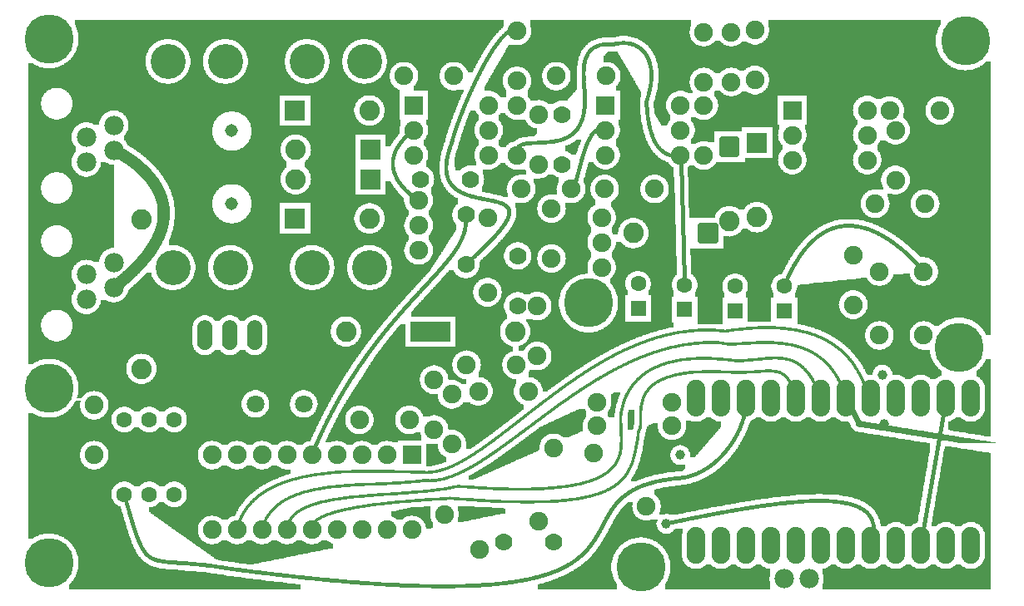
<source format=gtl>
G04 MADE WITH FRITZING*
G04 WWW.FRITZING.ORG*
G04 DOUBLE SIDED*
G04 HOLES PLATED*
G04 CONTOUR ON CENTER OF CONTOUR VECTOR*
%ASAXBY*%
%FSLAX23Y23*%
%MOIN*%
%OFA0B0*%
%SFA1.0B1.0*%
%ADD10C,0.075000*%
%ADD11C,0.039370*%
%ADD12C,0.060000*%
%ADD13C,0.078000*%
%ADD14C,0.063000*%
%ADD15C,0.082000*%
%ADD16C,0.051496*%
%ADD17C,0.140000*%
%ADD18C,0.070000*%
%ADD19C,0.062992*%
%ADD20C,0.070925*%
%ADD21C,0.070866*%
%ADD22C,0.074000*%
%ADD23C,0.196851*%
%ADD24R,0.075000X0.075000*%
%ADD25R,0.082000X0.082000*%
%ADD26R,0.062992X0.062992*%
%ADD27C,0.016000*%
%ADD28C,0.024000*%
%ADD29C,0.020000*%
%ADD30R,0.001000X0.001000*%
%LNCOPPER1*%
G90*
G70*
G54D10*
X2560Y2271D03*
X2462Y1828D03*
X2978Y634D03*
X2544Y559D03*
X1511Y2256D03*
X2327Y124D03*
X3755Y535D03*
X1577Y578D03*
X1577Y278D03*
X1477Y578D03*
X1477Y278D03*
X1377Y578D03*
X1377Y278D03*
X1277Y578D03*
X1277Y278D03*
X1177Y578D03*
X1177Y278D03*
X1077Y578D03*
X1077Y278D03*
X977Y578D03*
X977Y278D03*
X877Y578D03*
X877Y278D03*
X777Y578D03*
X777Y278D03*
G54D11*
X2651Y578D03*
X2596Y302D03*
G54D12*
X748Y1058D03*
X848Y1058D03*
X948Y1058D03*
X748Y1058D03*
X848Y1058D03*
X948Y1058D03*
G54D13*
X274Y1854D03*
X274Y1754D03*
X384Y1901D03*
X384Y1801D03*
X274Y1302D03*
X274Y1202D03*
X384Y1350D03*
X384Y1250D03*
G54D14*
X425Y420D03*
X525Y420D03*
X625Y420D03*
X625Y720D03*
X525Y720D03*
X425Y720D03*
X425Y420D03*
X525Y420D03*
X625Y420D03*
X625Y720D03*
X525Y720D03*
X425Y720D03*
G54D15*
X494Y1524D03*
X494Y924D03*
G54D10*
X305Y778D03*
X305Y578D03*
X2746Y1779D03*
X2746Y1979D03*
X3514Y1681D03*
X3514Y1881D03*
X3491Y1960D03*
X3691Y1960D03*
X2746Y2074D03*
X2746Y2274D03*
X1998Y1779D03*
X1998Y1979D03*
X1998Y2079D03*
X1998Y2279D03*
X2856Y2074D03*
X2856Y2274D03*
X3432Y1586D03*
X3632Y1586D03*
X2951Y2082D03*
X2951Y2282D03*
X2136Y1366D03*
X2136Y1566D03*
X2014Y1645D03*
X2214Y1645D03*
X2085Y1744D03*
X2085Y1944D03*
X2355Y2098D03*
X2155Y2098D03*
X1745Y2098D03*
X1545Y2098D03*
G54D15*
X1410Y1802D03*
X1112Y1802D03*
X1109Y1527D03*
X1407Y1527D03*
X1410Y1684D03*
X1112Y1684D03*
X1109Y1960D03*
X1407Y1960D03*
G54D16*
X856Y1881D03*
X856Y1586D03*
X856Y1881D03*
X856Y1586D03*
X856Y1881D03*
X856Y1586D03*
G54D17*
X1407Y1330D03*
X1177Y1330D03*
X620Y1330D03*
X850Y1330D03*
X1407Y1330D03*
X1177Y1330D03*
X620Y1330D03*
X850Y1330D03*
X1388Y2157D03*
X1158Y2157D03*
X600Y2157D03*
X830Y2157D03*
X1388Y2157D03*
X1158Y2157D03*
X600Y2157D03*
X830Y2157D03*
G54D10*
X1604Y1599D03*
X1604Y1499D03*
X1604Y1399D03*
X2352Y1981D03*
X2652Y1981D03*
X2352Y1881D03*
X2652Y1881D03*
X2352Y1781D03*
X2652Y1781D03*
X3100Y1961D03*
X3400Y1961D03*
X3100Y1861D03*
X3400Y1861D03*
X3100Y1761D03*
X3400Y1761D03*
X1585Y1981D03*
X1885Y1981D03*
X1585Y1881D03*
X1885Y1881D03*
X1585Y1781D03*
X1885Y1781D03*
G54D18*
X1793Y1342D03*
X1793Y1542D03*
X2143Y231D03*
X1943Y231D03*
X2001Y1177D03*
X2001Y1377D03*
X1812Y1684D03*
X1612Y1684D03*
X2179Y1744D03*
X2179Y1944D03*
G54D10*
X1996Y940D03*
X1796Y940D03*
X1737Y622D03*
X1737Y822D03*
X1567Y719D03*
X1367Y719D03*
X1707Y341D03*
X1848Y200D03*
X2079Y1175D03*
X2079Y975D03*
X2043Y834D03*
X1843Y834D03*
X1880Y1531D03*
X1880Y1231D03*
X2349Y1645D03*
X2549Y1645D03*
X1666Y880D03*
X1666Y680D03*
G54D15*
X1611Y1074D03*
X1313Y1074D03*
X2959Y1830D03*
X2959Y1532D03*
X1692Y1074D03*
X1990Y1074D03*
G54D10*
X3449Y1058D03*
X3449Y1314D03*
X3626Y1058D03*
X3626Y1314D03*
X3344Y1381D03*
X3344Y1181D03*
G54D15*
X2762Y1468D03*
X2464Y1468D03*
X2848Y1814D03*
X2848Y1516D03*
G54D19*
X3100Y1960D03*
X3100Y1861D03*
G54D20*
X951Y783D03*
G54D21*
X1144Y783D03*
G54D22*
X3815Y806D03*
X3715Y806D03*
X3615Y806D03*
X3515Y806D03*
X3415Y806D03*
X3315Y806D03*
X3215Y806D03*
X3115Y806D03*
X3015Y806D03*
X2915Y806D03*
X2815Y806D03*
X2715Y806D03*
X2715Y215D03*
X2815Y215D03*
X2915Y215D03*
X3015Y215D03*
X3115Y215D03*
X3215Y215D03*
X3315Y215D03*
X3415Y215D03*
X3515Y215D03*
X3615Y215D03*
X3715Y215D03*
X3815Y215D03*
G54D10*
X2337Y1531D03*
X2337Y1431D03*
X2337Y1331D03*
G54D23*
X3768Y1011D03*
X2284Y1188D03*
X124Y846D03*
X124Y2247D03*
X124Y145D03*
X2494Y129D03*
X3793Y2239D03*
G54D19*
X2483Y1166D03*
X2483Y1265D03*
X2669Y1162D03*
X2669Y1261D03*
X3068Y1156D03*
X3068Y1255D03*
X2871Y1156D03*
X2871Y1255D03*
G54D10*
X2619Y790D03*
X2319Y790D03*
X2619Y696D03*
X2319Y696D03*
X2084Y313D03*
X2145Y607D03*
X2516Y373D03*
X2304Y585D03*
G54D13*
X3067Y82D03*
X3167Y82D03*
G54D11*
X3469Y704D03*
X3461Y900D03*
G54D24*
X1577Y578D03*
G54D25*
X1411Y1802D03*
X1108Y1527D03*
X1411Y1684D03*
X1108Y1960D03*
G54D24*
X2352Y1981D03*
X3100Y1961D03*
X1585Y1981D03*
G54D25*
X1612Y1074D03*
X2959Y1831D03*
X1691Y1074D03*
G54D26*
X3100Y1960D03*
X2483Y1166D03*
X2669Y1162D03*
X3068Y1156D03*
X2871Y1156D03*
G54D27*
X3710Y779D02*
X3619Y243D01*
G54D28*
D02*
X3367Y703D02*
X3330Y776D01*
G54D27*
D02*
X2653Y1758D02*
X2668Y1282D01*
G36*
X1812Y1960D02*
X1812Y1956D01*
X1810Y1956D01*
X1810Y1952D01*
X1808Y1952D01*
X1808Y1948D01*
X1806Y1948D01*
X1806Y1942D01*
X1804Y1942D01*
X1804Y1938D01*
X1802Y1938D01*
X1802Y1932D01*
X1800Y1932D01*
X1800Y1928D01*
X1798Y1928D01*
X1798Y1922D01*
X1796Y1922D01*
X1796Y1916D01*
X1794Y1916D01*
X1794Y1912D01*
X1792Y1912D01*
X1792Y1906D01*
X1790Y1906D01*
X1790Y1900D01*
X1788Y1900D01*
X1788Y1896D01*
X1786Y1896D01*
X1786Y1890D01*
X1784Y1890D01*
X1784Y1884D01*
X1782Y1884D01*
X1782Y1878D01*
X1780Y1878D01*
X1780Y1872D01*
X1778Y1872D01*
X1778Y1866D01*
X1776Y1866D01*
X1776Y1860D01*
X1774Y1860D01*
X1774Y1854D01*
X1772Y1854D01*
X1772Y1846D01*
X1770Y1846D01*
X1770Y1840D01*
X1768Y1840D01*
X1768Y1832D01*
X1766Y1832D01*
X1766Y1824D01*
X1764Y1824D01*
X1764Y1818D01*
X1762Y1818D01*
X1762Y1812D01*
X1760Y1812D01*
X1760Y1806D01*
X1758Y1806D01*
X1758Y1800D01*
X1756Y1800D01*
X1756Y1794D01*
X1754Y1794D01*
X1754Y1788D01*
X1752Y1788D01*
X1752Y1780D01*
X1750Y1780D01*
X1750Y1774D01*
X1748Y1774D01*
X1748Y1732D01*
X1750Y1732D01*
X1750Y1718D01*
X1770Y1718D01*
X1770Y1720D01*
X1772Y1720D01*
X1772Y1722D01*
X1774Y1722D01*
X1774Y1724D01*
X1776Y1724D01*
X1776Y1726D01*
X1778Y1726D01*
X1778Y1728D01*
X1780Y1728D01*
X1780Y1730D01*
X1784Y1730D01*
X1784Y1732D01*
X1788Y1732D01*
X1788Y1734D01*
X1792Y1734D01*
X1792Y1736D01*
X1798Y1736D01*
X1798Y1738D01*
X1834Y1738D01*
X1834Y1756D01*
X1832Y1756D01*
X1832Y1760D01*
X1830Y1760D01*
X1830Y1766D01*
X1828Y1766D01*
X1828Y1796D01*
X1830Y1796D01*
X1830Y1802D01*
X1832Y1802D01*
X1832Y1806D01*
X1834Y1806D01*
X1834Y1810D01*
X1836Y1810D01*
X1836Y1812D01*
X1838Y1812D01*
X1838Y1816D01*
X1840Y1816D01*
X1840Y1818D01*
X1842Y1818D01*
X1842Y1820D01*
X1844Y1820D01*
X1844Y1842D01*
X1842Y1842D01*
X1842Y1844D01*
X1840Y1844D01*
X1840Y1846D01*
X1838Y1846D01*
X1838Y1848D01*
X1836Y1848D01*
X1836Y1852D01*
X1834Y1852D01*
X1834Y1856D01*
X1832Y1856D01*
X1832Y1860D01*
X1830Y1860D01*
X1830Y1866D01*
X1828Y1866D01*
X1828Y1896D01*
X1830Y1896D01*
X1830Y1902D01*
X1832Y1902D01*
X1832Y1906D01*
X1834Y1906D01*
X1834Y1910D01*
X1836Y1910D01*
X1836Y1912D01*
X1838Y1912D01*
X1838Y1916D01*
X1840Y1916D01*
X1840Y1918D01*
X1842Y1918D01*
X1842Y1920D01*
X1844Y1920D01*
X1844Y1942D01*
X1842Y1942D01*
X1842Y1944D01*
X1840Y1944D01*
X1840Y1946D01*
X1838Y1946D01*
X1838Y1948D01*
X1836Y1948D01*
X1836Y1952D01*
X1834Y1952D01*
X1834Y1956D01*
X1832Y1956D01*
X1832Y1960D01*
X1812Y1960D01*
G37*
D02*
G36*
X1930Y1948D02*
X1930Y1944D01*
X1928Y1944D01*
X1928Y1942D01*
X1926Y1942D01*
X1926Y1922D01*
X1988Y1922D01*
X1988Y1924D01*
X1980Y1924D01*
X1980Y1926D01*
X1974Y1926D01*
X1974Y1928D01*
X1970Y1928D01*
X1970Y1930D01*
X1968Y1930D01*
X1968Y1932D01*
X1964Y1932D01*
X1964Y1934D01*
X1962Y1934D01*
X1962Y1936D01*
X1960Y1936D01*
X1960Y1938D01*
X1956Y1938D01*
X1956Y1942D01*
X1954Y1942D01*
X1954Y1944D01*
X1952Y1944D01*
X1952Y1946D01*
X1950Y1946D01*
X1950Y1948D01*
X1930Y1948D01*
G37*
D02*
G36*
X2008Y1924D02*
X2008Y1922D01*
X2032Y1922D01*
X2032Y1924D01*
X2008Y1924D01*
G37*
D02*
G36*
X1926Y1922D02*
X1926Y1920D01*
X2032Y1920D01*
X2032Y1922D01*
X1926Y1922D01*
G37*
D02*
G36*
X1926Y1922D02*
X1926Y1920D01*
X2032Y1920D01*
X2032Y1922D01*
X1926Y1922D01*
G37*
D02*
G36*
X1928Y1920D02*
X1928Y1916D01*
X1930Y1916D01*
X1930Y1914D01*
X1932Y1914D01*
X1932Y1912D01*
X1934Y1912D01*
X1934Y1908D01*
X1936Y1908D01*
X1936Y1904D01*
X1938Y1904D01*
X1938Y1898D01*
X1940Y1898D01*
X1940Y1890D01*
X1942Y1890D01*
X1942Y1872D01*
X1940Y1872D01*
X1940Y1862D01*
X1938Y1862D01*
X1938Y1858D01*
X1936Y1858D01*
X1936Y1854D01*
X1934Y1854D01*
X1934Y1850D01*
X1932Y1850D01*
X1932Y1848D01*
X1930Y1848D01*
X1930Y1844D01*
X1928Y1844D01*
X1928Y1842D01*
X1926Y1842D01*
X1926Y1820D01*
X1928Y1820D01*
X1928Y1816D01*
X1930Y1816D01*
X1930Y1814D01*
X1932Y1814D01*
X1932Y1812D01*
X1952Y1812D01*
X1952Y1814D01*
X1954Y1814D01*
X1954Y1818D01*
X1956Y1818D01*
X1956Y1820D01*
X1958Y1820D01*
X1958Y1822D01*
X1962Y1822D01*
X1962Y1824D01*
X1964Y1824D01*
X1964Y1826D01*
X1966Y1826D01*
X1966Y1828D01*
X1970Y1828D01*
X1970Y1830D01*
X1972Y1830D01*
X1972Y1832D01*
X1978Y1832D01*
X1978Y1834D01*
X1984Y1834D01*
X1984Y1836D01*
X1990Y1836D01*
X1990Y1838D01*
X1992Y1838D01*
X1992Y1840D01*
X1994Y1840D01*
X1994Y1842D01*
X1998Y1842D01*
X1998Y1844D01*
X2002Y1844D01*
X2002Y1846D01*
X2006Y1846D01*
X2006Y1848D01*
X2012Y1848D01*
X2012Y1850D01*
X2018Y1850D01*
X2018Y1852D01*
X2028Y1852D01*
X2028Y1854D01*
X2040Y1854D01*
X2040Y1856D01*
X2068Y1856D01*
X2068Y1858D01*
X2070Y1858D01*
X2070Y1860D01*
X2072Y1860D01*
X2072Y1862D01*
X2074Y1862D01*
X2074Y1864D01*
X2076Y1864D01*
X2076Y1866D01*
X2078Y1866D01*
X2078Y1888D01*
X2068Y1888D01*
X2068Y1890D01*
X2062Y1890D01*
X2062Y1892D01*
X2058Y1892D01*
X2058Y1894D01*
X2054Y1894D01*
X2054Y1896D01*
X2052Y1896D01*
X2052Y1898D01*
X2050Y1898D01*
X2050Y1900D01*
X2046Y1900D01*
X2046Y1902D01*
X2044Y1902D01*
X2044Y1904D01*
X2042Y1904D01*
X2042Y1906D01*
X2040Y1906D01*
X2040Y1910D01*
X2038Y1910D01*
X2038Y1912D01*
X2036Y1912D01*
X2036Y1914D01*
X2034Y1914D01*
X2034Y1918D01*
X2032Y1918D01*
X2032Y1920D01*
X1928Y1920D01*
G37*
D02*
G36*
X2236Y1842D02*
X2236Y1840D01*
X2234Y1840D01*
X2234Y1838D01*
X2230Y1838D01*
X2230Y1836D01*
X2228Y1836D01*
X2228Y1834D01*
X2224Y1834D01*
X2224Y1832D01*
X2220Y1832D01*
X2220Y1830D01*
X2218Y1830D01*
X2218Y1828D01*
X2214Y1828D01*
X2214Y1826D01*
X2210Y1826D01*
X2210Y1824D01*
X2206Y1824D01*
X2206Y1822D01*
X2202Y1822D01*
X2202Y1820D01*
X2196Y1820D01*
X2196Y1818D01*
X2190Y1818D01*
X2190Y1798D01*
X2192Y1798D01*
X2192Y1796D01*
X2200Y1796D01*
X2200Y1794D01*
X2204Y1794D01*
X2204Y1792D01*
X2206Y1792D01*
X2206Y1790D01*
X2210Y1790D01*
X2210Y1788D01*
X2212Y1788D01*
X2212Y1786D01*
X2216Y1786D01*
X2216Y1784D01*
X2236Y1784D01*
X2236Y1788D01*
X2238Y1788D01*
X2238Y1796D01*
X2240Y1796D01*
X2240Y1802D01*
X2242Y1802D01*
X2242Y1808D01*
X2244Y1808D01*
X2244Y1814D01*
X2246Y1814D01*
X2246Y1818D01*
X2248Y1818D01*
X2248Y1824D01*
X2250Y1824D01*
X2250Y1830D01*
X2252Y1830D01*
X2252Y1834D01*
X2254Y1834D01*
X2254Y1840D01*
X2256Y1840D01*
X2256Y1842D01*
X2236Y1842D01*
G37*
D02*
G36*
X1930Y1748D02*
X1930Y1744D01*
X1928Y1744D01*
X1928Y1742D01*
X1926Y1742D01*
X1926Y1740D01*
X1924Y1740D01*
X1924Y1738D01*
X1922Y1738D01*
X1922Y1736D01*
X1918Y1736D01*
X1918Y1734D01*
X1916Y1734D01*
X1916Y1732D01*
X1912Y1732D01*
X1912Y1730D01*
X1910Y1730D01*
X1910Y1728D01*
X1904Y1728D01*
X1904Y1726D01*
X1898Y1726D01*
X1898Y1724D01*
X1860Y1724D01*
X1860Y1722D01*
X1988Y1722D01*
X1988Y1724D01*
X1980Y1724D01*
X1980Y1726D01*
X1974Y1726D01*
X1974Y1728D01*
X1970Y1728D01*
X1970Y1730D01*
X1968Y1730D01*
X1968Y1732D01*
X1964Y1732D01*
X1964Y1734D01*
X1962Y1734D01*
X1962Y1736D01*
X1960Y1736D01*
X1960Y1738D01*
X1956Y1738D01*
X1956Y1742D01*
X1954Y1742D01*
X1954Y1744D01*
X1952Y1744D01*
X1952Y1746D01*
X1950Y1746D01*
X1950Y1748D01*
X1930Y1748D01*
G37*
D02*
G36*
X2008Y1724D02*
X2008Y1722D01*
X2032Y1722D01*
X2032Y1724D01*
X2008Y1724D01*
G37*
D02*
G36*
X1860Y1722D02*
X1860Y1720D01*
X2032Y1720D01*
X2032Y1722D01*
X1860Y1722D01*
G37*
D02*
G36*
X1860Y1722D02*
X1860Y1720D01*
X2032Y1720D01*
X2032Y1722D01*
X1860Y1722D01*
G37*
D02*
G36*
X1860Y1720D02*
X1860Y1708D01*
X1862Y1708D01*
X1862Y1704D01*
X1864Y1704D01*
X1864Y1698D01*
X1866Y1698D01*
X1866Y1686D01*
X1868Y1686D01*
X1868Y1682D01*
X1866Y1682D01*
X1866Y1670D01*
X1864Y1670D01*
X1864Y1664D01*
X1862Y1664D01*
X1862Y1660D01*
X1860Y1660D01*
X1860Y1656D01*
X1858Y1656D01*
X1858Y1634D01*
X1862Y1634D01*
X1862Y1632D01*
X1872Y1632D01*
X1872Y1630D01*
X1882Y1630D01*
X1882Y1628D01*
X1892Y1628D01*
X1892Y1626D01*
X1902Y1626D01*
X1902Y1624D01*
X1910Y1624D01*
X1910Y1622D01*
X1918Y1622D01*
X1918Y1620D01*
X1926Y1620D01*
X1926Y1618D01*
X1934Y1618D01*
X1934Y1616D01*
X1940Y1616D01*
X1940Y1614D01*
X1960Y1614D01*
X1960Y1630D01*
X1958Y1630D01*
X1958Y1644D01*
X1956Y1644D01*
X1956Y1646D01*
X1958Y1646D01*
X1958Y1660D01*
X1960Y1660D01*
X1960Y1666D01*
X1962Y1666D01*
X1962Y1670D01*
X1964Y1670D01*
X1964Y1674D01*
X1966Y1674D01*
X1966Y1676D01*
X1968Y1676D01*
X1968Y1680D01*
X1970Y1680D01*
X1970Y1682D01*
X1972Y1682D01*
X1972Y1684D01*
X1974Y1684D01*
X1974Y1686D01*
X1976Y1686D01*
X1976Y1688D01*
X1978Y1688D01*
X1978Y1690D01*
X1980Y1690D01*
X1980Y1692D01*
X1984Y1692D01*
X1984Y1694D01*
X1986Y1694D01*
X1986Y1696D01*
X1990Y1696D01*
X1990Y1698D01*
X1996Y1698D01*
X1996Y1700D01*
X2004Y1700D01*
X2004Y1702D01*
X2034Y1702D01*
X2034Y1718D01*
X2032Y1718D01*
X2032Y1720D01*
X1860Y1720D01*
G37*
D02*
G36*
X2050Y2322D02*
X2050Y2300D01*
X2052Y2300D01*
X2052Y2294D01*
X2054Y2294D01*
X2054Y2284D01*
X2056Y2284D01*
X2056Y2272D01*
X2054Y2272D01*
X2054Y2262D01*
X2052Y2262D01*
X2052Y2258D01*
X2440Y2258D01*
X2440Y2256D01*
X2454Y2256D01*
X2454Y2254D01*
X2462Y2254D01*
X2462Y2252D01*
X2468Y2252D01*
X2468Y2250D01*
X2474Y2250D01*
X2474Y2248D01*
X2480Y2248D01*
X2480Y2246D01*
X2484Y2246D01*
X2484Y2244D01*
X2488Y2244D01*
X2488Y2242D01*
X2492Y2242D01*
X2492Y2240D01*
X2496Y2240D01*
X2496Y2238D01*
X2498Y2238D01*
X2498Y2236D01*
X2502Y2236D01*
X2502Y2234D01*
X2504Y2234D01*
X2504Y2232D01*
X2508Y2232D01*
X2508Y2230D01*
X2510Y2230D01*
X2510Y2228D01*
X2512Y2228D01*
X2512Y2226D01*
X2514Y2226D01*
X2514Y2224D01*
X2518Y2224D01*
X2518Y2222D01*
X2520Y2222D01*
X2520Y2220D01*
X2522Y2220D01*
X2522Y2218D01*
X2524Y2218D01*
X2524Y2216D01*
X2738Y2216D01*
X2738Y2218D01*
X2728Y2218D01*
X2728Y2220D01*
X2724Y2220D01*
X2724Y2222D01*
X2720Y2222D01*
X2720Y2224D01*
X2716Y2224D01*
X2716Y2226D01*
X2712Y2226D01*
X2712Y2228D01*
X2710Y2228D01*
X2710Y2230D01*
X2708Y2230D01*
X2708Y2232D01*
X2706Y2232D01*
X2706Y2234D01*
X2704Y2234D01*
X2704Y2236D01*
X2702Y2236D01*
X2702Y2238D01*
X2700Y2238D01*
X2700Y2240D01*
X2698Y2240D01*
X2698Y2244D01*
X2696Y2244D01*
X2696Y2248D01*
X2694Y2248D01*
X2694Y2252D01*
X2692Y2252D01*
X2692Y2258D01*
X2690Y2258D01*
X2690Y2266D01*
X2688Y2266D01*
X2688Y2280D01*
X2690Y2280D01*
X2690Y2290D01*
X2692Y2290D01*
X2692Y2296D01*
X2694Y2296D01*
X2694Y2300D01*
X2696Y2300D01*
X2696Y2322D01*
X2050Y2322D01*
G37*
D02*
G36*
X3004Y2322D02*
X3004Y2300D01*
X3006Y2300D01*
X3006Y2292D01*
X3008Y2292D01*
X3008Y2272D01*
X3006Y2272D01*
X3006Y2264D01*
X3004Y2264D01*
X3004Y2258D01*
X3002Y2258D01*
X3002Y2254D01*
X3000Y2254D01*
X3000Y2250D01*
X2998Y2250D01*
X2998Y2248D01*
X2996Y2248D01*
X2996Y2246D01*
X2994Y2246D01*
X2994Y2244D01*
X2992Y2244D01*
X2992Y2240D01*
X2988Y2240D01*
X2988Y2238D01*
X2986Y2238D01*
X2986Y2236D01*
X2984Y2236D01*
X2984Y2234D01*
X2980Y2234D01*
X2980Y2232D01*
X2978Y2232D01*
X2978Y2230D01*
X2974Y2230D01*
X2974Y2228D01*
X2968Y2228D01*
X2968Y2226D01*
X2960Y2226D01*
X2960Y2224D01*
X3676Y2224D01*
X3676Y2234D01*
X3674Y2234D01*
X3674Y2244D01*
X3676Y2244D01*
X3676Y2262D01*
X3678Y2262D01*
X3678Y2270D01*
X3680Y2270D01*
X3680Y2276D01*
X3682Y2276D01*
X3682Y2282D01*
X3684Y2282D01*
X3684Y2288D01*
X3686Y2288D01*
X3686Y2292D01*
X3688Y2292D01*
X3688Y2296D01*
X3690Y2296D01*
X3690Y2298D01*
X3692Y2298D01*
X3692Y2302D01*
X3694Y2302D01*
X3694Y2322D01*
X3004Y2322D01*
G37*
D02*
G36*
X2052Y2258D02*
X2052Y2256D01*
X2050Y2256D01*
X2050Y2252D01*
X2048Y2252D01*
X2048Y2248D01*
X2046Y2248D01*
X2046Y2246D01*
X2044Y2246D01*
X2044Y2244D01*
X2042Y2244D01*
X2042Y2240D01*
X2040Y2240D01*
X2040Y2238D01*
X2038Y2238D01*
X2038Y2236D01*
X2036Y2236D01*
X2036Y2234D01*
X2032Y2234D01*
X2032Y2232D01*
X2030Y2232D01*
X2030Y2230D01*
X2026Y2230D01*
X2026Y2228D01*
X2024Y2228D01*
X2024Y2226D01*
X2018Y2226D01*
X2018Y2224D01*
X2012Y2224D01*
X2012Y2222D01*
X1964Y2222D01*
X1964Y2218D01*
X1962Y2218D01*
X1962Y2214D01*
X1960Y2214D01*
X1960Y2212D01*
X1958Y2212D01*
X1958Y2208D01*
X1956Y2208D01*
X1956Y2204D01*
X1954Y2204D01*
X1954Y2202D01*
X1952Y2202D01*
X1952Y2198D01*
X1950Y2198D01*
X1950Y2194D01*
X1948Y2194D01*
X1948Y2190D01*
X1946Y2190D01*
X1946Y2188D01*
X1944Y2188D01*
X1944Y2184D01*
X1942Y2184D01*
X1942Y2180D01*
X1940Y2180D01*
X1940Y2176D01*
X1938Y2176D01*
X1938Y2174D01*
X1936Y2174D01*
X1936Y2170D01*
X1934Y2170D01*
X1934Y2166D01*
X1932Y2166D01*
X1932Y2164D01*
X1930Y2164D01*
X1930Y2160D01*
X1928Y2160D01*
X1928Y2156D01*
X1926Y2156D01*
X1926Y2154D01*
X2170Y2154D01*
X2170Y2152D01*
X2176Y2152D01*
X2176Y2150D01*
X2180Y2150D01*
X2180Y2148D01*
X2184Y2148D01*
X2184Y2146D01*
X2188Y2146D01*
X2188Y2144D01*
X2190Y2144D01*
X2190Y2142D01*
X2192Y2142D01*
X2192Y2140D01*
X2194Y2140D01*
X2194Y2138D01*
X2196Y2138D01*
X2196Y2136D01*
X2198Y2136D01*
X2198Y2134D01*
X2200Y2134D01*
X2200Y2132D01*
X2202Y2132D01*
X2202Y2130D01*
X2204Y2130D01*
X2204Y2126D01*
X2206Y2126D01*
X2206Y2122D01*
X2208Y2122D01*
X2208Y2118D01*
X2210Y2118D01*
X2210Y2112D01*
X2212Y2112D01*
X2212Y2084D01*
X2210Y2084D01*
X2210Y2076D01*
X2208Y2076D01*
X2208Y2072D01*
X2206Y2072D01*
X2206Y2068D01*
X2204Y2068D01*
X2204Y2066D01*
X2202Y2066D01*
X2202Y2062D01*
X2200Y2062D01*
X2200Y2060D01*
X2198Y2060D01*
X2198Y2058D01*
X2196Y2058D01*
X2196Y2056D01*
X2194Y2056D01*
X2194Y2054D01*
X2192Y2054D01*
X2192Y2052D01*
X2188Y2052D01*
X2188Y2050D01*
X2186Y2050D01*
X2186Y2048D01*
X2182Y2048D01*
X2182Y2046D01*
X2178Y2046D01*
X2178Y2044D01*
X2174Y2044D01*
X2174Y2042D01*
X2166Y2042D01*
X2166Y2040D01*
X2236Y2040D01*
X2236Y2042D01*
X2238Y2042D01*
X2238Y2138D01*
X2240Y2138D01*
X2240Y2152D01*
X2242Y2152D01*
X2242Y2160D01*
X2244Y2160D01*
X2244Y2170D01*
X2246Y2170D01*
X2246Y2176D01*
X2248Y2176D01*
X2248Y2180D01*
X2250Y2180D01*
X2250Y2186D01*
X2252Y2186D01*
X2252Y2190D01*
X2254Y2190D01*
X2254Y2194D01*
X2256Y2194D01*
X2256Y2198D01*
X2258Y2198D01*
X2258Y2202D01*
X2260Y2202D01*
X2260Y2204D01*
X2262Y2204D01*
X2262Y2206D01*
X2264Y2206D01*
X2264Y2210D01*
X2266Y2210D01*
X2266Y2212D01*
X2268Y2212D01*
X2268Y2214D01*
X2270Y2214D01*
X2270Y2216D01*
X2272Y2216D01*
X2272Y2218D01*
X2274Y2218D01*
X2274Y2220D01*
X2276Y2220D01*
X2276Y2222D01*
X2278Y2222D01*
X2278Y2224D01*
X2280Y2224D01*
X2280Y2226D01*
X2282Y2226D01*
X2282Y2228D01*
X2284Y2228D01*
X2284Y2230D01*
X2286Y2230D01*
X2286Y2232D01*
X2290Y2232D01*
X2290Y2234D01*
X2292Y2234D01*
X2292Y2236D01*
X2296Y2236D01*
X2296Y2238D01*
X2300Y2238D01*
X2300Y2240D01*
X2304Y2240D01*
X2304Y2242D01*
X2308Y2242D01*
X2308Y2244D01*
X2314Y2244D01*
X2314Y2246D01*
X2320Y2246D01*
X2320Y2248D01*
X2328Y2248D01*
X2328Y2250D01*
X2338Y2250D01*
X2338Y2252D01*
X2386Y2252D01*
X2386Y2254D01*
X2396Y2254D01*
X2396Y2256D01*
X2408Y2256D01*
X2408Y2258D01*
X2052Y2258D01*
G37*
D02*
G36*
X2790Y2238D02*
X2790Y2236D01*
X2788Y2236D01*
X2788Y2234D01*
X2786Y2234D01*
X2786Y2232D01*
X2784Y2232D01*
X2784Y2230D01*
X2782Y2230D01*
X2782Y2228D01*
X2778Y2228D01*
X2778Y2226D01*
X2776Y2226D01*
X2776Y2224D01*
X2772Y2224D01*
X2772Y2222D01*
X2768Y2222D01*
X2768Y2220D01*
X2764Y2220D01*
X2764Y2218D01*
X2754Y2218D01*
X2754Y2216D01*
X2848Y2216D01*
X2848Y2218D01*
X2840Y2218D01*
X2840Y2220D01*
X2834Y2220D01*
X2834Y2222D01*
X2830Y2222D01*
X2830Y2224D01*
X2826Y2224D01*
X2826Y2226D01*
X2824Y2226D01*
X2824Y2228D01*
X2820Y2228D01*
X2820Y2230D01*
X2818Y2230D01*
X2818Y2232D01*
X2816Y2232D01*
X2816Y2234D01*
X2814Y2234D01*
X2814Y2236D01*
X2812Y2236D01*
X2812Y2238D01*
X2790Y2238D01*
G37*
D02*
G36*
X2898Y2236D02*
X2898Y2234D01*
X2896Y2234D01*
X2896Y2232D01*
X2894Y2232D01*
X2894Y2230D01*
X2892Y2230D01*
X2892Y2228D01*
X2890Y2228D01*
X2890Y2226D01*
X2886Y2226D01*
X2886Y2224D01*
X2942Y2224D01*
X2942Y2226D01*
X2934Y2226D01*
X2934Y2228D01*
X2928Y2228D01*
X2928Y2230D01*
X2924Y2230D01*
X2924Y2232D01*
X2920Y2232D01*
X2920Y2234D01*
X2918Y2234D01*
X2918Y2236D01*
X2898Y2236D01*
G37*
D02*
G36*
X2882Y2224D02*
X2882Y2222D01*
X3676Y2222D01*
X3676Y2224D01*
X2882Y2224D01*
G37*
D02*
G36*
X2882Y2224D02*
X2882Y2222D01*
X3676Y2222D01*
X3676Y2224D01*
X2882Y2224D01*
G37*
D02*
G36*
X2878Y2222D02*
X2878Y2220D01*
X2874Y2220D01*
X2874Y2218D01*
X2864Y2218D01*
X2864Y2216D01*
X3676Y2216D01*
X3676Y2222D01*
X2878Y2222D01*
G37*
D02*
G36*
X2526Y2216D02*
X2526Y2214D01*
X3678Y2214D01*
X3678Y2216D01*
X2526Y2216D01*
G37*
D02*
G36*
X2526Y2216D02*
X2526Y2214D01*
X3678Y2214D01*
X3678Y2216D01*
X2526Y2216D01*
G37*
D02*
G36*
X2526Y2216D02*
X2526Y2214D01*
X3678Y2214D01*
X3678Y2216D01*
X2526Y2216D01*
G37*
D02*
G36*
X2526Y2214D02*
X2526Y2212D01*
X2528Y2212D01*
X2528Y2210D01*
X2530Y2210D01*
X2530Y2208D01*
X2532Y2208D01*
X2532Y2206D01*
X2534Y2206D01*
X2534Y2202D01*
X2536Y2202D01*
X2536Y2200D01*
X2538Y2200D01*
X2538Y2196D01*
X2540Y2196D01*
X2540Y2194D01*
X2542Y2194D01*
X2542Y2190D01*
X2544Y2190D01*
X2544Y2186D01*
X2546Y2186D01*
X2546Y2182D01*
X2548Y2182D01*
X2548Y2178D01*
X2550Y2178D01*
X2550Y2174D01*
X2552Y2174D01*
X2552Y2168D01*
X2554Y2168D01*
X2554Y2164D01*
X2556Y2164D01*
X2556Y2156D01*
X2558Y2156D01*
X2558Y2148D01*
X2560Y2148D01*
X2560Y2140D01*
X2954Y2140D01*
X2954Y2138D01*
X2966Y2138D01*
X2966Y2136D01*
X2972Y2136D01*
X2972Y2134D01*
X2976Y2134D01*
X2976Y2132D01*
X2980Y2132D01*
X2980Y2130D01*
X2982Y2130D01*
X2982Y2128D01*
X2986Y2128D01*
X2986Y2126D01*
X2988Y2126D01*
X2988Y2124D01*
X2990Y2124D01*
X2990Y2122D01*
X2992Y2122D01*
X2992Y2120D01*
X3788Y2120D01*
X3788Y2122D01*
X3770Y2122D01*
X3770Y2124D01*
X3762Y2124D01*
X3762Y2126D01*
X3756Y2126D01*
X3756Y2128D01*
X3750Y2128D01*
X3750Y2130D01*
X3746Y2130D01*
X3746Y2132D01*
X3742Y2132D01*
X3742Y2134D01*
X3736Y2134D01*
X3736Y2136D01*
X3734Y2136D01*
X3734Y2138D01*
X3730Y2138D01*
X3730Y2140D01*
X3728Y2140D01*
X3728Y2142D01*
X3724Y2142D01*
X3724Y2144D01*
X3722Y2144D01*
X3722Y2146D01*
X3720Y2146D01*
X3720Y2148D01*
X3716Y2148D01*
X3716Y2150D01*
X3714Y2150D01*
X3714Y2152D01*
X3712Y2152D01*
X3712Y2154D01*
X3710Y2154D01*
X3710Y2156D01*
X3708Y2156D01*
X3708Y2158D01*
X3706Y2158D01*
X3706Y2160D01*
X3704Y2160D01*
X3704Y2162D01*
X3702Y2162D01*
X3702Y2166D01*
X3700Y2166D01*
X3700Y2168D01*
X3698Y2168D01*
X3698Y2170D01*
X3696Y2170D01*
X3696Y2174D01*
X3694Y2174D01*
X3694Y2176D01*
X3692Y2176D01*
X3692Y2180D01*
X3690Y2180D01*
X3690Y2184D01*
X3688Y2184D01*
X3688Y2188D01*
X3686Y2188D01*
X3686Y2192D01*
X3684Y2192D01*
X3684Y2196D01*
X3682Y2196D01*
X3682Y2202D01*
X3680Y2202D01*
X3680Y2208D01*
X3678Y2208D01*
X3678Y2214D01*
X2526Y2214D01*
G37*
D02*
G36*
X3876Y2156D02*
X3876Y2154D01*
X3874Y2154D01*
X3874Y2152D01*
X3872Y2152D01*
X3872Y2150D01*
X3870Y2150D01*
X3870Y2148D01*
X3868Y2148D01*
X3868Y2146D01*
X3864Y2146D01*
X3864Y2144D01*
X3862Y2144D01*
X3862Y2142D01*
X3860Y2142D01*
X3860Y2140D01*
X3856Y2140D01*
X3856Y2138D01*
X3852Y2138D01*
X3852Y2136D01*
X3850Y2136D01*
X3850Y2134D01*
X3846Y2134D01*
X3846Y2132D01*
X3842Y2132D01*
X3842Y2130D01*
X3836Y2130D01*
X3836Y2128D01*
X3830Y2128D01*
X3830Y2126D01*
X3824Y2126D01*
X3824Y2124D01*
X3816Y2124D01*
X3816Y2122D01*
X3798Y2122D01*
X3798Y2120D01*
X3896Y2120D01*
X3896Y2156D01*
X3876Y2156D01*
G37*
D02*
G36*
X1926Y2154D02*
X1926Y2152D01*
X1924Y2152D01*
X1924Y2150D01*
X1922Y2150D01*
X1922Y2146D01*
X1920Y2146D01*
X1920Y2142D01*
X1918Y2142D01*
X1918Y2138D01*
X1916Y2138D01*
X1916Y2136D01*
X2008Y2136D01*
X2008Y2134D01*
X2016Y2134D01*
X2016Y2132D01*
X2022Y2132D01*
X2022Y2130D01*
X2026Y2130D01*
X2026Y2128D01*
X2028Y2128D01*
X2028Y2126D01*
X2032Y2126D01*
X2032Y2124D01*
X2034Y2124D01*
X2034Y2122D01*
X2036Y2122D01*
X2036Y2120D01*
X2038Y2120D01*
X2038Y2118D01*
X2040Y2118D01*
X2040Y2116D01*
X2042Y2116D01*
X2042Y2114D01*
X2044Y2114D01*
X2044Y2112D01*
X2046Y2112D01*
X2046Y2108D01*
X2048Y2108D01*
X2048Y2104D01*
X2050Y2104D01*
X2050Y2100D01*
X2052Y2100D01*
X2052Y2094D01*
X2054Y2094D01*
X2054Y2084D01*
X2056Y2084D01*
X2056Y2072D01*
X2054Y2072D01*
X2054Y2062D01*
X2052Y2062D01*
X2052Y2056D01*
X2050Y2056D01*
X2050Y2052D01*
X2048Y2052D01*
X2048Y2048D01*
X2046Y2048D01*
X2046Y2046D01*
X2044Y2046D01*
X2044Y2044D01*
X2042Y2044D01*
X2042Y2040D01*
X2146Y2040D01*
X2146Y2042D01*
X2138Y2042D01*
X2138Y2044D01*
X2132Y2044D01*
X2132Y2046D01*
X2128Y2046D01*
X2128Y2048D01*
X2124Y2048D01*
X2124Y2050D01*
X2122Y2050D01*
X2122Y2052D01*
X2120Y2052D01*
X2120Y2054D01*
X2116Y2054D01*
X2116Y2056D01*
X2114Y2056D01*
X2114Y2058D01*
X2112Y2058D01*
X2112Y2062D01*
X2110Y2062D01*
X2110Y2064D01*
X2108Y2064D01*
X2108Y2066D01*
X2106Y2066D01*
X2106Y2070D01*
X2104Y2070D01*
X2104Y2074D01*
X2102Y2074D01*
X2102Y2080D01*
X2100Y2080D01*
X2100Y2088D01*
X2098Y2088D01*
X2098Y2108D01*
X2100Y2108D01*
X2100Y2116D01*
X2102Y2116D01*
X2102Y2120D01*
X2104Y2120D01*
X2104Y2124D01*
X2106Y2124D01*
X2106Y2128D01*
X2108Y2128D01*
X2108Y2130D01*
X2110Y2130D01*
X2110Y2134D01*
X2112Y2134D01*
X2112Y2136D01*
X2114Y2136D01*
X2114Y2138D01*
X2116Y2138D01*
X2116Y2140D01*
X2118Y2140D01*
X2118Y2142D01*
X2120Y2142D01*
X2120Y2144D01*
X2124Y2144D01*
X2124Y2146D01*
X2126Y2146D01*
X2126Y2148D01*
X2130Y2148D01*
X2130Y2150D01*
X2134Y2150D01*
X2134Y2152D01*
X2142Y2152D01*
X2142Y2154D01*
X1926Y2154D01*
G37*
D02*
G36*
X2562Y2140D02*
X2562Y2132D01*
X2860Y2132D01*
X2860Y2130D01*
X2872Y2130D01*
X2872Y2128D01*
X2878Y2128D01*
X2878Y2126D01*
X2882Y2126D01*
X2882Y2124D01*
X2886Y2124D01*
X2886Y2122D01*
X2888Y2122D01*
X2888Y2120D01*
X2908Y2120D01*
X2908Y2122D01*
X2910Y2122D01*
X2910Y2124D01*
X2914Y2124D01*
X2914Y2126D01*
X2916Y2126D01*
X2916Y2128D01*
X2918Y2128D01*
X2918Y2130D01*
X2922Y2130D01*
X2922Y2132D01*
X2926Y2132D01*
X2926Y2134D01*
X2930Y2134D01*
X2930Y2136D01*
X2936Y2136D01*
X2936Y2138D01*
X2948Y2138D01*
X2948Y2140D01*
X2562Y2140D01*
G37*
D02*
G36*
X1914Y2136D02*
X1914Y2132D01*
X1912Y2132D01*
X1912Y2128D01*
X1910Y2128D01*
X1910Y2126D01*
X1908Y2126D01*
X1908Y2122D01*
X1906Y2122D01*
X1906Y2118D01*
X1904Y2118D01*
X1904Y2114D01*
X1902Y2114D01*
X1902Y2112D01*
X1900Y2112D01*
X1900Y2108D01*
X1898Y2108D01*
X1898Y2104D01*
X1896Y2104D01*
X1896Y2102D01*
X1894Y2102D01*
X1894Y2098D01*
X1892Y2098D01*
X1892Y2094D01*
X1890Y2094D01*
X1890Y2090D01*
X1888Y2090D01*
X1888Y2088D01*
X1886Y2088D01*
X1886Y2084D01*
X1884Y2084D01*
X1884Y2080D01*
X1882Y2080D01*
X1882Y2076D01*
X1880Y2076D01*
X1880Y2074D01*
X1878Y2074D01*
X1878Y2070D01*
X1876Y2070D01*
X1876Y2066D01*
X1874Y2066D01*
X1874Y2064D01*
X1872Y2064D01*
X1872Y2060D01*
X1870Y2060D01*
X1870Y2056D01*
X1868Y2056D01*
X1868Y2038D01*
X1896Y2038D01*
X1896Y2036D01*
X1904Y2036D01*
X1904Y2034D01*
X1908Y2034D01*
X1908Y2032D01*
X1912Y2032D01*
X1912Y2030D01*
X1916Y2030D01*
X1916Y2028D01*
X1918Y2028D01*
X1918Y2026D01*
X1920Y2026D01*
X1920Y2024D01*
X1924Y2024D01*
X1924Y2022D01*
X1926Y2022D01*
X1926Y2020D01*
X1928Y2020D01*
X1928Y2016D01*
X1930Y2016D01*
X1930Y2014D01*
X1932Y2014D01*
X1932Y2012D01*
X1952Y2012D01*
X1952Y2014D01*
X1954Y2014D01*
X1954Y2018D01*
X1956Y2018D01*
X1956Y2040D01*
X1954Y2040D01*
X1954Y2044D01*
X1952Y2044D01*
X1952Y2046D01*
X1950Y2046D01*
X1950Y2048D01*
X1948Y2048D01*
X1948Y2052D01*
X1946Y2052D01*
X1946Y2056D01*
X1944Y2056D01*
X1944Y2062D01*
X1942Y2062D01*
X1942Y2072D01*
X1940Y2072D01*
X1940Y2086D01*
X1942Y2086D01*
X1942Y2096D01*
X1944Y2096D01*
X1944Y2100D01*
X1946Y2100D01*
X1946Y2106D01*
X1948Y2106D01*
X1948Y2108D01*
X1950Y2108D01*
X1950Y2112D01*
X1952Y2112D01*
X1952Y2114D01*
X1954Y2114D01*
X1954Y2116D01*
X1956Y2116D01*
X1956Y2118D01*
X1958Y2118D01*
X1958Y2120D01*
X1960Y2120D01*
X1960Y2122D01*
X1962Y2122D01*
X1962Y2124D01*
X1964Y2124D01*
X1964Y2126D01*
X1968Y2126D01*
X1968Y2128D01*
X1970Y2128D01*
X1970Y2130D01*
X1974Y2130D01*
X1974Y2132D01*
X1980Y2132D01*
X1980Y2134D01*
X1988Y2134D01*
X1988Y2136D01*
X1914Y2136D01*
G37*
D02*
G36*
X2562Y2132D02*
X2562Y2128D01*
X2564Y2128D01*
X2564Y2070D01*
X2562Y2070D01*
X2562Y2054D01*
X2560Y2054D01*
X2560Y2044D01*
X2558Y2044D01*
X2558Y2038D01*
X2664Y2038D01*
X2664Y2036D01*
X2672Y2036D01*
X2672Y2034D01*
X2676Y2034D01*
X2676Y2032D01*
X2680Y2032D01*
X2680Y2030D01*
X2702Y2030D01*
X2702Y2038D01*
X2700Y2038D01*
X2700Y2040D01*
X2698Y2040D01*
X2698Y2044D01*
X2696Y2044D01*
X2696Y2048D01*
X2694Y2048D01*
X2694Y2052D01*
X2692Y2052D01*
X2692Y2058D01*
X2690Y2058D01*
X2690Y2066D01*
X2688Y2066D01*
X2688Y2080D01*
X2690Y2080D01*
X2690Y2090D01*
X2692Y2090D01*
X2692Y2096D01*
X2694Y2096D01*
X2694Y2100D01*
X2696Y2100D01*
X2696Y2104D01*
X2698Y2104D01*
X2698Y2106D01*
X2700Y2106D01*
X2700Y2110D01*
X2702Y2110D01*
X2702Y2112D01*
X2704Y2112D01*
X2704Y2114D01*
X2706Y2114D01*
X2706Y2116D01*
X2708Y2116D01*
X2708Y2118D01*
X2710Y2118D01*
X2710Y2120D01*
X2714Y2120D01*
X2714Y2122D01*
X2716Y2122D01*
X2716Y2124D01*
X2720Y2124D01*
X2720Y2126D01*
X2724Y2126D01*
X2724Y2128D01*
X2730Y2128D01*
X2730Y2130D01*
X2742Y2130D01*
X2742Y2132D01*
X2562Y2132D01*
G37*
D02*
G36*
X2750Y2132D02*
X2750Y2130D01*
X2762Y2130D01*
X2762Y2128D01*
X2768Y2128D01*
X2768Y2126D01*
X2772Y2126D01*
X2772Y2124D01*
X2776Y2124D01*
X2776Y2122D01*
X2778Y2122D01*
X2778Y2120D01*
X2780Y2120D01*
X2780Y2118D01*
X2784Y2118D01*
X2784Y2116D01*
X2786Y2116D01*
X2786Y2114D01*
X2788Y2114D01*
X2788Y2112D01*
X2790Y2112D01*
X2790Y2108D01*
X2812Y2108D01*
X2812Y2112D01*
X2814Y2112D01*
X2814Y2114D01*
X2816Y2114D01*
X2816Y2116D01*
X2818Y2116D01*
X2818Y2118D01*
X2822Y2118D01*
X2822Y2120D01*
X2824Y2120D01*
X2824Y2122D01*
X2826Y2122D01*
X2826Y2124D01*
X2830Y2124D01*
X2830Y2126D01*
X2834Y2126D01*
X2834Y2128D01*
X2840Y2128D01*
X2840Y2130D01*
X2852Y2130D01*
X2852Y2132D01*
X2750Y2132D01*
G37*
D02*
G36*
X2994Y2120D02*
X2994Y2118D01*
X3896Y2118D01*
X3896Y2120D01*
X2994Y2120D01*
G37*
D02*
G36*
X2994Y2120D02*
X2994Y2118D01*
X3896Y2118D01*
X3896Y2120D01*
X2994Y2120D01*
G37*
D02*
G36*
X2996Y2118D02*
X2996Y2116D01*
X2998Y2116D01*
X2998Y2112D01*
X3000Y2112D01*
X3000Y2110D01*
X3002Y2110D01*
X3002Y2106D01*
X3004Y2106D01*
X3004Y2100D01*
X3006Y2100D01*
X3006Y2092D01*
X3008Y2092D01*
X3008Y2072D01*
X3006Y2072D01*
X3006Y2064D01*
X3004Y2064D01*
X3004Y2058D01*
X3002Y2058D01*
X3002Y2054D01*
X3000Y2054D01*
X3000Y2050D01*
X2998Y2050D01*
X2998Y2048D01*
X2996Y2048D01*
X2996Y2046D01*
X2994Y2046D01*
X2994Y2044D01*
X2992Y2044D01*
X2992Y2040D01*
X2988Y2040D01*
X2988Y2038D01*
X2986Y2038D01*
X2986Y2036D01*
X2984Y2036D01*
X2984Y2034D01*
X2980Y2034D01*
X2980Y2032D01*
X2978Y2032D01*
X2978Y2030D01*
X2974Y2030D01*
X2974Y2028D01*
X2968Y2028D01*
X2968Y2026D01*
X2960Y2026D01*
X2960Y2024D01*
X3896Y2024D01*
X3896Y2118D01*
X2996Y2118D01*
G37*
D02*
G36*
X2040Y2040D02*
X2040Y2038D01*
X2234Y2038D01*
X2234Y2040D01*
X2040Y2040D01*
G37*
D02*
G36*
X2040Y2040D02*
X2040Y2038D01*
X2234Y2038D01*
X2234Y2040D01*
X2040Y2040D01*
G37*
D02*
G36*
X2040Y2038D02*
X2040Y2016D01*
X2042Y2016D01*
X2042Y2014D01*
X2044Y2014D01*
X2044Y2012D01*
X2046Y2012D01*
X2046Y2008D01*
X2048Y2008D01*
X2048Y2006D01*
X2050Y2006D01*
X2050Y2002D01*
X2090Y2002D01*
X2090Y2000D01*
X2100Y2000D01*
X2100Y1998D01*
X2106Y1998D01*
X2106Y1996D01*
X2110Y1996D01*
X2110Y1994D01*
X2114Y1994D01*
X2114Y1992D01*
X2118Y1992D01*
X2118Y1990D01*
X2120Y1990D01*
X2120Y1988D01*
X2122Y1988D01*
X2122Y1986D01*
X2146Y1986D01*
X2146Y1988D01*
X2148Y1988D01*
X2148Y1990D01*
X2152Y1990D01*
X2152Y1992D01*
X2154Y1992D01*
X2154Y1994D01*
X2158Y1994D01*
X2158Y1996D01*
X2166Y1996D01*
X2166Y1998D01*
X2198Y1998D01*
X2198Y2000D01*
X2200Y2000D01*
X2200Y2004D01*
X2202Y2004D01*
X2202Y2006D01*
X2204Y2006D01*
X2204Y2008D01*
X2206Y2008D01*
X2206Y2010D01*
X2208Y2010D01*
X2208Y2012D01*
X2210Y2012D01*
X2210Y2014D01*
X2212Y2014D01*
X2212Y2016D01*
X2214Y2016D01*
X2214Y2018D01*
X2216Y2018D01*
X2216Y2020D01*
X2218Y2020D01*
X2218Y2022D01*
X2220Y2022D01*
X2220Y2026D01*
X2222Y2026D01*
X2222Y2028D01*
X2224Y2028D01*
X2224Y2030D01*
X2226Y2030D01*
X2226Y2032D01*
X2228Y2032D01*
X2228Y2034D01*
X2230Y2034D01*
X2230Y2036D01*
X2232Y2036D01*
X2232Y2038D01*
X2040Y2038D01*
G37*
D02*
G36*
X2558Y2038D02*
X2558Y2034D01*
X2556Y2034D01*
X2556Y2024D01*
X2554Y2024D01*
X2554Y2018D01*
X2552Y2018D01*
X2552Y2010D01*
X2550Y2010D01*
X2550Y2002D01*
X2548Y2002D01*
X2548Y1996D01*
X2546Y1996D01*
X2546Y1968D01*
X2548Y1968D01*
X2548Y1946D01*
X2550Y1946D01*
X2550Y1942D01*
X2552Y1942D01*
X2552Y1938D01*
X2554Y1938D01*
X2554Y1936D01*
X2556Y1936D01*
X2556Y1932D01*
X2558Y1932D01*
X2558Y1928D01*
X2560Y1928D01*
X2560Y1926D01*
X2562Y1926D01*
X2562Y1922D01*
X2564Y1922D01*
X2564Y1920D01*
X2566Y1920D01*
X2566Y1916D01*
X2568Y1916D01*
X2568Y1914D01*
X2570Y1914D01*
X2570Y1910D01*
X2572Y1910D01*
X2572Y1906D01*
X2574Y1906D01*
X2574Y1904D01*
X2576Y1904D01*
X2576Y1900D01*
X2578Y1900D01*
X2578Y1898D01*
X2598Y1898D01*
X2598Y1902D01*
X2600Y1902D01*
X2600Y1906D01*
X2602Y1906D01*
X2602Y1910D01*
X2604Y1910D01*
X2604Y1914D01*
X2606Y1914D01*
X2606Y1916D01*
X2608Y1916D01*
X2608Y1918D01*
X2610Y1918D01*
X2610Y1920D01*
X2612Y1920D01*
X2612Y1940D01*
X2610Y1940D01*
X2610Y1944D01*
X2608Y1944D01*
X2608Y1946D01*
X2606Y1946D01*
X2606Y1948D01*
X2604Y1948D01*
X2604Y1952D01*
X2602Y1952D01*
X2602Y1956D01*
X2600Y1956D01*
X2600Y1960D01*
X2598Y1960D01*
X2598Y1966D01*
X2596Y1966D01*
X2596Y1976D01*
X2594Y1976D01*
X2594Y1986D01*
X2596Y1986D01*
X2596Y1996D01*
X2598Y1996D01*
X2598Y2002D01*
X2600Y2002D01*
X2600Y2006D01*
X2602Y2006D01*
X2602Y2010D01*
X2604Y2010D01*
X2604Y2014D01*
X2606Y2014D01*
X2606Y2016D01*
X2608Y2016D01*
X2608Y2018D01*
X2610Y2018D01*
X2610Y2020D01*
X2612Y2020D01*
X2612Y2022D01*
X2614Y2022D01*
X2614Y2024D01*
X2616Y2024D01*
X2616Y2026D01*
X2618Y2026D01*
X2618Y2028D01*
X2622Y2028D01*
X2622Y2030D01*
X2624Y2030D01*
X2624Y2032D01*
X2628Y2032D01*
X2628Y2034D01*
X2634Y2034D01*
X2634Y2036D01*
X2640Y2036D01*
X2640Y2038D01*
X2558Y2038D01*
G37*
D02*
G36*
X2790Y2038D02*
X2790Y2036D01*
X2788Y2036D01*
X2788Y2016D01*
X2848Y2016D01*
X2848Y2018D01*
X2840Y2018D01*
X2840Y2020D01*
X2834Y2020D01*
X2834Y2022D01*
X2830Y2022D01*
X2830Y2024D01*
X2826Y2024D01*
X2826Y2026D01*
X2824Y2026D01*
X2824Y2028D01*
X2820Y2028D01*
X2820Y2030D01*
X2818Y2030D01*
X2818Y2032D01*
X2816Y2032D01*
X2816Y2034D01*
X2814Y2034D01*
X2814Y2036D01*
X2812Y2036D01*
X2812Y2038D01*
X2790Y2038D01*
G37*
D02*
G36*
X2898Y2036D02*
X2898Y2034D01*
X2896Y2034D01*
X2896Y2032D01*
X2894Y2032D01*
X2894Y2030D01*
X2892Y2030D01*
X2892Y2028D01*
X2890Y2028D01*
X2890Y2026D01*
X2886Y2026D01*
X2886Y2024D01*
X2942Y2024D01*
X2942Y2026D01*
X2934Y2026D01*
X2934Y2028D01*
X2928Y2028D01*
X2928Y2030D01*
X2924Y2030D01*
X2924Y2032D01*
X2920Y2032D01*
X2920Y2034D01*
X2918Y2034D01*
X2918Y2036D01*
X2898Y2036D01*
G37*
D02*
G36*
X2882Y2024D02*
X2882Y2022D01*
X3896Y2022D01*
X3896Y2024D01*
X2882Y2024D01*
G37*
D02*
G36*
X2882Y2024D02*
X2882Y2022D01*
X3896Y2022D01*
X3896Y2024D01*
X2882Y2024D01*
G37*
D02*
G36*
X2878Y2022D02*
X2878Y2020D01*
X2874Y2020D01*
X2874Y2018D01*
X3692Y2018D01*
X3692Y2016D01*
X3706Y2016D01*
X3706Y2014D01*
X3712Y2014D01*
X3712Y2012D01*
X3716Y2012D01*
X3716Y2010D01*
X3720Y2010D01*
X3720Y2008D01*
X3724Y2008D01*
X3724Y2006D01*
X3726Y2006D01*
X3726Y2004D01*
X3728Y2004D01*
X3728Y2002D01*
X3730Y2002D01*
X3730Y2000D01*
X3732Y2000D01*
X3732Y1998D01*
X3734Y1998D01*
X3734Y1996D01*
X3736Y1996D01*
X3736Y1994D01*
X3738Y1994D01*
X3738Y1990D01*
X3740Y1990D01*
X3740Y1988D01*
X3742Y1988D01*
X3742Y1984D01*
X3744Y1984D01*
X3744Y1978D01*
X3746Y1978D01*
X3746Y1972D01*
X3748Y1972D01*
X3748Y1948D01*
X3746Y1948D01*
X3746Y1940D01*
X3744Y1940D01*
X3744Y1936D01*
X3742Y1936D01*
X3742Y1932D01*
X3740Y1932D01*
X3740Y1928D01*
X3738Y1928D01*
X3738Y1926D01*
X3736Y1926D01*
X3736Y1924D01*
X3734Y1924D01*
X3734Y1920D01*
X3732Y1920D01*
X3732Y1918D01*
X3730Y1918D01*
X3730Y1916D01*
X3726Y1916D01*
X3726Y1914D01*
X3724Y1914D01*
X3724Y1912D01*
X3722Y1912D01*
X3722Y1910D01*
X3718Y1910D01*
X3718Y1908D01*
X3714Y1908D01*
X3714Y1906D01*
X3708Y1906D01*
X3708Y1904D01*
X3700Y1904D01*
X3700Y1902D01*
X3896Y1902D01*
X3896Y2022D01*
X2878Y2022D01*
G37*
D02*
G36*
X2864Y2018D02*
X2864Y2016D01*
X3042Y2016D01*
X3042Y2018D01*
X2864Y2018D01*
G37*
D02*
G36*
X3158Y2018D02*
X3158Y1904D01*
X3152Y1904D01*
X3152Y1884D01*
X3154Y1884D01*
X3154Y1878D01*
X3156Y1878D01*
X3156Y1870D01*
X3158Y1870D01*
X3158Y1854D01*
X3156Y1854D01*
X3156Y1844D01*
X3154Y1844D01*
X3154Y1838D01*
X3152Y1838D01*
X3152Y1834D01*
X3150Y1834D01*
X3150Y1832D01*
X3148Y1832D01*
X3148Y1828D01*
X3146Y1828D01*
X3146Y1826D01*
X3144Y1826D01*
X3144Y1824D01*
X3142Y1824D01*
X3142Y1800D01*
X3144Y1800D01*
X3144Y1796D01*
X3146Y1796D01*
X3146Y1794D01*
X3148Y1794D01*
X3148Y1792D01*
X3150Y1792D01*
X3150Y1788D01*
X3152Y1788D01*
X3152Y1784D01*
X3154Y1784D01*
X3154Y1778D01*
X3156Y1778D01*
X3156Y1770D01*
X3158Y1770D01*
X3158Y1754D01*
X3156Y1754D01*
X3156Y1744D01*
X3154Y1744D01*
X3154Y1738D01*
X3152Y1738D01*
X3152Y1734D01*
X3150Y1734D01*
X3150Y1732D01*
X3148Y1732D01*
X3148Y1728D01*
X3146Y1728D01*
X3146Y1726D01*
X3144Y1726D01*
X3144Y1724D01*
X3142Y1724D01*
X3142Y1720D01*
X3140Y1720D01*
X3140Y1718D01*
X3136Y1718D01*
X3136Y1716D01*
X3134Y1716D01*
X3134Y1714D01*
X3132Y1714D01*
X3132Y1712D01*
X3128Y1712D01*
X3128Y1710D01*
X3124Y1710D01*
X3124Y1708D01*
X3120Y1708D01*
X3120Y1706D01*
X3112Y1706D01*
X3112Y1704D01*
X3388Y1704D01*
X3388Y1706D01*
X3382Y1706D01*
X3382Y1708D01*
X3376Y1708D01*
X3376Y1710D01*
X3372Y1710D01*
X3372Y1712D01*
X3370Y1712D01*
X3370Y1714D01*
X3366Y1714D01*
X3366Y1716D01*
X3364Y1716D01*
X3364Y1718D01*
X3362Y1718D01*
X3362Y1720D01*
X3360Y1720D01*
X3360Y1722D01*
X3358Y1722D01*
X3358Y1724D01*
X3356Y1724D01*
X3356Y1726D01*
X3354Y1726D01*
X3354Y1728D01*
X3352Y1728D01*
X3352Y1732D01*
X3350Y1732D01*
X3350Y1736D01*
X3348Y1736D01*
X3348Y1740D01*
X3346Y1740D01*
X3346Y1746D01*
X3344Y1746D01*
X3344Y1758D01*
X3342Y1758D01*
X3342Y1764D01*
X3344Y1764D01*
X3344Y1776D01*
X3346Y1776D01*
X3346Y1782D01*
X3348Y1782D01*
X3348Y1788D01*
X3350Y1788D01*
X3350Y1790D01*
X3352Y1790D01*
X3352Y1794D01*
X3354Y1794D01*
X3354Y1796D01*
X3356Y1796D01*
X3356Y1798D01*
X3358Y1798D01*
X3358Y1802D01*
X3360Y1802D01*
X3360Y1822D01*
X3358Y1822D01*
X3358Y1824D01*
X3356Y1824D01*
X3356Y1826D01*
X3354Y1826D01*
X3354Y1828D01*
X3352Y1828D01*
X3352Y1832D01*
X3350Y1832D01*
X3350Y1836D01*
X3348Y1836D01*
X3348Y1840D01*
X3346Y1840D01*
X3346Y1846D01*
X3344Y1846D01*
X3344Y1858D01*
X3342Y1858D01*
X3342Y1864D01*
X3344Y1864D01*
X3344Y1876D01*
X3346Y1876D01*
X3346Y1882D01*
X3348Y1882D01*
X3348Y1888D01*
X3350Y1888D01*
X3350Y1890D01*
X3352Y1890D01*
X3352Y1894D01*
X3354Y1894D01*
X3354Y1896D01*
X3356Y1896D01*
X3356Y1898D01*
X3358Y1898D01*
X3358Y1902D01*
X3360Y1902D01*
X3360Y1922D01*
X3358Y1922D01*
X3358Y1924D01*
X3356Y1924D01*
X3356Y1926D01*
X3354Y1926D01*
X3354Y1928D01*
X3352Y1928D01*
X3352Y1932D01*
X3350Y1932D01*
X3350Y1936D01*
X3348Y1936D01*
X3348Y1940D01*
X3346Y1940D01*
X3346Y1946D01*
X3344Y1946D01*
X3344Y1958D01*
X3342Y1958D01*
X3342Y1964D01*
X3344Y1964D01*
X3344Y1976D01*
X3346Y1976D01*
X3346Y1982D01*
X3348Y1982D01*
X3348Y1988D01*
X3350Y1988D01*
X3350Y1990D01*
X3352Y1990D01*
X3352Y1994D01*
X3354Y1994D01*
X3354Y1996D01*
X3356Y1996D01*
X3356Y1998D01*
X3358Y1998D01*
X3358Y2002D01*
X3362Y2002D01*
X3362Y2004D01*
X3364Y2004D01*
X3364Y2006D01*
X3366Y2006D01*
X3366Y2008D01*
X3368Y2008D01*
X3368Y2010D01*
X3372Y2010D01*
X3372Y2012D01*
X3376Y2012D01*
X3376Y2014D01*
X3380Y2014D01*
X3380Y2016D01*
X3388Y2016D01*
X3388Y2018D01*
X3158Y2018D01*
G37*
D02*
G36*
X3414Y2018D02*
X3414Y2016D01*
X3420Y2016D01*
X3420Y2014D01*
X3424Y2014D01*
X3424Y2012D01*
X3428Y2012D01*
X3428Y2010D01*
X3432Y2010D01*
X3432Y2008D01*
X3434Y2008D01*
X3434Y2006D01*
X3458Y2006D01*
X3458Y2008D01*
X3462Y2008D01*
X3462Y2010D01*
X3466Y2010D01*
X3466Y2012D01*
X3470Y2012D01*
X3470Y2014D01*
X3476Y2014D01*
X3476Y2016D01*
X3490Y2016D01*
X3490Y2018D01*
X3414Y2018D01*
G37*
D02*
G36*
X3492Y2018D02*
X3492Y2016D01*
X3506Y2016D01*
X3506Y2014D01*
X3512Y2014D01*
X3512Y2012D01*
X3516Y2012D01*
X3516Y2010D01*
X3520Y2010D01*
X3520Y2008D01*
X3524Y2008D01*
X3524Y2006D01*
X3526Y2006D01*
X3526Y2004D01*
X3528Y2004D01*
X3528Y2002D01*
X3530Y2002D01*
X3530Y2000D01*
X3532Y2000D01*
X3532Y1998D01*
X3534Y1998D01*
X3534Y1996D01*
X3536Y1996D01*
X3536Y1994D01*
X3538Y1994D01*
X3538Y1990D01*
X3540Y1990D01*
X3540Y1988D01*
X3542Y1988D01*
X3542Y1984D01*
X3544Y1984D01*
X3544Y1978D01*
X3546Y1978D01*
X3546Y1972D01*
X3548Y1972D01*
X3548Y1948D01*
X3546Y1948D01*
X3546Y1928D01*
X3548Y1928D01*
X3548Y1926D01*
X3550Y1926D01*
X3550Y1924D01*
X3552Y1924D01*
X3552Y1922D01*
X3554Y1922D01*
X3554Y1920D01*
X3556Y1920D01*
X3556Y1918D01*
X3558Y1918D01*
X3558Y1916D01*
X3560Y1916D01*
X3560Y1914D01*
X3562Y1914D01*
X3562Y1910D01*
X3564Y1910D01*
X3564Y1906D01*
X3566Y1906D01*
X3566Y1902D01*
X3682Y1902D01*
X3682Y1904D01*
X3674Y1904D01*
X3674Y1906D01*
X3668Y1906D01*
X3668Y1908D01*
X3664Y1908D01*
X3664Y1910D01*
X3660Y1910D01*
X3660Y1912D01*
X3658Y1912D01*
X3658Y1914D01*
X3656Y1914D01*
X3656Y1916D01*
X3652Y1916D01*
X3652Y1918D01*
X3650Y1918D01*
X3650Y1920D01*
X3648Y1920D01*
X3648Y1922D01*
X3646Y1922D01*
X3646Y1926D01*
X3644Y1926D01*
X3644Y1928D01*
X3642Y1928D01*
X3642Y1932D01*
X3640Y1932D01*
X3640Y1934D01*
X3638Y1934D01*
X3638Y1940D01*
X3636Y1940D01*
X3636Y1946D01*
X3634Y1946D01*
X3634Y1972D01*
X3636Y1972D01*
X3636Y1980D01*
X3638Y1980D01*
X3638Y1984D01*
X3640Y1984D01*
X3640Y1988D01*
X3642Y1988D01*
X3642Y1992D01*
X3644Y1992D01*
X3644Y1994D01*
X3646Y1994D01*
X3646Y1996D01*
X3648Y1996D01*
X3648Y1998D01*
X3650Y1998D01*
X3650Y2000D01*
X3652Y2000D01*
X3652Y2002D01*
X3654Y2002D01*
X3654Y2004D01*
X3656Y2004D01*
X3656Y2006D01*
X3658Y2006D01*
X3658Y2008D01*
X3662Y2008D01*
X3662Y2010D01*
X3666Y2010D01*
X3666Y2012D01*
X3670Y2012D01*
X3670Y2014D01*
X3676Y2014D01*
X3676Y2016D01*
X3690Y2016D01*
X3690Y2018D01*
X3492Y2018D01*
G37*
D02*
G36*
X2790Y2016D02*
X2790Y2014D01*
X3042Y2014D01*
X3042Y2016D01*
X2790Y2016D01*
G37*
D02*
G36*
X2790Y2016D02*
X2790Y2014D01*
X3042Y2014D01*
X3042Y2016D01*
X2790Y2016D01*
G37*
D02*
G36*
X2792Y2014D02*
X2792Y2012D01*
X2794Y2012D01*
X2794Y2008D01*
X2796Y2008D01*
X2796Y2006D01*
X2798Y2006D01*
X2798Y2002D01*
X2800Y2002D01*
X2800Y1996D01*
X2802Y1996D01*
X2802Y1986D01*
X2804Y1986D01*
X2804Y1974D01*
X2802Y1974D01*
X2802Y1964D01*
X2800Y1964D01*
X2800Y1958D01*
X2798Y1958D01*
X2798Y1954D01*
X2796Y1954D01*
X2796Y1950D01*
X2794Y1950D01*
X2794Y1946D01*
X2792Y1946D01*
X2792Y1944D01*
X2790Y1944D01*
X2790Y1942D01*
X2788Y1942D01*
X2788Y1940D01*
X2786Y1940D01*
X2786Y1938D01*
X2784Y1938D01*
X2784Y1936D01*
X2782Y1936D01*
X2782Y1934D01*
X2780Y1934D01*
X2780Y1932D01*
X2776Y1932D01*
X2776Y1930D01*
X2774Y1930D01*
X2774Y1928D01*
X2770Y1928D01*
X2770Y1926D01*
X2764Y1926D01*
X2764Y1924D01*
X2756Y1924D01*
X2756Y1922D01*
X3042Y1922D01*
X3042Y2014D01*
X2792Y2014D01*
G37*
D02*
G36*
X2052Y2002D02*
X2052Y2000D01*
X2080Y2000D01*
X2080Y2002D01*
X2052Y2002D01*
G37*
D02*
G36*
X2694Y1932D02*
X2694Y1922D01*
X2736Y1922D01*
X2736Y1924D01*
X2728Y1924D01*
X2728Y1926D01*
X2722Y1926D01*
X2722Y1928D01*
X2718Y1928D01*
X2718Y1930D01*
X2716Y1930D01*
X2716Y1932D01*
X2694Y1932D01*
G37*
D02*
G36*
X2694Y1922D02*
X2694Y1920D01*
X3042Y1920D01*
X3042Y1922D01*
X2694Y1922D01*
G37*
D02*
G36*
X2694Y1922D02*
X2694Y1920D01*
X3042Y1920D01*
X3042Y1922D01*
X2694Y1922D01*
G37*
D02*
G36*
X2694Y1920D02*
X2694Y1918D01*
X2696Y1918D01*
X2696Y1916D01*
X2698Y1916D01*
X2698Y1914D01*
X2700Y1914D01*
X2700Y1912D01*
X2702Y1912D01*
X2702Y1908D01*
X2704Y1908D01*
X2704Y1904D01*
X2706Y1904D01*
X2706Y1898D01*
X2708Y1898D01*
X2708Y1892D01*
X3020Y1892D01*
X3020Y1770D01*
X2964Y1770D01*
X2964Y1768D01*
X3044Y1768D01*
X3044Y1776D01*
X3046Y1776D01*
X3046Y1782D01*
X3048Y1782D01*
X3048Y1788D01*
X3050Y1788D01*
X3050Y1790D01*
X3052Y1790D01*
X3052Y1794D01*
X3054Y1794D01*
X3054Y1796D01*
X3056Y1796D01*
X3056Y1798D01*
X3058Y1798D01*
X3058Y1802D01*
X3060Y1802D01*
X3060Y1822D01*
X3058Y1822D01*
X3058Y1824D01*
X3056Y1824D01*
X3056Y1826D01*
X3054Y1826D01*
X3054Y1828D01*
X3052Y1828D01*
X3052Y1832D01*
X3050Y1832D01*
X3050Y1836D01*
X3048Y1836D01*
X3048Y1840D01*
X3046Y1840D01*
X3046Y1846D01*
X3044Y1846D01*
X3044Y1858D01*
X3042Y1858D01*
X3042Y1864D01*
X3044Y1864D01*
X3044Y1876D01*
X3046Y1876D01*
X3046Y1882D01*
X3048Y1882D01*
X3048Y1904D01*
X3042Y1904D01*
X3042Y1920D01*
X2694Y1920D01*
G37*
D02*
G36*
X3568Y1902D02*
X3568Y1900D01*
X3896Y1900D01*
X3896Y1902D01*
X3568Y1902D01*
G37*
D02*
G36*
X3568Y1902D02*
X3568Y1900D01*
X3896Y1900D01*
X3896Y1902D01*
X3568Y1902D01*
G37*
D02*
G36*
X3568Y1900D02*
X3568Y1896D01*
X3570Y1896D01*
X3570Y1884D01*
X3572Y1884D01*
X3572Y1878D01*
X3570Y1878D01*
X3570Y1866D01*
X3568Y1866D01*
X3568Y1860D01*
X3566Y1860D01*
X3566Y1856D01*
X3564Y1856D01*
X3564Y1852D01*
X3562Y1852D01*
X3562Y1848D01*
X3560Y1848D01*
X3560Y1846D01*
X3558Y1846D01*
X3558Y1844D01*
X3556Y1844D01*
X3556Y1842D01*
X3554Y1842D01*
X3554Y1840D01*
X3552Y1840D01*
X3552Y1838D01*
X3550Y1838D01*
X3550Y1836D01*
X3548Y1836D01*
X3548Y1834D01*
X3546Y1834D01*
X3546Y1832D01*
X3542Y1832D01*
X3542Y1830D01*
X3538Y1830D01*
X3538Y1828D01*
X3534Y1828D01*
X3534Y1826D01*
X3526Y1826D01*
X3526Y1824D01*
X3896Y1824D01*
X3896Y1900D01*
X3568Y1900D01*
G37*
D02*
G36*
X2708Y1892D02*
X2708Y1888D01*
X2710Y1888D01*
X2710Y1872D01*
X2708Y1872D01*
X2708Y1864D01*
X2706Y1864D01*
X2706Y1858D01*
X2704Y1858D01*
X2704Y1854D01*
X2702Y1854D01*
X2702Y1850D01*
X2700Y1850D01*
X2700Y1848D01*
X2698Y1848D01*
X2698Y1846D01*
X2696Y1846D01*
X2696Y1842D01*
X2694Y1842D01*
X2694Y1836D01*
X2760Y1836D01*
X2760Y1834D01*
X2766Y1834D01*
X2766Y1832D01*
X2788Y1832D01*
X2788Y1876D01*
X2898Y1876D01*
X2898Y1892D01*
X2708Y1892D01*
G37*
D02*
G36*
X3454Y1840D02*
X3454Y1838D01*
X3452Y1838D01*
X3452Y1834D01*
X3450Y1834D01*
X3450Y1832D01*
X3448Y1832D01*
X3448Y1828D01*
X3446Y1828D01*
X3446Y1826D01*
X3444Y1826D01*
X3444Y1824D01*
X3500Y1824D01*
X3500Y1826D01*
X3494Y1826D01*
X3494Y1828D01*
X3490Y1828D01*
X3490Y1830D01*
X3486Y1830D01*
X3486Y1832D01*
X3482Y1832D01*
X3482Y1834D01*
X3480Y1834D01*
X3480Y1836D01*
X3476Y1836D01*
X3476Y1838D01*
X3474Y1838D01*
X3474Y1840D01*
X3454Y1840D01*
G37*
D02*
G36*
X2694Y1836D02*
X2694Y1826D01*
X2714Y1826D01*
X2714Y1828D01*
X2718Y1828D01*
X2718Y1830D01*
X2720Y1830D01*
X2720Y1832D01*
X2726Y1832D01*
X2726Y1834D01*
X2732Y1834D01*
X2732Y1836D01*
X2694Y1836D01*
G37*
D02*
G36*
X3442Y1824D02*
X3442Y1822D01*
X3896Y1822D01*
X3896Y1824D01*
X3442Y1824D01*
G37*
D02*
G36*
X3442Y1824D02*
X3442Y1822D01*
X3896Y1822D01*
X3896Y1824D01*
X3442Y1824D01*
G37*
D02*
G36*
X3442Y1822D02*
X3442Y1800D01*
X3444Y1800D01*
X3444Y1796D01*
X3446Y1796D01*
X3446Y1794D01*
X3448Y1794D01*
X3448Y1792D01*
X3450Y1792D01*
X3450Y1788D01*
X3452Y1788D01*
X3452Y1784D01*
X3454Y1784D01*
X3454Y1778D01*
X3456Y1778D01*
X3456Y1770D01*
X3458Y1770D01*
X3458Y1754D01*
X3456Y1754D01*
X3456Y1744D01*
X3454Y1744D01*
X3454Y1738D01*
X3526Y1738D01*
X3526Y1736D01*
X3532Y1736D01*
X3532Y1734D01*
X3538Y1734D01*
X3538Y1732D01*
X3542Y1732D01*
X3542Y1730D01*
X3544Y1730D01*
X3544Y1728D01*
X3548Y1728D01*
X3548Y1726D01*
X3550Y1726D01*
X3550Y1724D01*
X3552Y1724D01*
X3552Y1722D01*
X3554Y1722D01*
X3554Y1720D01*
X3556Y1720D01*
X3556Y1718D01*
X3558Y1718D01*
X3558Y1716D01*
X3560Y1716D01*
X3560Y1714D01*
X3562Y1714D01*
X3562Y1710D01*
X3564Y1710D01*
X3564Y1706D01*
X3566Y1706D01*
X3566Y1702D01*
X3568Y1702D01*
X3568Y1696D01*
X3570Y1696D01*
X3570Y1684D01*
X3572Y1684D01*
X3572Y1678D01*
X3570Y1678D01*
X3570Y1666D01*
X3568Y1666D01*
X3568Y1660D01*
X3566Y1660D01*
X3566Y1656D01*
X3564Y1656D01*
X3564Y1652D01*
X3562Y1652D01*
X3562Y1648D01*
X3560Y1648D01*
X3560Y1646D01*
X3558Y1646D01*
X3558Y1644D01*
X3634Y1644D01*
X3634Y1642D01*
X3646Y1642D01*
X3646Y1640D01*
X3652Y1640D01*
X3652Y1638D01*
X3658Y1638D01*
X3658Y1636D01*
X3660Y1636D01*
X3660Y1634D01*
X3664Y1634D01*
X3664Y1632D01*
X3666Y1632D01*
X3666Y1630D01*
X3670Y1630D01*
X3670Y1628D01*
X3672Y1628D01*
X3672Y1626D01*
X3674Y1626D01*
X3674Y1624D01*
X3676Y1624D01*
X3676Y1620D01*
X3678Y1620D01*
X3678Y1618D01*
X3680Y1618D01*
X3680Y1614D01*
X3682Y1614D01*
X3682Y1612D01*
X3684Y1612D01*
X3684Y1608D01*
X3686Y1608D01*
X3686Y1600D01*
X3688Y1600D01*
X3688Y1590D01*
X3690Y1590D01*
X3690Y1582D01*
X3688Y1582D01*
X3688Y1570D01*
X3686Y1570D01*
X3686Y1564D01*
X3684Y1564D01*
X3684Y1560D01*
X3682Y1560D01*
X3682Y1556D01*
X3680Y1556D01*
X3680Y1554D01*
X3678Y1554D01*
X3678Y1550D01*
X3676Y1550D01*
X3676Y1548D01*
X3674Y1548D01*
X3674Y1546D01*
X3672Y1546D01*
X3672Y1544D01*
X3670Y1544D01*
X3670Y1542D01*
X3668Y1542D01*
X3668Y1540D01*
X3666Y1540D01*
X3666Y1538D01*
X3662Y1538D01*
X3662Y1536D01*
X3658Y1536D01*
X3658Y1534D01*
X3654Y1534D01*
X3654Y1532D01*
X3650Y1532D01*
X3650Y1530D01*
X3640Y1530D01*
X3640Y1528D01*
X3896Y1528D01*
X3896Y1822D01*
X3442Y1822D01*
G37*
D02*
G36*
X2910Y1770D02*
X2910Y1768D01*
X2954Y1768D01*
X2954Y1770D01*
X2910Y1770D01*
G37*
D02*
G36*
X2910Y1768D02*
X2910Y1766D01*
X3044Y1766D01*
X3044Y1768D01*
X2910Y1768D01*
G37*
D02*
G36*
X2910Y1768D02*
X2910Y1766D01*
X3044Y1766D01*
X3044Y1768D01*
X2910Y1768D01*
G37*
D02*
G36*
X2910Y1766D02*
X2910Y1754D01*
X2850Y1754D01*
X2850Y1752D01*
X3044Y1752D01*
X3044Y1758D01*
X3042Y1758D01*
X3042Y1764D01*
X3044Y1764D01*
X3044Y1766D01*
X2910Y1766D01*
G37*
D02*
G36*
X2796Y1754D02*
X2796Y1752D01*
X2848Y1752D01*
X2848Y1754D01*
X2796Y1754D01*
G37*
D02*
G36*
X2796Y1752D02*
X2796Y1750D01*
X3044Y1750D01*
X3044Y1752D01*
X2796Y1752D01*
G37*
D02*
G36*
X2796Y1752D02*
X2796Y1750D01*
X3044Y1750D01*
X3044Y1752D01*
X2796Y1752D01*
G37*
D02*
G36*
X2794Y1750D02*
X2794Y1746D01*
X2792Y1746D01*
X2792Y1744D01*
X2790Y1744D01*
X2790Y1742D01*
X2788Y1742D01*
X2788Y1740D01*
X2786Y1740D01*
X2786Y1738D01*
X2784Y1738D01*
X2784Y1736D01*
X2782Y1736D01*
X2782Y1734D01*
X2780Y1734D01*
X2780Y1732D01*
X2776Y1732D01*
X2776Y1730D01*
X2774Y1730D01*
X2774Y1728D01*
X2770Y1728D01*
X2770Y1726D01*
X2764Y1726D01*
X2764Y1724D01*
X2756Y1724D01*
X2756Y1722D01*
X3058Y1722D01*
X3058Y1724D01*
X3056Y1724D01*
X3056Y1726D01*
X3054Y1726D01*
X3054Y1728D01*
X3052Y1728D01*
X3052Y1732D01*
X3050Y1732D01*
X3050Y1736D01*
X3048Y1736D01*
X3048Y1740D01*
X3046Y1740D01*
X3046Y1746D01*
X3044Y1746D01*
X3044Y1750D01*
X2794Y1750D01*
G37*
D02*
G36*
X2688Y1738D02*
X2688Y1736D01*
X2686Y1736D01*
X2686Y1734D01*
X2684Y1734D01*
X2684Y1732D01*
X2682Y1732D01*
X2682Y1722D01*
X2736Y1722D01*
X2736Y1724D01*
X2728Y1724D01*
X2728Y1726D01*
X2722Y1726D01*
X2722Y1728D01*
X2718Y1728D01*
X2718Y1730D01*
X2716Y1730D01*
X2716Y1732D01*
X2712Y1732D01*
X2712Y1734D01*
X2710Y1734D01*
X2710Y1736D01*
X2708Y1736D01*
X2708Y1738D01*
X2688Y1738D01*
G37*
D02*
G36*
X3452Y1738D02*
X3452Y1734D01*
X3450Y1734D01*
X3450Y1732D01*
X3448Y1732D01*
X3448Y1728D01*
X3446Y1728D01*
X3446Y1726D01*
X3444Y1726D01*
X3444Y1724D01*
X3442Y1724D01*
X3442Y1720D01*
X3440Y1720D01*
X3440Y1718D01*
X3436Y1718D01*
X3436Y1716D01*
X3434Y1716D01*
X3434Y1714D01*
X3432Y1714D01*
X3432Y1712D01*
X3428Y1712D01*
X3428Y1710D01*
X3424Y1710D01*
X3424Y1708D01*
X3420Y1708D01*
X3420Y1706D01*
X3412Y1706D01*
X3412Y1704D01*
X3462Y1704D01*
X3462Y1708D01*
X3464Y1708D01*
X3464Y1712D01*
X3466Y1712D01*
X3466Y1714D01*
X3468Y1714D01*
X3468Y1716D01*
X3470Y1716D01*
X3470Y1720D01*
X3472Y1720D01*
X3472Y1722D01*
X3474Y1722D01*
X3474Y1724D01*
X3478Y1724D01*
X3478Y1726D01*
X3480Y1726D01*
X3480Y1728D01*
X3482Y1728D01*
X3482Y1730D01*
X3486Y1730D01*
X3486Y1732D01*
X3490Y1732D01*
X3490Y1734D01*
X3494Y1734D01*
X3494Y1736D01*
X3502Y1736D01*
X3502Y1738D01*
X3452Y1738D01*
G37*
D02*
G36*
X2682Y1722D02*
X2682Y1720D01*
X3060Y1720D01*
X3060Y1722D01*
X2682Y1722D01*
G37*
D02*
G36*
X2682Y1722D02*
X2682Y1720D01*
X3060Y1720D01*
X3060Y1722D01*
X2682Y1722D01*
G37*
D02*
G36*
X2682Y1720D02*
X2682Y1704D01*
X3088Y1704D01*
X3088Y1706D01*
X3082Y1706D01*
X3082Y1708D01*
X3076Y1708D01*
X3076Y1710D01*
X3072Y1710D01*
X3072Y1712D01*
X3070Y1712D01*
X3070Y1714D01*
X3066Y1714D01*
X3066Y1716D01*
X3064Y1716D01*
X3064Y1718D01*
X3062Y1718D01*
X3062Y1720D01*
X2682Y1720D01*
G37*
D02*
G36*
X2682Y1704D02*
X2682Y1702D01*
X3460Y1702D01*
X3460Y1704D01*
X2682Y1704D01*
G37*
D02*
G36*
X2682Y1704D02*
X2682Y1702D01*
X3460Y1702D01*
X3460Y1704D01*
X2682Y1704D01*
G37*
D02*
G36*
X2682Y1704D02*
X2682Y1702D01*
X3460Y1702D01*
X3460Y1704D01*
X2682Y1704D01*
G37*
D02*
G36*
X2682Y1702D02*
X2682Y1694D01*
X2684Y1694D01*
X2684Y1644D01*
X3434Y1644D01*
X3434Y1642D01*
X3464Y1642D01*
X3464Y1654D01*
X3462Y1654D01*
X3462Y1658D01*
X3460Y1658D01*
X3460Y1664D01*
X3458Y1664D01*
X3458Y1672D01*
X3456Y1672D01*
X3456Y1690D01*
X3458Y1690D01*
X3458Y1698D01*
X3460Y1698D01*
X3460Y1702D01*
X2682Y1702D01*
G37*
D02*
G36*
X2684Y1644D02*
X2684Y1632D01*
X2686Y1632D01*
X2686Y1592D01*
X2972Y1592D01*
X2972Y1590D01*
X2980Y1590D01*
X2980Y1588D01*
X2984Y1588D01*
X2984Y1586D01*
X2988Y1586D01*
X2988Y1584D01*
X2992Y1584D01*
X2992Y1582D01*
X2994Y1582D01*
X2994Y1580D01*
X2996Y1580D01*
X2996Y1578D01*
X3000Y1578D01*
X3000Y1576D01*
X3002Y1576D01*
X3002Y1574D01*
X3004Y1574D01*
X3004Y1572D01*
X3006Y1572D01*
X3006Y1568D01*
X3008Y1568D01*
X3008Y1566D01*
X3010Y1566D01*
X3010Y1562D01*
X3012Y1562D01*
X3012Y1558D01*
X3014Y1558D01*
X3014Y1554D01*
X3016Y1554D01*
X3016Y1548D01*
X3018Y1548D01*
X3018Y1538D01*
X3020Y1538D01*
X3020Y1528D01*
X3422Y1528D01*
X3422Y1530D01*
X3414Y1530D01*
X3414Y1532D01*
X3408Y1532D01*
X3408Y1534D01*
X3404Y1534D01*
X3404Y1536D01*
X3402Y1536D01*
X3402Y1538D01*
X3398Y1538D01*
X3398Y1540D01*
X3396Y1540D01*
X3396Y1542D01*
X3394Y1542D01*
X3394Y1544D01*
X3392Y1544D01*
X3392Y1546D01*
X3390Y1546D01*
X3390Y1548D01*
X3388Y1548D01*
X3388Y1550D01*
X3386Y1550D01*
X3386Y1552D01*
X3384Y1552D01*
X3384Y1556D01*
X3382Y1556D01*
X3382Y1558D01*
X3380Y1558D01*
X3380Y1562D01*
X3378Y1562D01*
X3378Y1568D01*
X3376Y1568D01*
X3376Y1578D01*
X3374Y1578D01*
X3374Y1594D01*
X3376Y1594D01*
X3376Y1602D01*
X3378Y1602D01*
X3378Y1608D01*
X3380Y1608D01*
X3380Y1612D01*
X3382Y1612D01*
X3382Y1616D01*
X3384Y1616D01*
X3384Y1618D01*
X3386Y1618D01*
X3386Y1622D01*
X3388Y1622D01*
X3388Y1624D01*
X3390Y1624D01*
X3390Y1626D01*
X3392Y1626D01*
X3392Y1628D01*
X3394Y1628D01*
X3394Y1630D01*
X3398Y1630D01*
X3398Y1632D01*
X3400Y1632D01*
X3400Y1634D01*
X3402Y1634D01*
X3402Y1636D01*
X3406Y1636D01*
X3406Y1638D01*
X3410Y1638D01*
X3410Y1640D01*
X3418Y1640D01*
X3418Y1642D01*
X3430Y1642D01*
X3430Y1644D01*
X2684Y1644D01*
G37*
D02*
G36*
X3556Y1644D02*
X3556Y1642D01*
X3554Y1642D01*
X3554Y1640D01*
X3552Y1640D01*
X3552Y1638D01*
X3550Y1638D01*
X3550Y1636D01*
X3548Y1636D01*
X3548Y1634D01*
X3546Y1634D01*
X3546Y1632D01*
X3542Y1632D01*
X3542Y1630D01*
X3538Y1630D01*
X3538Y1628D01*
X3534Y1628D01*
X3534Y1626D01*
X3526Y1626D01*
X3526Y1624D01*
X3590Y1624D01*
X3590Y1626D01*
X3592Y1626D01*
X3592Y1628D01*
X3594Y1628D01*
X3594Y1630D01*
X3598Y1630D01*
X3598Y1632D01*
X3600Y1632D01*
X3600Y1634D01*
X3602Y1634D01*
X3602Y1636D01*
X3606Y1636D01*
X3606Y1638D01*
X3610Y1638D01*
X3610Y1640D01*
X3618Y1640D01*
X3618Y1642D01*
X3630Y1642D01*
X3630Y1644D01*
X3556Y1644D01*
G37*
D02*
G36*
X3480Y1626D02*
X3480Y1624D01*
X3500Y1624D01*
X3500Y1626D01*
X3480Y1626D01*
G37*
D02*
G36*
X3480Y1624D02*
X3480Y1622D01*
X3588Y1622D01*
X3588Y1624D01*
X3480Y1624D01*
G37*
D02*
G36*
X3480Y1624D02*
X3480Y1622D01*
X3588Y1622D01*
X3588Y1624D01*
X3480Y1624D01*
G37*
D02*
G36*
X3480Y1622D02*
X3480Y1614D01*
X3482Y1614D01*
X3482Y1612D01*
X3484Y1612D01*
X3484Y1608D01*
X3486Y1608D01*
X3486Y1600D01*
X3488Y1600D01*
X3488Y1590D01*
X3490Y1590D01*
X3490Y1582D01*
X3488Y1582D01*
X3488Y1570D01*
X3486Y1570D01*
X3486Y1564D01*
X3484Y1564D01*
X3484Y1560D01*
X3482Y1560D01*
X3482Y1556D01*
X3480Y1556D01*
X3480Y1554D01*
X3478Y1554D01*
X3478Y1550D01*
X3476Y1550D01*
X3476Y1548D01*
X3474Y1548D01*
X3474Y1546D01*
X3472Y1546D01*
X3472Y1544D01*
X3470Y1544D01*
X3470Y1542D01*
X3468Y1542D01*
X3468Y1540D01*
X3466Y1540D01*
X3466Y1538D01*
X3462Y1538D01*
X3462Y1536D01*
X3458Y1536D01*
X3458Y1534D01*
X3454Y1534D01*
X3454Y1532D01*
X3450Y1532D01*
X3450Y1530D01*
X3440Y1530D01*
X3440Y1528D01*
X3622Y1528D01*
X3622Y1530D01*
X3614Y1530D01*
X3614Y1532D01*
X3608Y1532D01*
X3608Y1534D01*
X3604Y1534D01*
X3604Y1536D01*
X3602Y1536D01*
X3602Y1538D01*
X3598Y1538D01*
X3598Y1540D01*
X3596Y1540D01*
X3596Y1542D01*
X3594Y1542D01*
X3594Y1544D01*
X3592Y1544D01*
X3592Y1546D01*
X3590Y1546D01*
X3590Y1548D01*
X3588Y1548D01*
X3588Y1550D01*
X3586Y1550D01*
X3586Y1552D01*
X3584Y1552D01*
X3584Y1556D01*
X3582Y1556D01*
X3582Y1558D01*
X3580Y1558D01*
X3580Y1562D01*
X3578Y1562D01*
X3578Y1568D01*
X3576Y1568D01*
X3576Y1578D01*
X3574Y1578D01*
X3574Y1594D01*
X3576Y1594D01*
X3576Y1602D01*
X3578Y1602D01*
X3578Y1608D01*
X3580Y1608D01*
X3580Y1612D01*
X3582Y1612D01*
X3582Y1616D01*
X3584Y1616D01*
X3584Y1618D01*
X3586Y1618D01*
X3586Y1622D01*
X3480Y1622D01*
G37*
D02*
G36*
X2686Y1592D02*
X2686Y1576D01*
X2862Y1576D01*
X2862Y1574D01*
X2870Y1574D01*
X2870Y1572D01*
X2874Y1572D01*
X2874Y1570D01*
X2878Y1570D01*
X2878Y1568D01*
X2882Y1568D01*
X2882Y1566D01*
X2884Y1566D01*
X2884Y1564D01*
X2886Y1564D01*
X2886Y1562D01*
X2906Y1562D01*
X2906Y1564D01*
X2908Y1564D01*
X2908Y1566D01*
X2910Y1566D01*
X2910Y1570D01*
X2912Y1570D01*
X2912Y1572D01*
X2914Y1572D01*
X2914Y1574D01*
X2916Y1574D01*
X2916Y1576D01*
X2918Y1576D01*
X2918Y1578D01*
X2920Y1578D01*
X2920Y1580D01*
X2922Y1580D01*
X2922Y1582D01*
X2926Y1582D01*
X2926Y1584D01*
X2930Y1584D01*
X2930Y1586D01*
X2932Y1586D01*
X2932Y1588D01*
X2938Y1588D01*
X2938Y1590D01*
X2946Y1590D01*
X2946Y1592D01*
X2686Y1592D01*
G37*
D02*
G36*
X2686Y1576D02*
X2686Y1568D01*
X2688Y1568D01*
X2688Y1528D01*
X2788Y1528D01*
X2788Y1530D01*
X2790Y1530D01*
X2790Y1536D01*
X2792Y1536D01*
X2792Y1542D01*
X2794Y1542D01*
X2794Y1546D01*
X2796Y1546D01*
X2796Y1548D01*
X2798Y1548D01*
X2798Y1552D01*
X2800Y1552D01*
X2800Y1554D01*
X2802Y1554D01*
X2802Y1556D01*
X2804Y1556D01*
X2804Y1558D01*
X2806Y1558D01*
X2806Y1560D01*
X2808Y1560D01*
X2808Y1562D01*
X2810Y1562D01*
X2810Y1564D01*
X2812Y1564D01*
X2812Y1566D01*
X2816Y1566D01*
X2816Y1568D01*
X2818Y1568D01*
X2818Y1570D01*
X2822Y1570D01*
X2822Y1572D01*
X2826Y1572D01*
X2826Y1574D01*
X2834Y1574D01*
X2834Y1576D01*
X2686Y1576D01*
G37*
D02*
G36*
X3020Y1528D02*
X3020Y1526D01*
X3896Y1526D01*
X3896Y1528D01*
X3020Y1528D01*
G37*
D02*
G36*
X3020Y1528D02*
X3020Y1526D01*
X3896Y1526D01*
X3896Y1528D01*
X3020Y1528D01*
G37*
D02*
G36*
X3020Y1528D02*
X3020Y1526D01*
X3896Y1526D01*
X3896Y1528D01*
X3020Y1528D01*
G37*
D02*
G36*
X3020Y1526D02*
X3020Y1524D01*
X3354Y1524D01*
X3354Y1522D01*
X3368Y1522D01*
X3368Y1520D01*
X3378Y1520D01*
X3378Y1518D01*
X3388Y1518D01*
X3388Y1516D01*
X3394Y1516D01*
X3394Y1514D01*
X3402Y1514D01*
X3402Y1512D01*
X3408Y1512D01*
X3408Y1510D01*
X3414Y1510D01*
X3414Y1508D01*
X3420Y1508D01*
X3420Y1506D01*
X3424Y1506D01*
X3424Y1504D01*
X3430Y1504D01*
X3430Y1502D01*
X3436Y1502D01*
X3436Y1500D01*
X3440Y1500D01*
X3440Y1498D01*
X3444Y1498D01*
X3444Y1496D01*
X3448Y1496D01*
X3448Y1494D01*
X3452Y1494D01*
X3452Y1492D01*
X3456Y1492D01*
X3456Y1490D01*
X3460Y1490D01*
X3460Y1488D01*
X3464Y1488D01*
X3464Y1486D01*
X3468Y1486D01*
X3468Y1484D01*
X3472Y1484D01*
X3472Y1482D01*
X3476Y1482D01*
X3476Y1480D01*
X3478Y1480D01*
X3478Y1478D01*
X3482Y1478D01*
X3482Y1476D01*
X3486Y1476D01*
X3486Y1474D01*
X3488Y1474D01*
X3488Y1472D01*
X3492Y1472D01*
X3492Y1470D01*
X3496Y1470D01*
X3496Y1468D01*
X3498Y1468D01*
X3498Y1466D01*
X3502Y1466D01*
X3502Y1464D01*
X3504Y1464D01*
X3504Y1462D01*
X3508Y1462D01*
X3508Y1460D01*
X3510Y1460D01*
X3510Y1458D01*
X3514Y1458D01*
X3514Y1456D01*
X3516Y1456D01*
X3516Y1454D01*
X3520Y1454D01*
X3520Y1452D01*
X3522Y1452D01*
X3522Y1450D01*
X3524Y1450D01*
X3524Y1448D01*
X3528Y1448D01*
X3528Y1446D01*
X3530Y1446D01*
X3530Y1444D01*
X3532Y1444D01*
X3532Y1442D01*
X3536Y1442D01*
X3536Y1440D01*
X3538Y1440D01*
X3538Y1438D01*
X3540Y1438D01*
X3540Y1436D01*
X3544Y1436D01*
X3544Y1434D01*
X3546Y1434D01*
X3546Y1432D01*
X3548Y1432D01*
X3548Y1430D01*
X3550Y1430D01*
X3550Y1428D01*
X3552Y1428D01*
X3552Y1426D01*
X3556Y1426D01*
X3556Y1424D01*
X3558Y1424D01*
X3558Y1422D01*
X3560Y1422D01*
X3560Y1420D01*
X3562Y1420D01*
X3562Y1418D01*
X3564Y1418D01*
X3564Y1416D01*
X3568Y1416D01*
X3568Y1414D01*
X3570Y1414D01*
X3570Y1412D01*
X3572Y1412D01*
X3572Y1410D01*
X3574Y1410D01*
X3574Y1408D01*
X3576Y1408D01*
X3576Y1406D01*
X3578Y1406D01*
X3578Y1404D01*
X3580Y1404D01*
X3580Y1402D01*
X3582Y1402D01*
X3582Y1400D01*
X3584Y1400D01*
X3584Y1398D01*
X3588Y1398D01*
X3588Y1396D01*
X3590Y1396D01*
X3590Y1394D01*
X3592Y1394D01*
X3592Y1392D01*
X3594Y1392D01*
X3594Y1390D01*
X3596Y1390D01*
X3596Y1388D01*
X3598Y1388D01*
X3598Y1386D01*
X3600Y1386D01*
X3600Y1384D01*
X3602Y1384D01*
X3602Y1382D01*
X3604Y1382D01*
X3604Y1380D01*
X3606Y1380D01*
X3606Y1378D01*
X3608Y1378D01*
X3608Y1376D01*
X3610Y1376D01*
X3610Y1374D01*
X3612Y1374D01*
X3612Y1372D01*
X3630Y1372D01*
X3630Y1370D01*
X3642Y1370D01*
X3642Y1368D01*
X3648Y1368D01*
X3648Y1366D01*
X3652Y1366D01*
X3652Y1364D01*
X3656Y1364D01*
X3656Y1362D01*
X3658Y1362D01*
X3658Y1360D01*
X3662Y1360D01*
X3662Y1358D01*
X3664Y1358D01*
X3664Y1356D01*
X3666Y1356D01*
X3666Y1354D01*
X3668Y1354D01*
X3668Y1352D01*
X3670Y1352D01*
X3670Y1350D01*
X3672Y1350D01*
X3672Y1346D01*
X3674Y1346D01*
X3674Y1344D01*
X3676Y1344D01*
X3676Y1340D01*
X3678Y1340D01*
X3678Y1336D01*
X3680Y1336D01*
X3680Y1332D01*
X3682Y1332D01*
X3682Y1322D01*
X3684Y1322D01*
X3684Y1304D01*
X3682Y1304D01*
X3682Y1296D01*
X3680Y1296D01*
X3680Y1290D01*
X3678Y1290D01*
X3678Y1286D01*
X3676Y1286D01*
X3676Y1284D01*
X3674Y1284D01*
X3674Y1280D01*
X3672Y1280D01*
X3672Y1278D01*
X3670Y1278D01*
X3670Y1276D01*
X3668Y1276D01*
X3668Y1272D01*
X3664Y1272D01*
X3664Y1270D01*
X3662Y1270D01*
X3662Y1268D01*
X3660Y1268D01*
X3660Y1266D01*
X3656Y1266D01*
X3656Y1264D01*
X3654Y1264D01*
X3654Y1262D01*
X3650Y1262D01*
X3650Y1260D01*
X3644Y1260D01*
X3644Y1258D01*
X3634Y1258D01*
X3634Y1256D01*
X3896Y1256D01*
X3896Y1526D01*
X3020Y1526D01*
G37*
D02*
G36*
X3018Y1524D02*
X3018Y1514D01*
X3016Y1514D01*
X3016Y1508D01*
X3014Y1508D01*
X3014Y1504D01*
X3012Y1504D01*
X3012Y1500D01*
X3010Y1500D01*
X3010Y1498D01*
X3008Y1498D01*
X3008Y1494D01*
X3006Y1494D01*
X3006Y1492D01*
X3004Y1492D01*
X3004Y1490D01*
X3002Y1490D01*
X3002Y1488D01*
X3000Y1488D01*
X3000Y1486D01*
X2998Y1486D01*
X2998Y1484D01*
X2994Y1484D01*
X2994Y1482D01*
X2992Y1482D01*
X2992Y1480D01*
X2988Y1480D01*
X2988Y1478D01*
X2986Y1478D01*
X2986Y1476D01*
X2980Y1476D01*
X2980Y1474D01*
X2974Y1474D01*
X2974Y1472D01*
X2964Y1472D01*
X2964Y1470D01*
X3180Y1470D01*
X3180Y1472D01*
X3184Y1472D01*
X3184Y1474D01*
X3186Y1474D01*
X3186Y1476D01*
X3188Y1476D01*
X3188Y1478D01*
X3190Y1478D01*
X3190Y1480D01*
X3194Y1480D01*
X3194Y1482D01*
X3196Y1482D01*
X3196Y1484D01*
X3200Y1484D01*
X3200Y1486D01*
X3202Y1486D01*
X3202Y1488D01*
X3206Y1488D01*
X3206Y1490D01*
X3208Y1490D01*
X3208Y1492D01*
X3212Y1492D01*
X3212Y1494D01*
X3216Y1494D01*
X3216Y1496D01*
X3220Y1496D01*
X3220Y1498D01*
X3224Y1498D01*
X3224Y1500D01*
X3226Y1500D01*
X3226Y1502D01*
X3230Y1502D01*
X3230Y1504D01*
X3236Y1504D01*
X3236Y1506D01*
X3240Y1506D01*
X3240Y1508D01*
X3244Y1508D01*
X3244Y1510D01*
X3250Y1510D01*
X3250Y1512D01*
X3256Y1512D01*
X3256Y1514D01*
X3262Y1514D01*
X3262Y1516D01*
X3268Y1516D01*
X3268Y1518D01*
X3276Y1518D01*
X3276Y1520D01*
X3286Y1520D01*
X3286Y1522D01*
X3300Y1522D01*
X3300Y1524D01*
X3018Y1524D01*
G37*
D02*
G36*
X2900Y1486D02*
X2900Y1482D01*
X2898Y1482D01*
X2898Y1480D01*
X2896Y1480D01*
X2896Y1476D01*
X2894Y1476D01*
X2894Y1474D01*
X2892Y1474D01*
X2892Y1472D01*
X2890Y1472D01*
X2890Y1470D01*
X2954Y1470D01*
X2954Y1472D01*
X2942Y1472D01*
X2942Y1474D01*
X2936Y1474D01*
X2936Y1476D01*
X2932Y1476D01*
X2932Y1478D01*
X2928Y1478D01*
X2928Y1480D01*
X2924Y1480D01*
X2924Y1482D01*
X2922Y1482D01*
X2922Y1484D01*
X2920Y1484D01*
X2920Y1486D01*
X2900Y1486D01*
G37*
D02*
G36*
X2888Y1470D02*
X2888Y1468D01*
X3178Y1468D01*
X3178Y1470D01*
X2888Y1470D01*
G37*
D02*
G36*
X2888Y1470D02*
X2888Y1468D01*
X3178Y1468D01*
X3178Y1470D01*
X2888Y1470D01*
G37*
D02*
G36*
X2884Y1468D02*
X2884Y1466D01*
X2882Y1466D01*
X2882Y1464D01*
X2878Y1464D01*
X2878Y1462D01*
X2874Y1462D01*
X2874Y1460D01*
X2870Y1460D01*
X2870Y1458D01*
X2864Y1458D01*
X2864Y1456D01*
X2850Y1456D01*
X2850Y1454D01*
X3162Y1454D01*
X3162Y1456D01*
X3164Y1456D01*
X3164Y1458D01*
X3166Y1458D01*
X3166Y1460D01*
X3168Y1460D01*
X3168Y1462D01*
X3172Y1462D01*
X3172Y1464D01*
X3174Y1464D01*
X3174Y1466D01*
X3176Y1466D01*
X3176Y1468D01*
X2884Y1468D01*
G37*
D02*
G36*
X2824Y1456D02*
X2824Y1454D01*
X2848Y1454D01*
X2848Y1456D01*
X2824Y1456D01*
G37*
D02*
G36*
X2824Y1454D02*
X2824Y1452D01*
X3160Y1452D01*
X3160Y1454D01*
X2824Y1454D01*
G37*
D02*
G36*
X2824Y1454D02*
X2824Y1452D01*
X3160Y1452D01*
X3160Y1454D01*
X2824Y1454D01*
G37*
D02*
G36*
X2824Y1452D02*
X2824Y1406D01*
X2692Y1406D01*
X2692Y1378D01*
X2694Y1378D01*
X2694Y1314D01*
X2696Y1314D01*
X2696Y1306D01*
X2880Y1306D01*
X2880Y1304D01*
X2888Y1304D01*
X2888Y1302D01*
X2892Y1302D01*
X2892Y1300D01*
X2896Y1300D01*
X2896Y1298D01*
X2900Y1298D01*
X2900Y1296D01*
X2902Y1296D01*
X2902Y1294D01*
X2904Y1294D01*
X2904Y1292D01*
X2908Y1292D01*
X2908Y1288D01*
X2910Y1288D01*
X2910Y1286D01*
X2912Y1286D01*
X2912Y1284D01*
X2914Y1284D01*
X2914Y1280D01*
X2916Y1280D01*
X2916Y1278D01*
X2918Y1278D01*
X2918Y1274D01*
X2920Y1274D01*
X2920Y1266D01*
X2922Y1266D01*
X2922Y1242D01*
X2920Y1242D01*
X2920Y1236D01*
X2918Y1236D01*
X2918Y1232D01*
X2916Y1232D01*
X2916Y1228D01*
X2914Y1228D01*
X2914Y1208D01*
X2922Y1208D01*
X2922Y1112D01*
X2952Y1112D01*
X2952Y1114D01*
X3016Y1114D01*
X3016Y1208D01*
X3024Y1208D01*
X3024Y1230D01*
X3022Y1230D01*
X3022Y1234D01*
X3020Y1234D01*
X3020Y1238D01*
X3018Y1238D01*
X3018Y1248D01*
X3016Y1248D01*
X3016Y1262D01*
X3018Y1262D01*
X3018Y1270D01*
X3020Y1270D01*
X3020Y1276D01*
X3022Y1276D01*
X3022Y1280D01*
X3024Y1280D01*
X3024Y1282D01*
X3026Y1282D01*
X3026Y1286D01*
X3028Y1286D01*
X3028Y1288D01*
X3030Y1288D01*
X3030Y1290D01*
X3032Y1290D01*
X3032Y1292D01*
X3034Y1292D01*
X3034Y1294D01*
X3036Y1294D01*
X3036Y1296D01*
X3040Y1296D01*
X3040Y1298D01*
X3042Y1298D01*
X3042Y1300D01*
X3046Y1300D01*
X3046Y1302D01*
X3050Y1302D01*
X3050Y1304D01*
X3058Y1304D01*
X3058Y1306D01*
X3060Y1306D01*
X3060Y1308D01*
X3062Y1308D01*
X3062Y1312D01*
X3064Y1312D01*
X3064Y1316D01*
X3066Y1316D01*
X3066Y1320D01*
X3068Y1320D01*
X3068Y1324D01*
X3070Y1324D01*
X3070Y1328D01*
X3072Y1328D01*
X3072Y1332D01*
X3074Y1332D01*
X3074Y1336D01*
X3076Y1336D01*
X3076Y1340D01*
X3078Y1340D01*
X3078Y1342D01*
X3080Y1342D01*
X3080Y1346D01*
X3082Y1346D01*
X3082Y1350D01*
X3084Y1350D01*
X3084Y1354D01*
X3086Y1354D01*
X3086Y1358D01*
X3088Y1358D01*
X3088Y1360D01*
X3090Y1360D01*
X3090Y1364D01*
X3092Y1364D01*
X3092Y1368D01*
X3094Y1368D01*
X3094Y1370D01*
X3096Y1370D01*
X3096Y1374D01*
X3098Y1374D01*
X3098Y1376D01*
X3100Y1376D01*
X3100Y1380D01*
X3102Y1380D01*
X3102Y1382D01*
X3104Y1382D01*
X3104Y1386D01*
X3106Y1386D01*
X3106Y1390D01*
X3108Y1390D01*
X3108Y1392D01*
X3110Y1392D01*
X3110Y1394D01*
X3112Y1394D01*
X3112Y1398D01*
X3114Y1398D01*
X3114Y1400D01*
X3116Y1400D01*
X3116Y1404D01*
X3118Y1404D01*
X3118Y1406D01*
X3120Y1406D01*
X3120Y1408D01*
X3122Y1408D01*
X3122Y1412D01*
X3124Y1412D01*
X3124Y1414D01*
X3126Y1414D01*
X3126Y1416D01*
X3128Y1416D01*
X3128Y1418D01*
X3130Y1418D01*
X3130Y1422D01*
X3132Y1422D01*
X3132Y1424D01*
X3134Y1424D01*
X3134Y1426D01*
X3136Y1426D01*
X3136Y1428D01*
X3138Y1428D01*
X3138Y1430D01*
X3140Y1430D01*
X3140Y1434D01*
X3142Y1434D01*
X3142Y1436D01*
X3144Y1436D01*
X3144Y1438D01*
X3146Y1438D01*
X3146Y1440D01*
X3148Y1440D01*
X3148Y1442D01*
X3150Y1442D01*
X3150Y1444D01*
X3152Y1444D01*
X3152Y1446D01*
X3154Y1446D01*
X3154Y1448D01*
X3156Y1448D01*
X3156Y1450D01*
X3158Y1450D01*
X3158Y1452D01*
X2824Y1452D01*
G37*
D02*
G36*
X2696Y1306D02*
X2696Y1304D01*
X2698Y1304D01*
X2698Y1302D01*
X2700Y1302D01*
X2700Y1300D01*
X2702Y1300D01*
X2702Y1298D01*
X2704Y1298D01*
X2704Y1296D01*
X2706Y1296D01*
X2706Y1294D01*
X2708Y1294D01*
X2708Y1292D01*
X2710Y1292D01*
X2710Y1290D01*
X2712Y1290D01*
X2712Y1286D01*
X2714Y1286D01*
X2714Y1282D01*
X2716Y1282D01*
X2716Y1278D01*
X2718Y1278D01*
X2718Y1270D01*
X2720Y1270D01*
X2720Y1250D01*
X2718Y1250D01*
X2718Y1242D01*
X2716Y1242D01*
X2716Y1238D01*
X2714Y1238D01*
X2714Y1234D01*
X2712Y1234D01*
X2712Y1214D01*
X2720Y1214D01*
X2720Y1104D01*
X2798Y1104D01*
X2798Y1102D01*
X2820Y1102D01*
X2820Y1208D01*
X2828Y1208D01*
X2828Y1228D01*
X2826Y1228D01*
X2826Y1232D01*
X2824Y1232D01*
X2824Y1236D01*
X2822Y1236D01*
X2822Y1242D01*
X2820Y1242D01*
X2820Y1266D01*
X2822Y1266D01*
X2822Y1272D01*
X2824Y1272D01*
X2824Y1278D01*
X2826Y1278D01*
X2826Y1280D01*
X2828Y1280D01*
X2828Y1284D01*
X2830Y1284D01*
X2830Y1286D01*
X2832Y1286D01*
X2832Y1288D01*
X2834Y1288D01*
X2834Y1292D01*
X2838Y1292D01*
X2838Y1294D01*
X2840Y1294D01*
X2840Y1296D01*
X2842Y1296D01*
X2842Y1298D01*
X2846Y1298D01*
X2846Y1300D01*
X2850Y1300D01*
X2850Y1302D01*
X2854Y1302D01*
X2854Y1304D01*
X2862Y1304D01*
X2862Y1306D01*
X2696Y1306D01*
G37*
D02*
G36*
X3544Y1306D02*
X3544Y1304D01*
X3526Y1304D01*
X3526Y1302D01*
X3506Y1302D01*
X3506Y1300D01*
X3504Y1300D01*
X3504Y1294D01*
X3502Y1294D01*
X3502Y1288D01*
X3500Y1288D01*
X3500Y1286D01*
X3498Y1286D01*
X3498Y1282D01*
X3496Y1282D01*
X3496Y1280D01*
X3494Y1280D01*
X3494Y1276D01*
X3492Y1276D01*
X3492Y1274D01*
X3490Y1274D01*
X3490Y1272D01*
X3488Y1272D01*
X3488Y1270D01*
X3484Y1270D01*
X3484Y1268D01*
X3482Y1268D01*
X3482Y1266D01*
X3480Y1266D01*
X3480Y1264D01*
X3476Y1264D01*
X3476Y1262D01*
X3472Y1262D01*
X3472Y1260D01*
X3466Y1260D01*
X3466Y1258D01*
X3458Y1258D01*
X3458Y1256D01*
X3618Y1256D01*
X3618Y1258D01*
X3608Y1258D01*
X3608Y1260D01*
X3604Y1260D01*
X3604Y1262D01*
X3600Y1262D01*
X3600Y1264D01*
X3596Y1264D01*
X3596Y1266D01*
X3594Y1266D01*
X3594Y1268D01*
X3590Y1268D01*
X3590Y1270D01*
X3588Y1270D01*
X3588Y1272D01*
X3586Y1272D01*
X3586Y1274D01*
X3584Y1274D01*
X3584Y1276D01*
X3582Y1276D01*
X3582Y1278D01*
X3580Y1278D01*
X3580Y1282D01*
X3578Y1282D01*
X3578Y1284D01*
X3576Y1284D01*
X3576Y1288D01*
X3574Y1288D01*
X3574Y1292D01*
X3572Y1292D01*
X3572Y1300D01*
X3570Y1300D01*
X3570Y1306D01*
X3544Y1306D01*
G37*
D02*
G36*
X3374Y1288D02*
X3374Y1286D01*
X3356Y1286D01*
X3356Y1284D01*
X3338Y1284D01*
X3338Y1282D01*
X3318Y1282D01*
X3318Y1280D01*
X3300Y1280D01*
X3300Y1278D01*
X3280Y1278D01*
X3280Y1276D01*
X3262Y1276D01*
X3262Y1274D01*
X3242Y1274D01*
X3242Y1272D01*
X3224Y1272D01*
X3224Y1270D01*
X3204Y1270D01*
X3204Y1268D01*
X3186Y1268D01*
X3186Y1266D01*
X3168Y1266D01*
X3168Y1264D01*
X3148Y1264D01*
X3148Y1262D01*
X3130Y1262D01*
X3130Y1260D01*
X3120Y1260D01*
X3120Y1256D01*
X3440Y1256D01*
X3440Y1258D01*
X3432Y1258D01*
X3432Y1260D01*
X3426Y1260D01*
X3426Y1262D01*
X3422Y1262D01*
X3422Y1264D01*
X3418Y1264D01*
X3418Y1266D01*
X3416Y1266D01*
X3416Y1268D01*
X3414Y1268D01*
X3414Y1270D01*
X3412Y1270D01*
X3412Y1272D01*
X3408Y1272D01*
X3408Y1276D01*
X3406Y1276D01*
X3406Y1278D01*
X3404Y1278D01*
X3404Y1280D01*
X3402Y1280D01*
X3402Y1282D01*
X3400Y1282D01*
X3400Y1286D01*
X3398Y1286D01*
X3398Y1288D01*
X3374Y1288D01*
G37*
D02*
G36*
X3120Y1256D02*
X3120Y1254D01*
X3896Y1254D01*
X3896Y1256D01*
X3120Y1256D01*
G37*
D02*
G36*
X3120Y1256D02*
X3120Y1254D01*
X3896Y1254D01*
X3896Y1256D01*
X3120Y1256D01*
G37*
D02*
G36*
X3120Y1256D02*
X3120Y1254D01*
X3896Y1254D01*
X3896Y1256D01*
X3120Y1256D01*
G37*
D02*
G36*
X3120Y1254D02*
X3120Y1250D01*
X3118Y1250D01*
X3118Y1240D01*
X3116Y1240D01*
X3116Y1238D01*
X3356Y1238D01*
X3356Y1236D01*
X3364Y1236D01*
X3364Y1234D01*
X3368Y1234D01*
X3368Y1232D01*
X3372Y1232D01*
X3372Y1230D01*
X3376Y1230D01*
X3376Y1228D01*
X3378Y1228D01*
X3378Y1226D01*
X3380Y1226D01*
X3380Y1224D01*
X3384Y1224D01*
X3384Y1222D01*
X3386Y1222D01*
X3386Y1220D01*
X3388Y1220D01*
X3388Y1216D01*
X3390Y1216D01*
X3390Y1214D01*
X3392Y1214D01*
X3392Y1212D01*
X3394Y1212D01*
X3394Y1208D01*
X3396Y1208D01*
X3396Y1204D01*
X3398Y1204D01*
X3398Y1198D01*
X3400Y1198D01*
X3400Y1190D01*
X3402Y1190D01*
X3402Y1172D01*
X3400Y1172D01*
X3400Y1164D01*
X3398Y1164D01*
X3398Y1158D01*
X3396Y1158D01*
X3396Y1154D01*
X3394Y1154D01*
X3394Y1150D01*
X3392Y1150D01*
X3392Y1148D01*
X3390Y1148D01*
X3390Y1146D01*
X3388Y1146D01*
X3388Y1142D01*
X3386Y1142D01*
X3386Y1140D01*
X3384Y1140D01*
X3384Y1138D01*
X3382Y1138D01*
X3382Y1136D01*
X3378Y1136D01*
X3378Y1134D01*
X3376Y1134D01*
X3376Y1132D01*
X3372Y1132D01*
X3372Y1130D01*
X3368Y1130D01*
X3368Y1128D01*
X3788Y1128D01*
X3788Y1126D01*
X3798Y1126D01*
X3798Y1124D01*
X3804Y1124D01*
X3804Y1122D01*
X3810Y1122D01*
X3810Y1120D01*
X3816Y1120D01*
X3816Y1118D01*
X3820Y1118D01*
X3820Y1116D01*
X3824Y1116D01*
X3824Y1114D01*
X3828Y1114D01*
X3828Y1112D01*
X3830Y1112D01*
X3830Y1110D01*
X3834Y1110D01*
X3834Y1108D01*
X3836Y1108D01*
X3836Y1106D01*
X3840Y1106D01*
X3840Y1104D01*
X3842Y1104D01*
X3842Y1102D01*
X3844Y1102D01*
X3844Y1100D01*
X3846Y1100D01*
X3846Y1098D01*
X3848Y1098D01*
X3848Y1096D01*
X3852Y1096D01*
X3852Y1094D01*
X3854Y1094D01*
X3854Y1090D01*
X3856Y1090D01*
X3856Y1088D01*
X3858Y1088D01*
X3858Y1086D01*
X3860Y1086D01*
X3860Y1084D01*
X3862Y1084D01*
X3862Y1082D01*
X3864Y1082D01*
X3864Y1078D01*
X3866Y1078D01*
X3866Y1076D01*
X3868Y1076D01*
X3868Y1072D01*
X3870Y1072D01*
X3870Y1068D01*
X3872Y1068D01*
X3872Y1066D01*
X3874Y1066D01*
X3874Y1062D01*
X3876Y1062D01*
X3876Y1058D01*
X3896Y1058D01*
X3896Y1254D01*
X3120Y1254D01*
G37*
D02*
G36*
X3116Y1238D02*
X3116Y1234D01*
X3114Y1234D01*
X3114Y1230D01*
X3112Y1230D01*
X3112Y1208D01*
X3120Y1208D01*
X3120Y1124D01*
X3332Y1124D01*
X3332Y1126D01*
X3324Y1126D01*
X3324Y1128D01*
X3320Y1128D01*
X3320Y1130D01*
X3316Y1130D01*
X3316Y1132D01*
X3312Y1132D01*
X3312Y1134D01*
X3310Y1134D01*
X3310Y1136D01*
X3308Y1136D01*
X3308Y1138D01*
X3306Y1138D01*
X3306Y1140D01*
X3304Y1140D01*
X3304Y1142D01*
X3302Y1142D01*
X3302Y1144D01*
X3300Y1144D01*
X3300Y1146D01*
X3298Y1146D01*
X3298Y1148D01*
X3296Y1148D01*
X3296Y1152D01*
X3294Y1152D01*
X3294Y1156D01*
X3292Y1156D01*
X3292Y1160D01*
X3290Y1160D01*
X3290Y1166D01*
X3288Y1166D01*
X3288Y1178D01*
X3286Y1178D01*
X3286Y1184D01*
X3288Y1184D01*
X3288Y1196D01*
X3290Y1196D01*
X3290Y1202D01*
X3292Y1202D01*
X3292Y1206D01*
X3294Y1206D01*
X3294Y1210D01*
X3296Y1210D01*
X3296Y1214D01*
X3298Y1214D01*
X3298Y1216D01*
X3300Y1216D01*
X3300Y1218D01*
X3302Y1218D01*
X3302Y1220D01*
X3304Y1220D01*
X3304Y1222D01*
X3306Y1222D01*
X3306Y1224D01*
X3308Y1224D01*
X3308Y1226D01*
X3310Y1226D01*
X3310Y1228D01*
X3314Y1228D01*
X3314Y1230D01*
X3316Y1230D01*
X3316Y1232D01*
X3320Y1232D01*
X3320Y1234D01*
X3326Y1234D01*
X3326Y1236D01*
X3332Y1236D01*
X3332Y1238D01*
X3116Y1238D01*
G37*
D02*
G36*
X3364Y1128D02*
X3364Y1126D01*
X3358Y1126D01*
X3358Y1124D01*
X3738Y1124D01*
X3738Y1126D01*
X3748Y1126D01*
X3748Y1128D01*
X3364Y1128D01*
G37*
D02*
G36*
X3120Y1124D02*
X3120Y1122D01*
X3732Y1122D01*
X3732Y1124D01*
X3120Y1124D01*
G37*
D02*
G36*
X3120Y1124D02*
X3120Y1122D01*
X3732Y1122D01*
X3732Y1124D01*
X3120Y1124D01*
G37*
D02*
G36*
X3120Y1122D02*
X3120Y1116D01*
X3630Y1116D01*
X3630Y1114D01*
X3642Y1114D01*
X3642Y1112D01*
X3648Y1112D01*
X3648Y1110D01*
X3652Y1110D01*
X3652Y1108D01*
X3656Y1108D01*
X3656Y1106D01*
X3658Y1106D01*
X3658Y1104D01*
X3662Y1104D01*
X3662Y1102D01*
X3664Y1102D01*
X3664Y1100D01*
X3666Y1100D01*
X3666Y1098D01*
X3668Y1098D01*
X3668Y1096D01*
X3688Y1096D01*
X3688Y1098D01*
X3690Y1098D01*
X3690Y1100D01*
X3692Y1100D01*
X3692Y1102D01*
X3694Y1102D01*
X3694Y1104D01*
X3698Y1104D01*
X3698Y1106D01*
X3700Y1106D01*
X3700Y1108D01*
X3702Y1108D01*
X3702Y1110D01*
X3706Y1110D01*
X3706Y1112D01*
X3710Y1112D01*
X3710Y1114D01*
X3712Y1114D01*
X3712Y1116D01*
X3716Y1116D01*
X3716Y1118D01*
X3720Y1118D01*
X3720Y1120D01*
X3726Y1120D01*
X3726Y1122D01*
X3120Y1122D01*
G37*
D02*
G36*
X3120Y1116D02*
X3120Y1104D01*
X3124Y1104D01*
X3124Y1102D01*
X3136Y1102D01*
X3136Y1100D01*
X3144Y1100D01*
X3144Y1098D01*
X3152Y1098D01*
X3152Y1096D01*
X3160Y1096D01*
X3160Y1094D01*
X3168Y1094D01*
X3168Y1092D01*
X3174Y1092D01*
X3174Y1090D01*
X3180Y1090D01*
X3180Y1088D01*
X3188Y1088D01*
X3188Y1086D01*
X3192Y1086D01*
X3192Y1084D01*
X3198Y1084D01*
X3198Y1082D01*
X3204Y1082D01*
X3204Y1080D01*
X3208Y1080D01*
X3208Y1078D01*
X3214Y1078D01*
X3214Y1076D01*
X3218Y1076D01*
X3218Y1074D01*
X3224Y1074D01*
X3224Y1072D01*
X3228Y1072D01*
X3228Y1070D01*
X3232Y1070D01*
X3232Y1068D01*
X3236Y1068D01*
X3236Y1066D01*
X3240Y1066D01*
X3240Y1064D01*
X3244Y1064D01*
X3244Y1062D01*
X3248Y1062D01*
X3248Y1060D01*
X3252Y1060D01*
X3252Y1058D01*
X3256Y1058D01*
X3256Y1056D01*
X3258Y1056D01*
X3258Y1054D01*
X3262Y1054D01*
X3262Y1052D01*
X3266Y1052D01*
X3266Y1050D01*
X3268Y1050D01*
X3268Y1048D01*
X3272Y1048D01*
X3272Y1046D01*
X3276Y1046D01*
X3276Y1044D01*
X3278Y1044D01*
X3278Y1042D01*
X3282Y1042D01*
X3282Y1040D01*
X3284Y1040D01*
X3284Y1038D01*
X3286Y1038D01*
X3286Y1036D01*
X3290Y1036D01*
X3290Y1034D01*
X3292Y1034D01*
X3292Y1032D01*
X3296Y1032D01*
X3296Y1030D01*
X3298Y1030D01*
X3298Y1028D01*
X3300Y1028D01*
X3300Y1026D01*
X3302Y1026D01*
X3302Y1024D01*
X3306Y1024D01*
X3306Y1022D01*
X3308Y1022D01*
X3308Y1020D01*
X3310Y1020D01*
X3310Y1018D01*
X3312Y1018D01*
X3312Y1016D01*
X3314Y1016D01*
X3314Y1014D01*
X3316Y1014D01*
X3316Y1012D01*
X3318Y1012D01*
X3318Y1010D01*
X3322Y1010D01*
X3322Y1008D01*
X3324Y1008D01*
X3324Y1006D01*
X3326Y1006D01*
X3326Y1004D01*
X3328Y1004D01*
X3328Y1002D01*
X3330Y1002D01*
X3330Y1000D01*
X3442Y1000D01*
X3442Y1002D01*
X3432Y1002D01*
X3432Y1004D01*
X3426Y1004D01*
X3426Y1006D01*
X3422Y1006D01*
X3422Y1008D01*
X3420Y1008D01*
X3420Y1010D01*
X3416Y1010D01*
X3416Y1012D01*
X3414Y1012D01*
X3414Y1014D01*
X3412Y1014D01*
X3412Y1016D01*
X3408Y1016D01*
X3408Y1020D01*
X3406Y1020D01*
X3406Y1022D01*
X3404Y1022D01*
X3404Y1024D01*
X3402Y1024D01*
X3402Y1026D01*
X3400Y1026D01*
X3400Y1030D01*
X3398Y1030D01*
X3398Y1034D01*
X3396Y1034D01*
X3396Y1040D01*
X3394Y1040D01*
X3394Y1046D01*
X3392Y1046D01*
X3392Y1068D01*
X3394Y1068D01*
X3394Y1076D01*
X3396Y1076D01*
X3396Y1082D01*
X3398Y1082D01*
X3398Y1086D01*
X3400Y1086D01*
X3400Y1088D01*
X3402Y1088D01*
X3402Y1092D01*
X3404Y1092D01*
X3404Y1094D01*
X3406Y1094D01*
X3406Y1096D01*
X3408Y1096D01*
X3408Y1098D01*
X3410Y1098D01*
X3410Y1100D01*
X3412Y1100D01*
X3412Y1102D01*
X3414Y1102D01*
X3414Y1104D01*
X3416Y1104D01*
X3416Y1106D01*
X3420Y1106D01*
X3420Y1108D01*
X3424Y1108D01*
X3424Y1110D01*
X3428Y1110D01*
X3428Y1112D01*
X3434Y1112D01*
X3434Y1114D01*
X3446Y1114D01*
X3446Y1116D01*
X3120Y1116D01*
G37*
D02*
G36*
X3454Y1116D02*
X3454Y1114D01*
X3464Y1114D01*
X3464Y1112D01*
X3470Y1112D01*
X3470Y1110D01*
X3476Y1110D01*
X3476Y1108D01*
X3478Y1108D01*
X3478Y1106D01*
X3482Y1106D01*
X3482Y1104D01*
X3484Y1104D01*
X3484Y1102D01*
X3486Y1102D01*
X3486Y1100D01*
X3490Y1100D01*
X3490Y1098D01*
X3492Y1098D01*
X3492Y1094D01*
X3494Y1094D01*
X3494Y1092D01*
X3496Y1092D01*
X3496Y1090D01*
X3498Y1090D01*
X3498Y1086D01*
X3500Y1086D01*
X3500Y1082D01*
X3502Y1082D01*
X3502Y1078D01*
X3504Y1078D01*
X3504Y1072D01*
X3506Y1072D01*
X3506Y1044D01*
X3504Y1044D01*
X3504Y1038D01*
X3502Y1038D01*
X3502Y1032D01*
X3500Y1032D01*
X3500Y1030D01*
X3498Y1030D01*
X3498Y1026D01*
X3496Y1026D01*
X3496Y1024D01*
X3494Y1024D01*
X3494Y1020D01*
X3492Y1020D01*
X3492Y1018D01*
X3490Y1018D01*
X3490Y1016D01*
X3488Y1016D01*
X3488Y1014D01*
X3484Y1014D01*
X3484Y1012D01*
X3482Y1012D01*
X3482Y1010D01*
X3480Y1010D01*
X3480Y1008D01*
X3476Y1008D01*
X3476Y1006D01*
X3472Y1006D01*
X3472Y1004D01*
X3466Y1004D01*
X3466Y1002D01*
X3458Y1002D01*
X3458Y1000D01*
X3618Y1000D01*
X3618Y1002D01*
X3610Y1002D01*
X3610Y1004D01*
X3604Y1004D01*
X3604Y1006D01*
X3600Y1006D01*
X3600Y1008D01*
X3596Y1008D01*
X3596Y1010D01*
X3594Y1010D01*
X3594Y1012D01*
X3590Y1012D01*
X3590Y1014D01*
X3588Y1014D01*
X3588Y1016D01*
X3586Y1016D01*
X3586Y1018D01*
X3584Y1018D01*
X3584Y1020D01*
X3582Y1020D01*
X3582Y1024D01*
X3580Y1024D01*
X3580Y1026D01*
X3578Y1026D01*
X3578Y1028D01*
X3576Y1028D01*
X3576Y1032D01*
X3574Y1032D01*
X3574Y1036D01*
X3572Y1036D01*
X3572Y1044D01*
X3570Y1044D01*
X3570Y1072D01*
X3572Y1072D01*
X3572Y1078D01*
X3574Y1078D01*
X3574Y1084D01*
X3576Y1084D01*
X3576Y1086D01*
X3578Y1086D01*
X3578Y1090D01*
X3580Y1090D01*
X3580Y1092D01*
X3582Y1092D01*
X3582Y1094D01*
X3584Y1094D01*
X3584Y1098D01*
X3586Y1098D01*
X3586Y1100D01*
X3590Y1100D01*
X3590Y1102D01*
X3592Y1102D01*
X3592Y1104D01*
X3594Y1104D01*
X3594Y1106D01*
X3598Y1106D01*
X3598Y1108D01*
X3600Y1108D01*
X3600Y1110D01*
X3604Y1110D01*
X3604Y1112D01*
X3612Y1112D01*
X3612Y1114D01*
X3622Y1114D01*
X3622Y1116D01*
X3454Y1116D01*
G37*
D02*
G36*
X3332Y1000D02*
X3332Y998D01*
X3650Y998D01*
X3650Y1000D01*
X3332Y1000D01*
G37*
D02*
G36*
X3332Y1000D02*
X3332Y998D01*
X3650Y998D01*
X3650Y1000D01*
X3332Y1000D01*
G37*
D02*
G36*
X3334Y998D02*
X3334Y996D01*
X3336Y996D01*
X3336Y994D01*
X3338Y994D01*
X3338Y990D01*
X3340Y990D01*
X3340Y988D01*
X3342Y988D01*
X3342Y986D01*
X3344Y986D01*
X3344Y984D01*
X3346Y984D01*
X3346Y982D01*
X3348Y982D01*
X3348Y980D01*
X3350Y980D01*
X3350Y978D01*
X3352Y978D01*
X3352Y974D01*
X3354Y974D01*
X3354Y972D01*
X3356Y972D01*
X3356Y970D01*
X3358Y970D01*
X3358Y966D01*
X3360Y966D01*
X3360Y964D01*
X3362Y964D01*
X3362Y962D01*
X3364Y962D01*
X3364Y960D01*
X3366Y960D01*
X3366Y956D01*
X3368Y956D01*
X3368Y954D01*
X3370Y954D01*
X3370Y950D01*
X3372Y950D01*
X3372Y948D01*
X3374Y948D01*
X3374Y944D01*
X3376Y944D01*
X3376Y942D01*
X3378Y942D01*
X3378Y940D01*
X3470Y940D01*
X3470Y938D01*
X3476Y938D01*
X3476Y936D01*
X3480Y936D01*
X3480Y934D01*
X3484Y934D01*
X3484Y932D01*
X3486Y932D01*
X3486Y930D01*
X3488Y930D01*
X3488Y928D01*
X3490Y928D01*
X3490Y926D01*
X3492Y926D01*
X3492Y924D01*
X3494Y924D01*
X3494Y920D01*
X3496Y920D01*
X3496Y916D01*
X3498Y916D01*
X3498Y912D01*
X3500Y912D01*
X3500Y900D01*
X3624Y900D01*
X3624Y898D01*
X3632Y898D01*
X3632Y896D01*
X3638Y896D01*
X3638Y894D01*
X3642Y894D01*
X3642Y892D01*
X3644Y892D01*
X3644Y890D01*
X3648Y890D01*
X3648Y888D01*
X3650Y888D01*
X3650Y886D01*
X3652Y886D01*
X3652Y884D01*
X3654Y884D01*
X3654Y882D01*
X3674Y882D01*
X3674Y884D01*
X3676Y884D01*
X3676Y886D01*
X3680Y886D01*
X3680Y888D01*
X3682Y888D01*
X3682Y890D01*
X3684Y890D01*
X3684Y892D01*
X3688Y892D01*
X3688Y894D01*
X3692Y894D01*
X3692Y896D01*
X3698Y896D01*
X3698Y916D01*
X3696Y916D01*
X3696Y918D01*
X3694Y918D01*
X3694Y920D01*
X3690Y920D01*
X3690Y922D01*
X3688Y922D01*
X3688Y924D01*
X3686Y924D01*
X3686Y926D01*
X3684Y926D01*
X3684Y928D01*
X3682Y928D01*
X3682Y930D01*
X3680Y930D01*
X3680Y932D01*
X3678Y932D01*
X3678Y936D01*
X3676Y936D01*
X3676Y938D01*
X3674Y938D01*
X3674Y940D01*
X3672Y940D01*
X3672Y944D01*
X3670Y944D01*
X3670Y946D01*
X3668Y946D01*
X3668Y950D01*
X3666Y950D01*
X3666Y952D01*
X3664Y952D01*
X3664Y956D01*
X3662Y956D01*
X3662Y960D01*
X3660Y960D01*
X3660Y964D01*
X3658Y964D01*
X3658Y970D01*
X3656Y970D01*
X3656Y976D01*
X3654Y976D01*
X3654Y984D01*
X3652Y984D01*
X3652Y994D01*
X3650Y994D01*
X3650Y998D01*
X3334Y998D01*
G37*
D02*
G36*
X3378Y940D02*
X3378Y938D01*
X3380Y938D01*
X3380Y934D01*
X3382Y934D01*
X3382Y932D01*
X3384Y932D01*
X3384Y928D01*
X3386Y928D01*
X3386Y924D01*
X3388Y924D01*
X3388Y922D01*
X3390Y922D01*
X3390Y918D01*
X3392Y918D01*
X3392Y914D01*
X3394Y914D01*
X3394Y910D01*
X3396Y910D01*
X3396Y906D01*
X3398Y906D01*
X3398Y902D01*
X3400Y902D01*
X3400Y900D01*
X3422Y900D01*
X3422Y910D01*
X3424Y910D01*
X3424Y916D01*
X3426Y916D01*
X3426Y920D01*
X3428Y920D01*
X3428Y924D01*
X3430Y924D01*
X3430Y926D01*
X3432Y926D01*
X3432Y928D01*
X3434Y928D01*
X3434Y930D01*
X3436Y930D01*
X3436Y932D01*
X3438Y932D01*
X3438Y934D01*
X3442Y934D01*
X3442Y936D01*
X3446Y936D01*
X3446Y938D01*
X3454Y938D01*
X3454Y940D01*
X3378Y940D01*
G37*
D02*
G36*
X3524Y900D02*
X3524Y898D01*
X3532Y898D01*
X3532Y896D01*
X3538Y896D01*
X3538Y894D01*
X3542Y894D01*
X3542Y892D01*
X3544Y892D01*
X3544Y890D01*
X3548Y890D01*
X3548Y888D01*
X3550Y888D01*
X3550Y886D01*
X3552Y886D01*
X3552Y884D01*
X3554Y884D01*
X3554Y882D01*
X3574Y882D01*
X3574Y884D01*
X3576Y884D01*
X3576Y886D01*
X3580Y886D01*
X3580Y888D01*
X3582Y888D01*
X3582Y890D01*
X3584Y890D01*
X3584Y892D01*
X3588Y892D01*
X3588Y894D01*
X3592Y894D01*
X3592Y896D01*
X3598Y896D01*
X3598Y898D01*
X3606Y898D01*
X3606Y900D01*
X3524Y900D01*
G37*
D02*
G36*
X2390Y830D02*
X2390Y828D01*
X2386Y828D01*
X2386Y826D01*
X2382Y826D01*
X2382Y824D01*
X2376Y824D01*
X2376Y822D01*
X2374Y822D01*
X2374Y800D01*
X2376Y800D01*
X2376Y780D01*
X2374Y780D01*
X2374Y772D01*
X2372Y772D01*
X2372Y766D01*
X2370Y766D01*
X2370Y762D01*
X2368Y762D01*
X2368Y760D01*
X2366Y760D01*
X2366Y756D01*
X2364Y756D01*
X2364Y754D01*
X2362Y754D01*
X2362Y732D01*
X2364Y732D01*
X2364Y730D01*
X2388Y730D01*
X2388Y746D01*
X2390Y746D01*
X2390Y756D01*
X2392Y756D01*
X2392Y766D01*
X2394Y766D01*
X2394Y774D01*
X2396Y774D01*
X2396Y782D01*
X2398Y782D01*
X2398Y790D01*
X2400Y790D01*
X2400Y796D01*
X2402Y796D01*
X2402Y802D01*
X2404Y802D01*
X2404Y808D01*
X2406Y808D01*
X2406Y814D01*
X2408Y814D01*
X2408Y818D01*
X2410Y818D01*
X2410Y830D01*
X2390Y830D01*
G37*
D02*
G36*
X2360Y2196D02*
X2360Y2192D01*
X2358Y2192D01*
X2358Y2190D01*
X2356Y2190D01*
X2356Y2188D01*
X2354Y2188D01*
X2354Y2186D01*
X2352Y2186D01*
X2352Y2182D01*
X2350Y2182D01*
X2350Y2180D01*
X2348Y2180D01*
X2348Y2178D01*
X2346Y2178D01*
X2346Y2174D01*
X2344Y2174D01*
X2344Y2154D01*
X2370Y2154D01*
X2370Y2152D01*
X2376Y2152D01*
X2376Y2150D01*
X2380Y2150D01*
X2380Y2148D01*
X2384Y2148D01*
X2384Y2146D01*
X2388Y2146D01*
X2388Y2144D01*
X2390Y2144D01*
X2390Y2142D01*
X2392Y2142D01*
X2392Y2140D01*
X2394Y2140D01*
X2394Y2138D01*
X2396Y2138D01*
X2396Y2136D01*
X2398Y2136D01*
X2398Y2134D01*
X2400Y2134D01*
X2400Y2132D01*
X2402Y2132D01*
X2402Y2130D01*
X2404Y2130D01*
X2404Y2126D01*
X2406Y2126D01*
X2406Y2122D01*
X2408Y2122D01*
X2408Y2118D01*
X2410Y2118D01*
X2410Y2112D01*
X2412Y2112D01*
X2412Y2084D01*
X2410Y2084D01*
X2410Y2076D01*
X2408Y2076D01*
X2408Y2072D01*
X2406Y2072D01*
X2406Y2068D01*
X2404Y2068D01*
X2404Y2066D01*
X2402Y2066D01*
X2402Y2062D01*
X2400Y2062D01*
X2400Y2060D01*
X2398Y2060D01*
X2398Y2058D01*
X2396Y2058D01*
X2396Y2038D01*
X2410Y2038D01*
X2410Y1924D01*
X2404Y1924D01*
X2404Y1904D01*
X2406Y1904D01*
X2406Y1898D01*
X2408Y1898D01*
X2408Y1888D01*
X2410Y1888D01*
X2410Y1872D01*
X2408Y1872D01*
X2408Y1864D01*
X2406Y1864D01*
X2406Y1858D01*
X2404Y1858D01*
X2404Y1854D01*
X2402Y1854D01*
X2402Y1850D01*
X2400Y1850D01*
X2400Y1848D01*
X2398Y1848D01*
X2398Y1846D01*
X2396Y1846D01*
X2396Y1842D01*
X2394Y1842D01*
X2394Y1818D01*
X2396Y1818D01*
X2396Y1816D01*
X2398Y1816D01*
X2398Y1814D01*
X2400Y1814D01*
X2400Y1812D01*
X2402Y1812D01*
X2402Y1808D01*
X2404Y1808D01*
X2404Y1804D01*
X2406Y1804D01*
X2406Y1798D01*
X2408Y1798D01*
X2408Y1788D01*
X2410Y1788D01*
X2410Y1772D01*
X2408Y1772D01*
X2408Y1764D01*
X2406Y1764D01*
X2406Y1758D01*
X2404Y1758D01*
X2404Y1754D01*
X2402Y1754D01*
X2402Y1750D01*
X2400Y1750D01*
X2400Y1748D01*
X2398Y1748D01*
X2398Y1746D01*
X2396Y1746D01*
X2396Y1742D01*
X2394Y1742D01*
X2394Y1740D01*
X2392Y1740D01*
X2392Y1738D01*
X2388Y1738D01*
X2388Y1736D01*
X2386Y1736D01*
X2386Y1734D01*
X2384Y1734D01*
X2384Y1732D01*
X2380Y1732D01*
X2380Y1730D01*
X2376Y1730D01*
X2376Y1728D01*
X2372Y1728D01*
X2372Y1726D01*
X2366Y1726D01*
X2366Y1724D01*
X2626Y1724D01*
X2626Y1730D01*
X2624Y1730D01*
X2624Y1732D01*
X2620Y1732D01*
X2620Y1734D01*
X2618Y1734D01*
X2618Y1736D01*
X2616Y1736D01*
X2616Y1738D01*
X2614Y1738D01*
X2614Y1740D01*
X2610Y1740D01*
X2610Y1744D01*
X2608Y1744D01*
X2608Y1746D01*
X2606Y1746D01*
X2606Y1748D01*
X2604Y1748D01*
X2604Y1752D01*
X2602Y1752D01*
X2602Y1754D01*
X2596Y1754D01*
X2596Y1756D01*
X2592Y1756D01*
X2592Y1758D01*
X2586Y1758D01*
X2586Y1760D01*
X2582Y1760D01*
X2582Y1762D01*
X2578Y1762D01*
X2578Y1764D01*
X2576Y1764D01*
X2576Y1766D01*
X2572Y1766D01*
X2572Y1768D01*
X2570Y1768D01*
X2570Y1770D01*
X2566Y1770D01*
X2566Y1772D01*
X2564Y1772D01*
X2564Y1774D01*
X2562Y1774D01*
X2562Y1776D01*
X2560Y1776D01*
X2560Y1778D01*
X2558Y1778D01*
X2558Y1780D01*
X2556Y1780D01*
X2556Y1782D01*
X2554Y1782D01*
X2554Y1784D01*
X2550Y1784D01*
X2550Y1788D01*
X2548Y1788D01*
X2548Y1790D01*
X2546Y1790D01*
X2546Y1792D01*
X2544Y1792D01*
X2544Y1794D01*
X2542Y1794D01*
X2542Y1796D01*
X2540Y1796D01*
X2540Y1800D01*
X2538Y1800D01*
X2538Y1802D01*
X2536Y1802D01*
X2536Y1806D01*
X2534Y1806D01*
X2534Y1808D01*
X2532Y1808D01*
X2532Y1812D01*
X2530Y1812D01*
X2530Y1816D01*
X2528Y1816D01*
X2528Y1818D01*
X2526Y1818D01*
X2526Y1822D01*
X2524Y1822D01*
X2524Y1826D01*
X2522Y1826D01*
X2522Y1830D01*
X2520Y1830D01*
X2520Y1836D01*
X2518Y1836D01*
X2518Y1840D01*
X2516Y1840D01*
X2516Y1846D01*
X2514Y1846D01*
X2514Y1850D01*
X2512Y1850D01*
X2512Y1856D01*
X2510Y1856D01*
X2510Y1862D01*
X2508Y1862D01*
X2508Y1868D01*
X2506Y1868D01*
X2506Y1876D01*
X2504Y1876D01*
X2504Y1884D01*
X2502Y1884D01*
X2502Y1894D01*
X2500Y1894D01*
X2500Y1902D01*
X2498Y1902D01*
X2498Y1914D01*
X2496Y1914D01*
X2496Y1928D01*
X2494Y1928D01*
X2494Y1944D01*
X2492Y1944D01*
X2492Y1966D01*
X2490Y1966D01*
X2490Y2006D01*
X2492Y2006D01*
X2492Y2012D01*
X2494Y2012D01*
X2494Y2036D01*
X2492Y2036D01*
X2492Y2040D01*
X2490Y2040D01*
X2490Y2044D01*
X2488Y2044D01*
X2488Y2046D01*
X2486Y2046D01*
X2486Y2050D01*
X2484Y2050D01*
X2484Y2054D01*
X2482Y2054D01*
X2482Y2058D01*
X2480Y2058D01*
X2480Y2060D01*
X2478Y2060D01*
X2478Y2064D01*
X2476Y2064D01*
X2476Y2068D01*
X2474Y2068D01*
X2474Y2070D01*
X2472Y2070D01*
X2472Y2074D01*
X2470Y2074D01*
X2470Y2078D01*
X2468Y2078D01*
X2468Y2080D01*
X2466Y2080D01*
X2466Y2084D01*
X2464Y2084D01*
X2464Y2088D01*
X2462Y2088D01*
X2462Y2092D01*
X2460Y2092D01*
X2460Y2094D01*
X2458Y2094D01*
X2458Y2098D01*
X2456Y2098D01*
X2456Y2102D01*
X2454Y2102D01*
X2454Y2104D01*
X2452Y2104D01*
X2452Y2108D01*
X2450Y2108D01*
X2450Y2112D01*
X2448Y2112D01*
X2448Y2116D01*
X2446Y2116D01*
X2446Y2118D01*
X2444Y2118D01*
X2444Y2122D01*
X2442Y2122D01*
X2442Y2126D01*
X2440Y2126D01*
X2440Y2128D01*
X2438Y2128D01*
X2438Y2132D01*
X2436Y2132D01*
X2436Y2136D01*
X2434Y2136D01*
X2434Y2138D01*
X2432Y2138D01*
X2432Y2142D01*
X2430Y2142D01*
X2430Y2146D01*
X2428Y2146D01*
X2428Y2150D01*
X2426Y2150D01*
X2426Y2152D01*
X2424Y2152D01*
X2424Y2156D01*
X2422Y2156D01*
X2422Y2160D01*
X2420Y2160D01*
X2420Y2162D01*
X2418Y2162D01*
X2418Y2166D01*
X2416Y2166D01*
X2416Y2170D01*
X2414Y2170D01*
X2414Y2174D01*
X2412Y2174D01*
X2412Y2176D01*
X2410Y2176D01*
X2410Y2180D01*
X2408Y2180D01*
X2408Y2184D01*
X2406Y2184D01*
X2406Y2186D01*
X2404Y2186D01*
X2404Y2190D01*
X2402Y2190D01*
X2402Y2194D01*
X2400Y2194D01*
X2400Y2196D01*
X2360Y2196D01*
G37*
D02*
G36*
X2284Y1752D02*
X2284Y1746D01*
X2282Y1746D01*
X2282Y1738D01*
X2280Y1738D01*
X2280Y1732D01*
X2278Y1732D01*
X2278Y1724D01*
X2340Y1724D01*
X2340Y1726D01*
X2332Y1726D01*
X2332Y1728D01*
X2328Y1728D01*
X2328Y1730D01*
X2324Y1730D01*
X2324Y1732D01*
X2320Y1732D01*
X2320Y1734D01*
X2318Y1734D01*
X2318Y1736D01*
X2316Y1736D01*
X2316Y1738D01*
X2314Y1738D01*
X2314Y1740D01*
X2310Y1740D01*
X2310Y1744D01*
X2308Y1744D01*
X2308Y1746D01*
X2306Y1746D01*
X2306Y1748D01*
X2304Y1748D01*
X2304Y1752D01*
X2284Y1752D01*
G37*
D02*
G36*
X2276Y1724D02*
X2276Y1722D01*
X2626Y1722D01*
X2626Y1724D01*
X2276Y1724D01*
G37*
D02*
G36*
X2276Y1724D02*
X2276Y1722D01*
X2626Y1722D01*
X2626Y1724D01*
X2276Y1724D01*
G37*
D02*
G36*
X2276Y1722D02*
X2276Y1716D01*
X2274Y1716D01*
X2274Y1710D01*
X2272Y1710D01*
X2272Y1702D01*
X2560Y1702D01*
X2560Y1700D01*
X2568Y1700D01*
X2568Y1698D01*
X2572Y1698D01*
X2572Y1696D01*
X2576Y1696D01*
X2576Y1694D01*
X2580Y1694D01*
X2580Y1692D01*
X2582Y1692D01*
X2582Y1690D01*
X2586Y1690D01*
X2586Y1688D01*
X2588Y1688D01*
X2588Y1686D01*
X2590Y1686D01*
X2590Y1684D01*
X2592Y1684D01*
X2592Y1682D01*
X2594Y1682D01*
X2594Y1678D01*
X2596Y1678D01*
X2596Y1676D01*
X2598Y1676D01*
X2598Y1672D01*
X2600Y1672D01*
X2600Y1670D01*
X2602Y1670D01*
X2602Y1664D01*
X2604Y1664D01*
X2604Y1658D01*
X2606Y1658D01*
X2606Y1632D01*
X2604Y1632D01*
X2604Y1624D01*
X2602Y1624D01*
X2602Y1620D01*
X2600Y1620D01*
X2600Y1616D01*
X2598Y1616D01*
X2598Y1614D01*
X2596Y1614D01*
X2596Y1610D01*
X2594Y1610D01*
X2594Y1608D01*
X2592Y1608D01*
X2592Y1606D01*
X2590Y1606D01*
X2590Y1604D01*
X2588Y1604D01*
X2588Y1602D01*
X2586Y1602D01*
X2586Y1600D01*
X2584Y1600D01*
X2584Y1598D01*
X2580Y1598D01*
X2580Y1596D01*
X2578Y1596D01*
X2578Y1594D01*
X2574Y1594D01*
X2574Y1592D01*
X2570Y1592D01*
X2570Y1590D01*
X2562Y1590D01*
X2562Y1588D01*
X2630Y1588D01*
X2630Y1630D01*
X2628Y1630D01*
X2628Y1694D01*
X2626Y1694D01*
X2626Y1722D01*
X2276Y1722D01*
G37*
D02*
G36*
X2122Y1702D02*
X2122Y1700D01*
X2120Y1700D01*
X2120Y1698D01*
X2118Y1698D01*
X2118Y1696D01*
X2114Y1696D01*
X2114Y1694D01*
X2112Y1694D01*
X2112Y1692D01*
X2108Y1692D01*
X2108Y1690D01*
X2102Y1690D01*
X2102Y1688D01*
X2092Y1688D01*
X2092Y1686D01*
X2066Y1686D01*
X2066Y1668D01*
X2068Y1668D01*
X2068Y1662D01*
X2070Y1662D01*
X2070Y1654D01*
X2072Y1654D01*
X2072Y1636D01*
X2070Y1636D01*
X2070Y1626D01*
X2068Y1626D01*
X2068Y1622D01*
X2066Y1622D01*
X2066Y1618D01*
X2064Y1618D01*
X2064Y1614D01*
X2062Y1614D01*
X2062Y1612D01*
X2060Y1612D01*
X2060Y1608D01*
X2058Y1608D01*
X2058Y1606D01*
X2056Y1606D01*
X2056Y1604D01*
X2054Y1604D01*
X2054Y1602D01*
X2052Y1602D01*
X2052Y1600D01*
X2048Y1600D01*
X2048Y1598D01*
X2046Y1598D01*
X2046Y1596D01*
X2044Y1596D01*
X2044Y1594D01*
X2040Y1594D01*
X2040Y1592D01*
X2034Y1592D01*
X2034Y1590D01*
X2028Y1590D01*
X2028Y1588D01*
X1992Y1588D01*
X1992Y1570D01*
X1994Y1570D01*
X1994Y1562D01*
X1996Y1562D01*
X1996Y1538D01*
X1994Y1538D01*
X1994Y1530D01*
X1992Y1530D01*
X1992Y1524D01*
X1990Y1524D01*
X1990Y1518D01*
X1988Y1518D01*
X1988Y1514D01*
X1986Y1514D01*
X1986Y1510D01*
X1984Y1510D01*
X1984Y1508D01*
X2128Y1508D01*
X2128Y1510D01*
X2120Y1510D01*
X2120Y1512D01*
X2114Y1512D01*
X2114Y1514D01*
X2110Y1514D01*
X2110Y1516D01*
X2106Y1516D01*
X2106Y1518D01*
X2102Y1518D01*
X2102Y1520D01*
X2100Y1520D01*
X2100Y1522D01*
X2098Y1522D01*
X2098Y1524D01*
X2096Y1524D01*
X2096Y1526D01*
X2094Y1526D01*
X2094Y1528D01*
X2092Y1528D01*
X2092Y1530D01*
X2090Y1530D01*
X2090Y1532D01*
X2088Y1532D01*
X2088Y1536D01*
X2086Y1536D01*
X2086Y1538D01*
X2084Y1538D01*
X2084Y1544D01*
X2082Y1544D01*
X2082Y1548D01*
X2080Y1548D01*
X2080Y1558D01*
X2078Y1558D01*
X2078Y1574D01*
X2080Y1574D01*
X2080Y1584D01*
X2082Y1584D01*
X2082Y1588D01*
X2084Y1588D01*
X2084Y1592D01*
X2086Y1592D01*
X2086Y1596D01*
X2088Y1596D01*
X2088Y1600D01*
X2090Y1600D01*
X2090Y1602D01*
X2092Y1602D01*
X2092Y1604D01*
X2094Y1604D01*
X2094Y1606D01*
X2096Y1606D01*
X2096Y1608D01*
X2098Y1608D01*
X2098Y1610D01*
X2100Y1610D01*
X2100Y1612D01*
X2104Y1612D01*
X2104Y1614D01*
X2106Y1614D01*
X2106Y1616D01*
X2110Y1616D01*
X2110Y1618D01*
X2114Y1618D01*
X2114Y1620D01*
X2120Y1620D01*
X2120Y1622D01*
X2130Y1622D01*
X2130Y1624D01*
X2158Y1624D01*
X2158Y1644D01*
X2156Y1644D01*
X2156Y1646D01*
X2158Y1646D01*
X2158Y1660D01*
X2160Y1660D01*
X2160Y1666D01*
X2162Y1666D01*
X2162Y1670D01*
X2164Y1670D01*
X2164Y1692D01*
X2158Y1692D01*
X2158Y1694D01*
X2154Y1694D01*
X2154Y1696D01*
X2150Y1696D01*
X2150Y1698D01*
X2148Y1698D01*
X2148Y1700D01*
X2146Y1700D01*
X2146Y1702D01*
X2122Y1702D01*
G37*
D02*
G36*
X2270Y1702D02*
X2270Y1694D01*
X2268Y1694D01*
X2268Y1688D01*
X2266Y1688D01*
X2266Y1668D01*
X2268Y1668D01*
X2268Y1662D01*
X2270Y1662D01*
X2270Y1654D01*
X2272Y1654D01*
X2272Y1636D01*
X2270Y1636D01*
X2270Y1626D01*
X2268Y1626D01*
X2268Y1622D01*
X2266Y1622D01*
X2266Y1618D01*
X2264Y1618D01*
X2264Y1614D01*
X2262Y1614D01*
X2262Y1612D01*
X2260Y1612D01*
X2260Y1608D01*
X2258Y1608D01*
X2258Y1606D01*
X2256Y1606D01*
X2256Y1604D01*
X2254Y1604D01*
X2254Y1602D01*
X2252Y1602D01*
X2252Y1600D01*
X2248Y1600D01*
X2248Y1598D01*
X2246Y1598D01*
X2246Y1596D01*
X2244Y1596D01*
X2244Y1594D01*
X2240Y1594D01*
X2240Y1592D01*
X2234Y1592D01*
X2234Y1590D01*
X2228Y1590D01*
X2228Y1588D01*
X2192Y1588D01*
X2192Y1570D01*
X2194Y1570D01*
X2194Y1562D01*
X2192Y1562D01*
X2192Y1550D01*
X2190Y1550D01*
X2190Y1544D01*
X2188Y1544D01*
X2188Y1540D01*
X2186Y1540D01*
X2186Y1536D01*
X2184Y1536D01*
X2184Y1534D01*
X2182Y1534D01*
X2182Y1532D01*
X2180Y1532D01*
X2180Y1528D01*
X2178Y1528D01*
X2178Y1526D01*
X2176Y1526D01*
X2176Y1524D01*
X2174Y1524D01*
X2174Y1522D01*
X2172Y1522D01*
X2172Y1520D01*
X2168Y1520D01*
X2168Y1518D01*
X2166Y1518D01*
X2166Y1516D01*
X2162Y1516D01*
X2162Y1514D01*
X2158Y1514D01*
X2158Y1512D01*
X2152Y1512D01*
X2152Y1510D01*
X2142Y1510D01*
X2142Y1508D01*
X2284Y1508D01*
X2284Y1510D01*
X2282Y1510D01*
X2282Y1516D01*
X2280Y1516D01*
X2280Y1544D01*
X2282Y1544D01*
X2282Y1552D01*
X2284Y1552D01*
X2284Y1556D01*
X2286Y1556D01*
X2286Y1560D01*
X2288Y1560D01*
X2288Y1562D01*
X2290Y1562D01*
X2290Y1566D01*
X2292Y1566D01*
X2292Y1568D01*
X2294Y1568D01*
X2294Y1570D01*
X2296Y1570D01*
X2296Y1572D01*
X2298Y1572D01*
X2298Y1574D01*
X2300Y1574D01*
X2300Y1576D01*
X2304Y1576D01*
X2304Y1578D01*
X2306Y1578D01*
X2306Y1580D01*
X2310Y1580D01*
X2310Y1582D01*
X2312Y1582D01*
X2312Y1602D01*
X2310Y1602D01*
X2310Y1604D01*
X2308Y1604D01*
X2308Y1606D01*
X2306Y1606D01*
X2306Y1608D01*
X2304Y1608D01*
X2304Y1610D01*
X2302Y1610D01*
X2302Y1614D01*
X2300Y1614D01*
X2300Y1616D01*
X2298Y1616D01*
X2298Y1620D01*
X2296Y1620D01*
X2296Y1626D01*
X2294Y1626D01*
X2294Y1632D01*
X2292Y1632D01*
X2292Y1656D01*
X2294Y1656D01*
X2294Y1664D01*
X2296Y1664D01*
X2296Y1668D01*
X2298Y1668D01*
X2298Y1672D01*
X2300Y1672D01*
X2300Y1676D01*
X2302Y1676D01*
X2302Y1678D01*
X2304Y1678D01*
X2304Y1682D01*
X2306Y1682D01*
X2306Y1684D01*
X2308Y1684D01*
X2308Y1686D01*
X2310Y1686D01*
X2310Y1688D01*
X2314Y1688D01*
X2314Y1690D01*
X2316Y1690D01*
X2316Y1692D01*
X2318Y1692D01*
X2318Y1694D01*
X2322Y1694D01*
X2322Y1696D01*
X2326Y1696D01*
X2326Y1698D01*
X2330Y1698D01*
X2330Y1700D01*
X2338Y1700D01*
X2338Y1702D01*
X2270Y1702D01*
G37*
D02*
G36*
X2360Y1702D02*
X2360Y1700D01*
X2368Y1700D01*
X2368Y1698D01*
X2372Y1698D01*
X2372Y1696D01*
X2376Y1696D01*
X2376Y1694D01*
X2380Y1694D01*
X2380Y1692D01*
X2382Y1692D01*
X2382Y1690D01*
X2386Y1690D01*
X2386Y1688D01*
X2388Y1688D01*
X2388Y1686D01*
X2390Y1686D01*
X2390Y1684D01*
X2392Y1684D01*
X2392Y1682D01*
X2394Y1682D01*
X2394Y1678D01*
X2396Y1678D01*
X2396Y1676D01*
X2398Y1676D01*
X2398Y1672D01*
X2400Y1672D01*
X2400Y1670D01*
X2402Y1670D01*
X2402Y1664D01*
X2404Y1664D01*
X2404Y1658D01*
X2406Y1658D01*
X2406Y1632D01*
X2404Y1632D01*
X2404Y1624D01*
X2402Y1624D01*
X2402Y1620D01*
X2400Y1620D01*
X2400Y1616D01*
X2398Y1616D01*
X2398Y1614D01*
X2396Y1614D01*
X2396Y1610D01*
X2394Y1610D01*
X2394Y1608D01*
X2392Y1608D01*
X2392Y1606D01*
X2390Y1606D01*
X2390Y1604D01*
X2388Y1604D01*
X2388Y1602D01*
X2386Y1602D01*
X2386Y1600D01*
X2384Y1600D01*
X2384Y1598D01*
X2380Y1598D01*
X2380Y1596D01*
X2378Y1596D01*
X2378Y1594D01*
X2374Y1594D01*
X2374Y1588D01*
X2536Y1588D01*
X2536Y1590D01*
X2528Y1590D01*
X2528Y1592D01*
X2524Y1592D01*
X2524Y1594D01*
X2520Y1594D01*
X2520Y1596D01*
X2518Y1596D01*
X2518Y1598D01*
X2514Y1598D01*
X2514Y1600D01*
X2512Y1600D01*
X2512Y1602D01*
X2510Y1602D01*
X2510Y1604D01*
X2508Y1604D01*
X2508Y1606D01*
X2506Y1606D01*
X2506Y1608D01*
X2504Y1608D01*
X2504Y1610D01*
X2502Y1610D01*
X2502Y1614D01*
X2500Y1614D01*
X2500Y1616D01*
X2498Y1616D01*
X2498Y1620D01*
X2496Y1620D01*
X2496Y1626D01*
X2494Y1626D01*
X2494Y1632D01*
X2492Y1632D01*
X2492Y1656D01*
X2494Y1656D01*
X2494Y1664D01*
X2496Y1664D01*
X2496Y1668D01*
X2498Y1668D01*
X2498Y1672D01*
X2500Y1672D01*
X2500Y1676D01*
X2502Y1676D01*
X2502Y1678D01*
X2504Y1678D01*
X2504Y1682D01*
X2506Y1682D01*
X2506Y1684D01*
X2508Y1684D01*
X2508Y1686D01*
X2510Y1686D01*
X2510Y1688D01*
X2514Y1688D01*
X2514Y1690D01*
X2516Y1690D01*
X2516Y1692D01*
X2518Y1692D01*
X2518Y1694D01*
X2522Y1694D01*
X2522Y1696D01*
X2526Y1696D01*
X2526Y1698D01*
X2530Y1698D01*
X2530Y1700D01*
X2538Y1700D01*
X2538Y1702D01*
X2360Y1702D01*
G37*
D02*
G36*
X2374Y1588D02*
X2374Y1586D01*
X2630Y1586D01*
X2630Y1588D01*
X2374Y1588D01*
G37*
D02*
G36*
X2374Y1588D02*
X2374Y1586D01*
X2630Y1586D01*
X2630Y1588D01*
X2374Y1588D01*
G37*
D02*
G36*
X2374Y1586D02*
X2374Y1572D01*
X2378Y1572D01*
X2378Y1568D01*
X2380Y1568D01*
X2380Y1566D01*
X2382Y1566D01*
X2382Y1564D01*
X2384Y1564D01*
X2384Y1562D01*
X2386Y1562D01*
X2386Y1558D01*
X2388Y1558D01*
X2388Y1554D01*
X2390Y1554D01*
X2390Y1548D01*
X2392Y1548D01*
X2392Y1540D01*
X2394Y1540D01*
X2394Y1528D01*
X2476Y1528D01*
X2476Y1526D01*
X2484Y1526D01*
X2484Y1524D01*
X2488Y1524D01*
X2488Y1522D01*
X2492Y1522D01*
X2492Y1520D01*
X2496Y1520D01*
X2496Y1518D01*
X2500Y1518D01*
X2500Y1516D01*
X2502Y1516D01*
X2502Y1514D01*
X2504Y1514D01*
X2504Y1512D01*
X2506Y1512D01*
X2506Y1510D01*
X2508Y1510D01*
X2508Y1508D01*
X2510Y1508D01*
X2510Y1506D01*
X2512Y1506D01*
X2512Y1504D01*
X2514Y1504D01*
X2514Y1500D01*
X2516Y1500D01*
X2516Y1496D01*
X2518Y1496D01*
X2518Y1494D01*
X2520Y1494D01*
X2520Y1488D01*
X2522Y1488D01*
X2522Y1482D01*
X2524Y1482D01*
X2524Y1454D01*
X2522Y1454D01*
X2522Y1446D01*
X2520Y1446D01*
X2520Y1442D01*
X2518Y1442D01*
X2518Y1438D01*
X2516Y1438D01*
X2516Y1434D01*
X2514Y1434D01*
X2514Y1432D01*
X2512Y1432D01*
X2512Y1430D01*
X2510Y1430D01*
X2510Y1426D01*
X2508Y1426D01*
X2508Y1424D01*
X2506Y1424D01*
X2506Y1422D01*
X2504Y1422D01*
X2504Y1420D01*
X2500Y1420D01*
X2500Y1418D01*
X2498Y1418D01*
X2498Y1416D01*
X2494Y1416D01*
X2494Y1414D01*
X2490Y1414D01*
X2490Y1412D01*
X2486Y1412D01*
X2486Y1410D01*
X2480Y1410D01*
X2480Y1408D01*
X2470Y1408D01*
X2470Y1406D01*
X2636Y1406D01*
X2636Y1440D01*
X2634Y1440D01*
X2634Y1504D01*
X2632Y1504D01*
X2632Y1566D01*
X2630Y1566D01*
X2630Y1586D01*
X2374Y1586D01*
G37*
D02*
G36*
X2394Y1528D02*
X2394Y1520D01*
X2392Y1520D01*
X2392Y1512D01*
X2390Y1512D01*
X2390Y1508D01*
X2388Y1508D01*
X2388Y1504D01*
X2386Y1504D01*
X2386Y1500D01*
X2384Y1500D01*
X2384Y1498D01*
X2382Y1498D01*
X2382Y1494D01*
X2380Y1494D01*
X2380Y1492D01*
X2378Y1492D01*
X2378Y1468D01*
X2380Y1468D01*
X2380Y1466D01*
X2382Y1466D01*
X2382Y1464D01*
X2402Y1464D01*
X2402Y1472D01*
X2404Y1472D01*
X2404Y1484D01*
X2406Y1484D01*
X2406Y1490D01*
X2408Y1490D01*
X2408Y1494D01*
X2410Y1494D01*
X2410Y1498D01*
X2412Y1498D01*
X2412Y1502D01*
X2414Y1502D01*
X2414Y1504D01*
X2416Y1504D01*
X2416Y1506D01*
X2418Y1506D01*
X2418Y1508D01*
X2420Y1508D01*
X2420Y1512D01*
X2424Y1512D01*
X2424Y1514D01*
X2426Y1514D01*
X2426Y1516D01*
X2428Y1516D01*
X2428Y1518D01*
X2432Y1518D01*
X2432Y1520D01*
X2434Y1520D01*
X2434Y1522D01*
X2438Y1522D01*
X2438Y1524D01*
X2444Y1524D01*
X2444Y1526D01*
X2452Y1526D01*
X2452Y1528D01*
X2394Y1528D01*
G37*
D02*
G36*
X1984Y1508D02*
X1984Y1506D01*
X2284Y1506D01*
X2284Y1508D01*
X1984Y1508D01*
G37*
D02*
G36*
X1984Y1508D02*
X1984Y1506D01*
X2284Y1506D01*
X2284Y1508D01*
X1984Y1508D01*
G37*
D02*
G36*
X1982Y1506D02*
X1982Y1502D01*
X1980Y1502D01*
X1980Y1498D01*
X1978Y1498D01*
X1978Y1494D01*
X1976Y1494D01*
X1976Y1492D01*
X1974Y1492D01*
X1974Y1488D01*
X1972Y1488D01*
X1972Y1486D01*
X1970Y1486D01*
X1970Y1482D01*
X1968Y1482D01*
X1968Y1480D01*
X1966Y1480D01*
X1966Y1478D01*
X1964Y1478D01*
X1964Y1474D01*
X1962Y1474D01*
X1962Y1472D01*
X1960Y1472D01*
X1960Y1470D01*
X1958Y1470D01*
X1958Y1466D01*
X1956Y1466D01*
X1956Y1464D01*
X1954Y1464D01*
X1954Y1462D01*
X1952Y1462D01*
X1952Y1458D01*
X1950Y1458D01*
X1950Y1456D01*
X1948Y1456D01*
X1948Y1454D01*
X1946Y1454D01*
X1946Y1452D01*
X1944Y1452D01*
X1944Y1450D01*
X1942Y1450D01*
X1942Y1448D01*
X1940Y1448D01*
X1940Y1444D01*
X1938Y1444D01*
X1938Y1442D01*
X1936Y1442D01*
X1936Y1440D01*
X1934Y1440D01*
X1934Y1438D01*
X1932Y1438D01*
X1932Y1436D01*
X1930Y1436D01*
X1930Y1434D01*
X1928Y1434D01*
X1928Y1432D01*
X2008Y1432D01*
X2008Y1430D01*
X2016Y1430D01*
X2016Y1428D01*
X2022Y1428D01*
X2022Y1426D01*
X2026Y1426D01*
X2026Y1424D01*
X2142Y1424D01*
X2142Y1422D01*
X2152Y1422D01*
X2152Y1420D01*
X2158Y1420D01*
X2158Y1418D01*
X2162Y1418D01*
X2162Y1416D01*
X2166Y1416D01*
X2166Y1414D01*
X2168Y1414D01*
X2168Y1412D01*
X2170Y1412D01*
X2170Y1410D01*
X2174Y1410D01*
X2174Y1408D01*
X2176Y1408D01*
X2176Y1406D01*
X2178Y1406D01*
X2178Y1404D01*
X2180Y1404D01*
X2180Y1400D01*
X2182Y1400D01*
X2182Y1398D01*
X2184Y1398D01*
X2184Y1396D01*
X2186Y1396D01*
X2186Y1392D01*
X2188Y1392D01*
X2188Y1388D01*
X2190Y1388D01*
X2190Y1382D01*
X2192Y1382D01*
X2192Y1370D01*
X2194Y1370D01*
X2194Y1362D01*
X2192Y1362D01*
X2192Y1350D01*
X2190Y1350D01*
X2190Y1344D01*
X2188Y1344D01*
X2188Y1340D01*
X2186Y1340D01*
X2186Y1336D01*
X2184Y1336D01*
X2184Y1334D01*
X2182Y1334D01*
X2182Y1332D01*
X2180Y1332D01*
X2180Y1328D01*
X2178Y1328D01*
X2178Y1326D01*
X2176Y1326D01*
X2176Y1324D01*
X2174Y1324D01*
X2174Y1322D01*
X2172Y1322D01*
X2172Y1320D01*
X2168Y1320D01*
X2168Y1318D01*
X2166Y1318D01*
X2166Y1316D01*
X2162Y1316D01*
X2162Y1314D01*
X2158Y1314D01*
X2158Y1312D01*
X2152Y1312D01*
X2152Y1310D01*
X2142Y1310D01*
X2142Y1308D01*
X2280Y1308D01*
X2280Y1344D01*
X2282Y1344D01*
X2282Y1352D01*
X2284Y1352D01*
X2284Y1356D01*
X2286Y1356D01*
X2286Y1360D01*
X2288Y1360D01*
X2288Y1362D01*
X2290Y1362D01*
X2290Y1366D01*
X2292Y1366D01*
X2292Y1368D01*
X2294Y1368D01*
X2294Y1370D01*
X2296Y1370D01*
X2296Y1390D01*
X2294Y1390D01*
X2294Y1394D01*
X2292Y1394D01*
X2292Y1396D01*
X2290Y1396D01*
X2290Y1398D01*
X2288Y1398D01*
X2288Y1402D01*
X2286Y1402D01*
X2286Y1406D01*
X2284Y1406D01*
X2284Y1410D01*
X2282Y1410D01*
X2282Y1416D01*
X2280Y1416D01*
X2280Y1444D01*
X2282Y1444D01*
X2282Y1452D01*
X2284Y1452D01*
X2284Y1456D01*
X2286Y1456D01*
X2286Y1460D01*
X2288Y1460D01*
X2288Y1462D01*
X2290Y1462D01*
X2290Y1466D01*
X2292Y1466D01*
X2292Y1468D01*
X2294Y1468D01*
X2294Y1470D01*
X2296Y1470D01*
X2296Y1490D01*
X2294Y1490D01*
X2294Y1494D01*
X2292Y1494D01*
X2292Y1496D01*
X2290Y1496D01*
X2290Y1498D01*
X2288Y1498D01*
X2288Y1502D01*
X2286Y1502D01*
X2286Y1506D01*
X1982Y1506D01*
G37*
D02*
G36*
X2394Y1434D02*
X2394Y1420D01*
X2392Y1420D01*
X2392Y1412D01*
X2390Y1412D01*
X2390Y1408D01*
X2388Y1408D01*
X2388Y1406D01*
X2456Y1406D01*
X2456Y1408D01*
X2446Y1408D01*
X2446Y1410D01*
X2440Y1410D01*
X2440Y1412D01*
X2436Y1412D01*
X2436Y1414D01*
X2432Y1414D01*
X2432Y1416D01*
X2430Y1416D01*
X2430Y1418D01*
X2426Y1418D01*
X2426Y1420D01*
X2424Y1420D01*
X2424Y1422D01*
X2422Y1422D01*
X2422Y1424D01*
X2420Y1424D01*
X2420Y1426D01*
X2418Y1426D01*
X2418Y1428D01*
X2416Y1428D01*
X2416Y1432D01*
X2414Y1432D01*
X2414Y1434D01*
X2394Y1434D01*
G37*
D02*
G36*
X1926Y1432D02*
X1926Y1430D01*
X1924Y1430D01*
X1924Y1428D01*
X1922Y1428D01*
X1922Y1424D01*
X1920Y1424D01*
X1920Y1422D01*
X1918Y1422D01*
X1918Y1420D01*
X1916Y1420D01*
X1916Y1418D01*
X1914Y1418D01*
X1914Y1416D01*
X1912Y1416D01*
X1912Y1414D01*
X1910Y1414D01*
X1910Y1412D01*
X1908Y1412D01*
X1908Y1410D01*
X1906Y1410D01*
X1906Y1408D01*
X1904Y1408D01*
X1904Y1406D01*
X1902Y1406D01*
X1902Y1404D01*
X1900Y1404D01*
X1900Y1402D01*
X1898Y1402D01*
X1898Y1400D01*
X1896Y1400D01*
X1896Y1398D01*
X1894Y1398D01*
X1894Y1396D01*
X1892Y1396D01*
X1892Y1394D01*
X1890Y1394D01*
X1890Y1392D01*
X1888Y1392D01*
X1888Y1390D01*
X1886Y1390D01*
X1886Y1388D01*
X1884Y1388D01*
X1884Y1386D01*
X1882Y1386D01*
X1882Y1384D01*
X1880Y1384D01*
X1880Y1382D01*
X1878Y1382D01*
X1878Y1380D01*
X1876Y1380D01*
X1876Y1378D01*
X1874Y1378D01*
X1874Y1376D01*
X1870Y1376D01*
X1870Y1374D01*
X1868Y1374D01*
X1868Y1372D01*
X1866Y1372D01*
X1866Y1370D01*
X1864Y1370D01*
X1864Y1368D01*
X1862Y1368D01*
X1862Y1366D01*
X1860Y1366D01*
X1860Y1364D01*
X1858Y1364D01*
X1858Y1362D01*
X1856Y1362D01*
X1856Y1360D01*
X1854Y1360D01*
X1854Y1358D01*
X1852Y1358D01*
X1852Y1356D01*
X1850Y1356D01*
X1850Y1354D01*
X1848Y1354D01*
X1848Y1330D01*
X1846Y1330D01*
X1846Y1324D01*
X1844Y1324D01*
X1844Y1322D01*
X1988Y1322D01*
X1988Y1324D01*
X1982Y1324D01*
X1982Y1326D01*
X1978Y1326D01*
X1978Y1328D01*
X1974Y1328D01*
X1974Y1330D01*
X1970Y1330D01*
X1970Y1332D01*
X1968Y1332D01*
X1968Y1334D01*
X1966Y1334D01*
X1966Y1336D01*
X1962Y1336D01*
X1962Y1338D01*
X1960Y1338D01*
X1960Y1342D01*
X1958Y1342D01*
X1958Y1344D01*
X1956Y1344D01*
X1956Y1346D01*
X1954Y1346D01*
X1954Y1350D01*
X1952Y1350D01*
X1952Y1354D01*
X1950Y1354D01*
X1950Y1358D01*
X1948Y1358D01*
X1948Y1366D01*
X1946Y1366D01*
X1946Y1386D01*
X1948Y1386D01*
X1948Y1394D01*
X1950Y1394D01*
X1950Y1400D01*
X1952Y1400D01*
X1952Y1402D01*
X1954Y1402D01*
X1954Y1406D01*
X1956Y1406D01*
X1956Y1410D01*
X1958Y1410D01*
X1958Y1412D01*
X1960Y1412D01*
X1960Y1414D01*
X1962Y1414D01*
X1962Y1416D01*
X1964Y1416D01*
X1964Y1418D01*
X1966Y1418D01*
X1966Y1420D01*
X1970Y1420D01*
X1970Y1422D01*
X1972Y1422D01*
X1972Y1424D01*
X1976Y1424D01*
X1976Y1426D01*
X1980Y1426D01*
X1980Y1428D01*
X1984Y1428D01*
X1984Y1430D01*
X1994Y1430D01*
X1994Y1432D01*
X1926Y1432D01*
G37*
D02*
G36*
X2030Y1424D02*
X2030Y1422D01*
X2032Y1422D01*
X2032Y1420D01*
X2036Y1420D01*
X2036Y1418D01*
X2038Y1418D01*
X2038Y1416D01*
X2040Y1416D01*
X2040Y1414D01*
X2042Y1414D01*
X2042Y1412D01*
X2044Y1412D01*
X2044Y1408D01*
X2046Y1408D01*
X2046Y1406D01*
X2048Y1406D01*
X2048Y1402D01*
X2050Y1402D01*
X2050Y1400D01*
X2052Y1400D01*
X2052Y1394D01*
X2054Y1394D01*
X2054Y1386D01*
X2056Y1386D01*
X2056Y1368D01*
X2054Y1368D01*
X2054Y1360D01*
X2052Y1360D01*
X2052Y1354D01*
X2050Y1354D01*
X2050Y1350D01*
X2048Y1350D01*
X2048Y1346D01*
X2046Y1346D01*
X2046Y1344D01*
X2044Y1344D01*
X2044Y1342D01*
X2042Y1342D01*
X2042Y1340D01*
X2040Y1340D01*
X2040Y1336D01*
X2036Y1336D01*
X2036Y1334D01*
X2034Y1334D01*
X2034Y1332D01*
X2032Y1332D01*
X2032Y1330D01*
X2028Y1330D01*
X2028Y1328D01*
X2024Y1328D01*
X2024Y1326D01*
X2020Y1326D01*
X2020Y1324D01*
X2012Y1324D01*
X2012Y1322D01*
X2098Y1322D01*
X2098Y1324D01*
X2096Y1324D01*
X2096Y1326D01*
X2094Y1326D01*
X2094Y1328D01*
X2092Y1328D01*
X2092Y1330D01*
X2090Y1330D01*
X2090Y1332D01*
X2088Y1332D01*
X2088Y1336D01*
X2086Y1336D01*
X2086Y1338D01*
X2084Y1338D01*
X2084Y1344D01*
X2082Y1344D01*
X2082Y1348D01*
X2080Y1348D01*
X2080Y1358D01*
X2078Y1358D01*
X2078Y1374D01*
X2080Y1374D01*
X2080Y1384D01*
X2082Y1384D01*
X2082Y1388D01*
X2084Y1388D01*
X2084Y1392D01*
X2086Y1392D01*
X2086Y1396D01*
X2088Y1396D01*
X2088Y1400D01*
X2090Y1400D01*
X2090Y1402D01*
X2092Y1402D01*
X2092Y1404D01*
X2094Y1404D01*
X2094Y1406D01*
X2096Y1406D01*
X2096Y1408D01*
X2098Y1408D01*
X2098Y1410D01*
X2100Y1410D01*
X2100Y1412D01*
X2104Y1412D01*
X2104Y1414D01*
X2106Y1414D01*
X2106Y1416D01*
X2110Y1416D01*
X2110Y1418D01*
X2114Y1418D01*
X2114Y1420D01*
X2120Y1420D01*
X2120Y1422D01*
X2130Y1422D01*
X2130Y1424D01*
X2030Y1424D01*
G37*
D02*
G36*
X2388Y1406D02*
X2388Y1404D01*
X2636Y1404D01*
X2636Y1406D01*
X2388Y1406D01*
G37*
D02*
G36*
X2388Y1406D02*
X2388Y1404D01*
X2636Y1404D01*
X2636Y1406D01*
X2388Y1406D01*
G37*
D02*
G36*
X2386Y1404D02*
X2386Y1400D01*
X2384Y1400D01*
X2384Y1398D01*
X2382Y1398D01*
X2382Y1394D01*
X2380Y1394D01*
X2380Y1392D01*
X2378Y1392D01*
X2378Y1368D01*
X2380Y1368D01*
X2380Y1366D01*
X2382Y1366D01*
X2382Y1364D01*
X2384Y1364D01*
X2384Y1362D01*
X2386Y1362D01*
X2386Y1358D01*
X2388Y1358D01*
X2388Y1354D01*
X2390Y1354D01*
X2390Y1348D01*
X2392Y1348D01*
X2392Y1340D01*
X2394Y1340D01*
X2394Y1320D01*
X2392Y1320D01*
X2392Y1316D01*
X2492Y1316D01*
X2492Y1314D01*
X2500Y1314D01*
X2500Y1312D01*
X2504Y1312D01*
X2504Y1310D01*
X2508Y1310D01*
X2508Y1308D01*
X2512Y1308D01*
X2512Y1306D01*
X2514Y1306D01*
X2514Y1304D01*
X2516Y1304D01*
X2516Y1302D01*
X2518Y1302D01*
X2518Y1300D01*
X2520Y1300D01*
X2520Y1298D01*
X2522Y1298D01*
X2522Y1296D01*
X2524Y1296D01*
X2524Y1294D01*
X2526Y1294D01*
X2526Y1290D01*
X2528Y1290D01*
X2528Y1286D01*
X2530Y1286D01*
X2530Y1282D01*
X2532Y1282D01*
X2532Y1274D01*
X2534Y1274D01*
X2534Y1256D01*
X2532Y1256D01*
X2532Y1248D01*
X2530Y1248D01*
X2530Y1242D01*
X2528Y1242D01*
X2528Y1240D01*
X2526Y1240D01*
X2526Y1218D01*
X2534Y1218D01*
X2534Y1114D01*
X2618Y1114D01*
X2618Y1214D01*
X2626Y1214D01*
X2626Y1234D01*
X2624Y1234D01*
X2624Y1238D01*
X2622Y1238D01*
X2622Y1242D01*
X2620Y1242D01*
X2620Y1248D01*
X2618Y1248D01*
X2618Y1274D01*
X2620Y1274D01*
X2620Y1280D01*
X2622Y1280D01*
X2622Y1284D01*
X2624Y1284D01*
X2624Y1288D01*
X2626Y1288D01*
X2626Y1290D01*
X2628Y1290D01*
X2628Y1292D01*
X2630Y1292D01*
X2630Y1296D01*
X2632Y1296D01*
X2632Y1298D01*
X2634Y1298D01*
X2634Y1300D01*
X2638Y1300D01*
X2638Y1376D01*
X2636Y1376D01*
X2636Y1404D01*
X2386Y1404D01*
G37*
D02*
G36*
X1844Y1322D02*
X1844Y1320D01*
X2100Y1320D01*
X2100Y1322D01*
X1844Y1322D01*
G37*
D02*
G36*
X1844Y1322D02*
X1844Y1320D01*
X2100Y1320D01*
X2100Y1322D01*
X1844Y1322D01*
G37*
D02*
G36*
X1844Y1320D02*
X1844Y1318D01*
X1842Y1318D01*
X1842Y1314D01*
X1840Y1314D01*
X1840Y1312D01*
X1838Y1312D01*
X1838Y1308D01*
X2128Y1308D01*
X2128Y1310D01*
X2120Y1310D01*
X2120Y1312D01*
X2114Y1312D01*
X2114Y1314D01*
X2110Y1314D01*
X2110Y1316D01*
X2106Y1316D01*
X2106Y1318D01*
X2102Y1318D01*
X2102Y1320D01*
X1844Y1320D01*
G37*
D02*
G36*
X1724Y1318D02*
X1724Y1314D01*
X1722Y1314D01*
X1722Y1312D01*
X1720Y1312D01*
X1720Y1310D01*
X1718Y1310D01*
X1718Y1308D01*
X1716Y1308D01*
X1716Y1306D01*
X1714Y1306D01*
X1714Y1304D01*
X1712Y1304D01*
X1712Y1302D01*
X1710Y1302D01*
X1710Y1298D01*
X1708Y1298D01*
X1708Y1296D01*
X1706Y1296D01*
X1706Y1294D01*
X1704Y1294D01*
X1704Y1292D01*
X1702Y1292D01*
X1702Y1290D01*
X1700Y1290D01*
X1700Y1288D01*
X1698Y1288D01*
X1698Y1286D01*
X1786Y1286D01*
X1786Y1288D01*
X1778Y1288D01*
X1778Y1290D01*
X1772Y1290D01*
X1772Y1292D01*
X1768Y1292D01*
X1768Y1294D01*
X1764Y1294D01*
X1764Y1296D01*
X1762Y1296D01*
X1762Y1298D01*
X1758Y1298D01*
X1758Y1300D01*
X1756Y1300D01*
X1756Y1302D01*
X1754Y1302D01*
X1754Y1304D01*
X1752Y1304D01*
X1752Y1306D01*
X1750Y1306D01*
X1750Y1310D01*
X1748Y1310D01*
X1748Y1312D01*
X1746Y1312D01*
X1746Y1316D01*
X1744Y1316D01*
X1744Y1318D01*
X1724Y1318D01*
G37*
D02*
G36*
X2392Y1316D02*
X2392Y1312D01*
X2390Y1312D01*
X2390Y1308D01*
X2388Y1308D01*
X2388Y1304D01*
X2386Y1304D01*
X2386Y1300D01*
X2384Y1300D01*
X2384Y1298D01*
X2382Y1298D01*
X2382Y1294D01*
X2380Y1294D01*
X2380Y1292D01*
X2378Y1292D01*
X2378Y1290D01*
X2376Y1290D01*
X2376Y1288D01*
X2374Y1288D01*
X2374Y1286D01*
X2372Y1286D01*
X2372Y1266D01*
X2374Y1266D01*
X2374Y1264D01*
X2376Y1264D01*
X2376Y1262D01*
X2378Y1262D01*
X2378Y1258D01*
X2380Y1258D01*
X2380Y1256D01*
X2382Y1256D01*
X2382Y1252D01*
X2384Y1252D01*
X2384Y1250D01*
X2386Y1250D01*
X2386Y1246D01*
X2388Y1246D01*
X2388Y1242D01*
X2390Y1242D01*
X2390Y1238D01*
X2392Y1238D01*
X2392Y1234D01*
X2394Y1234D01*
X2394Y1230D01*
X2396Y1230D01*
X2396Y1224D01*
X2398Y1224D01*
X2398Y1216D01*
X2400Y1216D01*
X2400Y1208D01*
X2402Y1208D01*
X2402Y1168D01*
X2400Y1168D01*
X2400Y1158D01*
X2398Y1158D01*
X2398Y1152D01*
X2396Y1152D01*
X2396Y1146D01*
X2394Y1146D01*
X2394Y1140D01*
X2392Y1140D01*
X2392Y1136D01*
X2390Y1136D01*
X2390Y1132D01*
X2388Y1132D01*
X2388Y1128D01*
X2386Y1128D01*
X2386Y1126D01*
X2384Y1126D01*
X2384Y1122D01*
X2382Y1122D01*
X2382Y1120D01*
X2380Y1120D01*
X2380Y1116D01*
X2378Y1116D01*
X2378Y1114D01*
X2432Y1114D01*
X2432Y1218D01*
X2440Y1218D01*
X2440Y1238D01*
X2438Y1238D01*
X2438Y1242D01*
X2436Y1242D01*
X2436Y1246D01*
X2434Y1246D01*
X2434Y1252D01*
X2432Y1252D01*
X2432Y1278D01*
X2434Y1278D01*
X2434Y1284D01*
X2436Y1284D01*
X2436Y1288D01*
X2438Y1288D01*
X2438Y1292D01*
X2440Y1292D01*
X2440Y1294D01*
X2442Y1294D01*
X2442Y1298D01*
X2444Y1298D01*
X2444Y1300D01*
X2446Y1300D01*
X2446Y1302D01*
X2448Y1302D01*
X2448Y1304D01*
X2450Y1304D01*
X2450Y1306D01*
X2454Y1306D01*
X2454Y1308D01*
X2456Y1308D01*
X2456Y1310D01*
X2460Y1310D01*
X2460Y1312D01*
X2464Y1312D01*
X2464Y1314D01*
X2472Y1314D01*
X2472Y1316D01*
X2392Y1316D01*
G37*
D02*
G36*
X1836Y1308D02*
X1836Y1306D01*
X2280Y1306D01*
X2280Y1308D01*
X1836Y1308D01*
G37*
D02*
G36*
X1836Y1308D02*
X1836Y1306D01*
X2280Y1306D01*
X2280Y1308D01*
X1836Y1308D01*
G37*
D02*
G36*
X1834Y1306D02*
X1834Y1304D01*
X1832Y1304D01*
X1832Y1302D01*
X1830Y1302D01*
X1830Y1300D01*
X1828Y1300D01*
X1828Y1298D01*
X1826Y1298D01*
X1826Y1296D01*
X1822Y1296D01*
X1822Y1294D01*
X1818Y1294D01*
X1818Y1292D01*
X1814Y1292D01*
X1814Y1290D01*
X1810Y1290D01*
X1810Y1288D01*
X1890Y1288D01*
X1890Y1286D01*
X1898Y1286D01*
X1898Y1284D01*
X1904Y1284D01*
X1904Y1282D01*
X1908Y1282D01*
X1908Y1280D01*
X1910Y1280D01*
X1910Y1278D01*
X1914Y1278D01*
X1914Y1276D01*
X1916Y1276D01*
X1916Y1274D01*
X1918Y1274D01*
X1918Y1272D01*
X1920Y1272D01*
X1920Y1270D01*
X1922Y1270D01*
X1922Y1268D01*
X1924Y1268D01*
X1924Y1266D01*
X1926Y1266D01*
X1926Y1262D01*
X1928Y1262D01*
X1928Y1260D01*
X1930Y1260D01*
X1930Y1256D01*
X1932Y1256D01*
X1932Y1252D01*
X1934Y1252D01*
X1934Y1246D01*
X1936Y1246D01*
X1936Y1236D01*
X1938Y1236D01*
X1938Y1232D01*
X2092Y1232D01*
X2092Y1230D01*
X2098Y1230D01*
X2098Y1228D01*
X2104Y1228D01*
X2104Y1226D01*
X2108Y1226D01*
X2108Y1224D01*
X2110Y1224D01*
X2110Y1222D01*
X2114Y1222D01*
X2114Y1220D01*
X2116Y1220D01*
X2116Y1218D01*
X2118Y1218D01*
X2118Y1216D01*
X2120Y1216D01*
X2120Y1214D01*
X2122Y1214D01*
X2122Y1212D01*
X2124Y1212D01*
X2124Y1210D01*
X2126Y1210D01*
X2126Y1206D01*
X2128Y1206D01*
X2128Y1204D01*
X2130Y1204D01*
X2130Y1200D01*
X2132Y1200D01*
X2132Y1196D01*
X2134Y1196D01*
X2134Y1188D01*
X2136Y1188D01*
X2136Y1162D01*
X2134Y1162D01*
X2134Y1154D01*
X2132Y1154D01*
X2132Y1150D01*
X2130Y1150D01*
X2130Y1146D01*
X2128Y1146D01*
X2128Y1144D01*
X2126Y1144D01*
X2126Y1140D01*
X2124Y1140D01*
X2124Y1138D01*
X2122Y1138D01*
X2122Y1136D01*
X2120Y1136D01*
X2120Y1134D01*
X2118Y1134D01*
X2118Y1132D01*
X2116Y1132D01*
X2116Y1130D01*
X2114Y1130D01*
X2114Y1128D01*
X2110Y1128D01*
X2110Y1126D01*
X2108Y1126D01*
X2108Y1124D01*
X2104Y1124D01*
X2104Y1122D01*
X2098Y1122D01*
X2098Y1120D01*
X2092Y1120D01*
X2092Y1118D01*
X2188Y1118D01*
X2188Y1120D01*
X2186Y1120D01*
X2186Y1124D01*
X2184Y1124D01*
X2184Y1126D01*
X2182Y1126D01*
X2182Y1130D01*
X2180Y1130D01*
X2180Y1134D01*
X2178Y1134D01*
X2178Y1138D01*
X2176Y1138D01*
X2176Y1142D01*
X2174Y1142D01*
X2174Y1148D01*
X2172Y1148D01*
X2172Y1154D01*
X2170Y1154D01*
X2170Y1162D01*
X2168Y1162D01*
X2168Y1174D01*
X2166Y1174D01*
X2166Y1202D01*
X2168Y1202D01*
X2168Y1214D01*
X2170Y1214D01*
X2170Y1222D01*
X2172Y1222D01*
X2172Y1228D01*
X2174Y1228D01*
X2174Y1232D01*
X2176Y1232D01*
X2176Y1238D01*
X2178Y1238D01*
X2178Y1242D01*
X2180Y1242D01*
X2180Y1244D01*
X2182Y1244D01*
X2182Y1248D01*
X2184Y1248D01*
X2184Y1252D01*
X2186Y1252D01*
X2186Y1254D01*
X2188Y1254D01*
X2188Y1258D01*
X2190Y1258D01*
X2190Y1260D01*
X2192Y1260D01*
X2192Y1262D01*
X2194Y1262D01*
X2194Y1264D01*
X2196Y1264D01*
X2196Y1268D01*
X2198Y1268D01*
X2198Y1270D01*
X2200Y1270D01*
X2200Y1272D01*
X2202Y1272D01*
X2202Y1274D01*
X2204Y1274D01*
X2204Y1276D01*
X2208Y1276D01*
X2208Y1278D01*
X2210Y1278D01*
X2210Y1280D01*
X2212Y1280D01*
X2212Y1282D01*
X2214Y1282D01*
X2214Y1284D01*
X2218Y1284D01*
X2218Y1286D01*
X2220Y1286D01*
X2220Y1288D01*
X2224Y1288D01*
X2224Y1290D01*
X2228Y1290D01*
X2228Y1292D01*
X2230Y1292D01*
X2230Y1294D01*
X2234Y1294D01*
X2234Y1296D01*
X2240Y1296D01*
X2240Y1298D01*
X2244Y1298D01*
X2244Y1300D01*
X2250Y1300D01*
X2250Y1302D01*
X2258Y1302D01*
X2258Y1304D01*
X2270Y1304D01*
X2270Y1306D01*
X1834Y1306D01*
G37*
D02*
G36*
X1800Y1288D02*
X1800Y1286D01*
X1870Y1286D01*
X1870Y1288D01*
X1800Y1288D01*
G37*
D02*
G36*
X1696Y1286D02*
X1696Y1284D01*
X1862Y1284D01*
X1862Y1286D01*
X1696Y1286D01*
G37*
D02*
G36*
X1696Y1286D02*
X1696Y1284D01*
X1862Y1284D01*
X1862Y1286D01*
X1696Y1286D01*
G37*
D02*
G36*
X1694Y1284D02*
X1694Y1280D01*
X1692Y1280D01*
X1692Y1278D01*
X1690Y1278D01*
X1690Y1276D01*
X1688Y1276D01*
X1688Y1274D01*
X1686Y1274D01*
X1686Y1272D01*
X1684Y1272D01*
X1684Y1270D01*
X1682Y1270D01*
X1682Y1268D01*
X1680Y1268D01*
X1680Y1266D01*
X1678Y1266D01*
X1678Y1264D01*
X1676Y1264D01*
X1676Y1262D01*
X1674Y1262D01*
X1674Y1260D01*
X1672Y1260D01*
X1672Y1258D01*
X1670Y1258D01*
X1670Y1254D01*
X1668Y1254D01*
X1668Y1252D01*
X1666Y1252D01*
X1666Y1250D01*
X1664Y1250D01*
X1664Y1248D01*
X1662Y1248D01*
X1662Y1246D01*
X1660Y1246D01*
X1660Y1244D01*
X1658Y1244D01*
X1658Y1242D01*
X1656Y1242D01*
X1656Y1240D01*
X1654Y1240D01*
X1654Y1238D01*
X1652Y1238D01*
X1652Y1236D01*
X1650Y1236D01*
X1650Y1234D01*
X1648Y1234D01*
X1648Y1230D01*
X1646Y1230D01*
X1646Y1228D01*
X1644Y1228D01*
X1644Y1226D01*
X1642Y1226D01*
X1642Y1224D01*
X1640Y1224D01*
X1640Y1222D01*
X1638Y1222D01*
X1638Y1220D01*
X1636Y1220D01*
X1636Y1218D01*
X1634Y1218D01*
X1634Y1216D01*
X1632Y1216D01*
X1632Y1214D01*
X1630Y1214D01*
X1630Y1212D01*
X1628Y1212D01*
X1628Y1210D01*
X1626Y1210D01*
X1626Y1208D01*
X1624Y1208D01*
X1624Y1204D01*
X1622Y1204D01*
X1622Y1202D01*
X1620Y1202D01*
X1620Y1200D01*
X1618Y1200D01*
X1618Y1198D01*
X1616Y1198D01*
X1616Y1196D01*
X1614Y1196D01*
X1614Y1194D01*
X1612Y1194D01*
X1612Y1192D01*
X1610Y1192D01*
X1610Y1190D01*
X1608Y1190D01*
X1608Y1188D01*
X1606Y1188D01*
X1606Y1186D01*
X1604Y1186D01*
X1604Y1182D01*
X1602Y1182D01*
X1602Y1180D01*
X1600Y1180D01*
X1600Y1178D01*
X1598Y1178D01*
X1598Y1176D01*
X1596Y1176D01*
X1596Y1174D01*
X1866Y1174D01*
X1866Y1176D01*
X1858Y1176D01*
X1858Y1178D01*
X1854Y1178D01*
X1854Y1180D01*
X1850Y1180D01*
X1850Y1182D01*
X1848Y1182D01*
X1848Y1184D01*
X1846Y1184D01*
X1846Y1186D01*
X1842Y1186D01*
X1842Y1188D01*
X1840Y1188D01*
X1840Y1190D01*
X1838Y1190D01*
X1838Y1192D01*
X1836Y1192D01*
X1836Y1194D01*
X1834Y1194D01*
X1834Y1198D01*
X1832Y1198D01*
X1832Y1200D01*
X1830Y1200D01*
X1830Y1204D01*
X1828Y1204D01*
X1828Y1208D01*
X1826Y1208D01*
X1826Y1214D01*
X1824Y1214D01*
X1824Y1222D01*
X1822Y1222D01*
X1822Y1238D01*
X1824Y1238D01*
X1824Y1248D01*
X1826Y1248D01*
X1826Y1254D01*
X1828Y1254D01*
X1828Y1258D01*
X1830Y1258D01*
X1830Y1260D01*
X1832Y1260D01*
X1832Y1264D01*
X1834Y1264D01*
X1834Y1266D01*
X1836Y1266D01*
X1836Y1268D01*
X1838Y1268D01*
X1838Y1270D01*
X1840Y1270D01*
X1840Y1272D01*
X1842Y1272D01*
X1842Y1274D01*
X1844Y1274D01*
X1844Y1276D01*
X1846Y1276D01*
X1846Y1278D01*
X1850Y1278D01*
X1850Y1280D01*
X1852Y1280D01*
X1852Y1282D01*
X1856Y1282D01*
X1856Y1284D01*
X1694Y1284D01*
G37*
D02*
G36*
X1938Y1232D02*
X1938Y1226D01*
X1936Y1226D01*
X1936Y1214D01*
X1934Y1214D01*
X1934Y1208D01*
X1932Y1208D01*
X1932Y1204D01*
X1930Y1204D01*
X1930Y1202D01*
X1928Y1202D01*
X1928Y1198D01*
X1926Y1198D01*
X1926Y1196D01*
X1924Y1196D01*
X1924Y1192D01*
X1922Y1192D01*
X1922Y1190D01*
X1920Y1190D01*
X1920Y1188D01*
X1916Y1188D01*
X1916Y1186D01*
X1914Y1186D01*
X1914Y1184D01*
X1912Y1184D01*
X1912Y1182D01*
X1908Y1182D01*
X1908Y1180D01*
X1906Y1180D01*
X1906Y1178D01*
X1900Y1178D01*
X1900Y1176D01*
X1894Y1176D01*
X1894Y1174D01*
X1946Y1174D01*
X1946Y1186D01*
X1948Y1186D01*
X1948Y1194D01*
X1950Y1194D01*
X1950Y1200D01*
X1952Y1200D01*
X1952Y1202D01*
X1954Y1202D01*
X1954Y1206D01*
X1956Y1206D01*
X1956Y1210D01*
X1958Y1210D01*
X1958Y1212D01*
X1960Y1212D01*
X1960Y1214D01*
X1962Y1214D01*
X1962Y1216D01*
X1964Y1216D01*
X1964Y1218D01*
X1966Y1218D01*
X1966Y1220D01*
X1970Y1220D01*
X1970Y1222D01*
X1972Y1222D01*
X1972Y1224D01*
X1976Y1224D01*
X1976Y1226D01*
X1980Y1226D01*
X1980Y1228D01*
X1984Y1228D01*
X1984Y1230D01*
X1994Y1230D01*
X1994Y1232D01*
X1938Y1232D01*
G37*
D02*
G36*
X2008Y1232D02*
X2008Y1230D01*
X2016Y1230D01*
X2016Y1228D01*
X2022Y1228D01*
X2022Y1226D01*
X2026Y1226D01*
X2026Y1224D01*
X2050Y1224D01*
X2050Y1226D01*
X2054Y1226D01*
X2054Y1228D01*
X2060Y1228D01*
X2060Y1230D01*
X2066Y1230D01*
X2066Y1232D01*
X2008Y1232D01*
G37*
D02*
G36*
X1594Y1174D02*
X1594Y1172D01*
X1946Y1172D01*
X1946Y1174D01*
X1594Y1174D01*
G37*
D02*
G36*
X1594Y1174D02*
X1594Y1172D01*
X1946Y1172D01*
X1946Y1174D01*
X1594Y1174D01*
G37*
D02*
G36*
X1592Y1172D02*
X1592Y1170D01*
X1590Y1170D01*
X1590Y1168D01*
X1588Y1168D01*
X1588Y1166D01*
X1586Y1166D01*
X1586Y1164D01*
X1584Y1164D01*
X1584Y1160D01*
X1582Y1160D01*
X1582Y1158D01*
X1580Y1158D01*
X1580Y1156D01*
X1578Y1156D01*
X1578Y1154D01*
X1576Y1154D01*
X1576Y1134D01*
X1752Y1134D01*
X1752Y1012D01*
X1980Y1012D01*
X1980Y1014D01*
X1974Y1014D01*
X1974Y1016D01*
X1968Y1016D01*
X1968Y1018D01*
X1964Y1018D01*
X1964Y1020D01*
X1960Y1020D01*
X1960Y1022D01*
X1956Y1022D01*
X1956Y1024D01*
X1954Y1024D01*
X1954Y1026D01*
X1952Y1026D01*
X1952Y1028D01*
X1948Y1028D01*
X1948Y1030D01*
X1946Y1030D01*
X1946Y1032D01*
X1944Y1032D01*
X1944Y1036D01*
X1942Y1036D01*
X1942Y1038D01*
X1940Y1038D01*
X1940Y1040D01*
X1938Y1040D01*
X1938Y1044D01*
X1936Y1044D01*
X1936Y1048D01*
X1934Y1048D01*
X1934Y1052D01*
X1932Y1052D01*
X1932Y1060D01*
X1930Y1060D01*
X1930Y1088D01*
X1932Y1088D01*
X1932Y1096D01*
X1934Y1096D01*
X1934Y1100D01*
X1936Y1100D01*
X1936Y1104D01*
X1938Y1104D01*
X1938Y1106D01*
X1940Y1106D01*
X1940Y1110D01*
X1942Y1110D01*
X1942Y1112D01*
X1944Y1112D01*
X1944Y1114D01*
X1946Y1114D01*
X1946Y1116D01*
X1948Y1116D01*
X1948Y1118D01*
X1950Y1118D01*
X1950Y1120D01*
X1952Y1120D01*
X1952Y1122D01*
X1954Y1122D01*
X1954Y1124D01*
X1958Y1124D01*
X1958Y1144D01*
X1956Y1144D01*
X1956Y1146D01*
X1954Y1146D01*
X1954Y1150D01*
X1952Y1150D01*
X1952Y1154D01*
X1950Y1154D01*
X1950Y1158D01*
X1948Y1158D01*
X1948Y1166D01*
X1946Y1166D01*
X1946Y1172D01*
X1592Y1172D01*
G37*
D02*
G36*
X2034Y1124D02*
X2034Y1118D01*
X2068Y1118D01*
X2068Y1120D01*
X2060Y1120D01*
X2060Y1122D01*
X2054Y1122D01*
X2054Y1124D01*
X2034Y1124D01*
G37*
D02*
G36*
X2034Y1118D02*
X2034Y1116D01*
X2190Y1116D01*
X2190Y1118D01*
X2034Y1118D01*
G37*
D02*
G36*
X2034Y1118D02*
X2034Y1116D01*
X2190Y1116D01*
X2190Y1118D01*
X2034Y1118D01*
G37*
D02*
G36*
X2034Y1116D02*
X2034Y1114D01*
X2036Y1114D01*
X2036Y1112D01*
X2038Y1112D01*
X2038Y1110D01*
X2040Y1110D01*
X2040Y1108D01*
X2042Y1108D01*
X2042Y1104D01*
X2044Y1104D01*
X2044Y1100D01*
X2046Y1100D01*
X2046Y1096D01*
X2048Y1096D01*
X2048Y1088D01*
X2050Y1088D01*
X2050Y1070D01*
X2264Y1070D01*
X2264Y1072D01*
X2254Y1072D01*
X2254Y1074D01*
X2248Y1074D01*
X2248Y1076D01*
X2242Y1076D01*
X2242Y1078D01*
X2238Y1078D01*
X2238Y1080D01*
X2234Y1080D01*
X2234Y1082D01*
X2230Y1082D01*
X2230Y1084D01*
X2226Y1084D01*
X2226Y1086D01*
X2222Y1086D01*
X2222Y1088D01*
X2220Y1088D01*
X2220Y1090D01*
X2216Y1090D01*
X2216Y1092D01*
X2214Y1092D01*
X2214Y1094D01*
X2210Y1094D01*
X2210Y1096D01*
X2208Y1096D01*
X2208Y1098D01*
X2206Y1098D01*
X2206Y1100D01*
X2204Y1100D01*
X2204Y1102D01*
X2202Y1102D01*
X2202Y1104D01*
X2200Y1104D01*
X2200Y1106D01*
X2198Y1106D01*
X2198Y1108D01*
X2196Y1108D01*
X2196Y1110D01*
X2194Y1110D01*
X2194Y1112D01*
X2192Y1112D01*
X2192Y1116D01*
X2034Y1116D01*
G37*
D02*
G36*
X2376Y1114D02*
X2376Y1112D01*
X2618Y1112D01*
X2618Y1114D01*
X2376Y1114D01*
G37*
D02*
G36*
X2376Y1114D02*
X2376Y1112D01*
X2618Y1112D01*
X2618Y1114D01*
X2376Y1114D01*
G37*
D02*
G36*
X2374Y1112D02*
X2374Y1110D01*
X2372Y1110D01*
X2372Y1106D01*
X2370Y1106D01*
X2370Y1104D01*
X2368Y1104D01*
X2368Y1102D01*
X2366Y1102D01*
X2366Y1100D01*
X2362Y1100D01*
X2362Y1098D01*
X2360Y1098D01*
X2360Y1096D01*
X2358Y1096D01*
X2358Y1094D01*
X2356Y1094D01*
X2356Y1092D01*
X2352Y1092D01*
X2352Y1090D01*
X2350Y1090D01*
X2350Y1088D01*
X2346Y1088D01*
X2346Y1086D01*
X2344Y1086D01*
X2344Y1084D01*
X2340Y1084D01*
X2340Y1082D01*
X2336Y1082D01*
X2336Y1080D01*
X2332Y1080D01*
X2332Y1078D01*
X2326Y1078D01*
X2326Y1076D01*
X2322Y1076D01*
X2322Y1074D01*
X2314Y1074D01*
X2314Y1072D01*
X2304Y1072D01*
X2304Y1070D01*
X2544Y1070D01*
X2544Y1072D01*
X2552Y1072D01*
X2552Y1074D01*
X2558Y1074D01*
X2558Y1076D01*
X2564Y1076D01*
X2564Y1078D01*
X2572Y1078D01*
X2572Y1080D01*
X2580Y1080D01*
X2580Y1082D01*
X2588Y1082D01*
X2588Y1084D01*
X2596Y1084D01*
X2596Y1086D01*
X2604Y1086D01*
X2604Y1088D01*
X2614Y1088D01*
X2614Y1090D01*
X2624Y1090D01*
X2624Y1110D01*
X2618Y1110D01*
X2618Y1112D01*
X2374Y1112D01*
G37*
D02*
G36*
X1530Y1102D02*
X1530Y1100D01*
X1528Y1100D01*
X1528Y1096D01*
X1526Y1096D01*
X1526Y1094D01*
X1524Y1094D01*
X1524Y1092D01*
X1522Y1092D01*
X1522Y1090D01*
X1520Y1090D01*
X1520Y1088D01*
X1518Y1088D01*
X1518Y1086D01*
X1516Y1086D01*
X1516Y1082D01*
X1514Y1082D01*
X1514Y1080D01*
X1512Y1080D01*
X1512Y1078D01*
X1510Y1078D01*
X1510Y1076D01*
X1508Y1076D01*
X1508Y1074D01*
X1506Y1074D01*
X1506Y1070D01*
X1504Y1070D01*
X1504Y1068D01*
X1502Y1068D01*
X1502Y1066D01*
X1500Y1066D01*
X1500Y1064D01*
X1498Y1064D01*
X1498Y1060D01*
X1496Y1060D01*
X1496Y1058D01*
X1494Y1058D01*
X1494Y1056D01*
X1492Y1056D01*
X1492Y1054D01*
X1490Y1054D01*
X1490Y1052D01*
X1488Y1052D01*
X1488Y1048D01*
X1486Y1048D01*
X1486Y1046D01*
X1484Y1046D01*
X1484Y1044D01*
X1482Y1044D01*
X1482Y1040D01*
X1480Y1040D01*
X1480Y1038D01*
X1478Y1038D01*
X1478Y1036D01*
X1476Y1036D01*
X1476Y1034D01*
X1474Y1034D01*
X1474Y1030D01*
X1472Y1030D01*
X1472Y1028D01*
X1470Y1028D01*
X1470Y1026D01*
X1468Y1026D01*
X1468Y1024D01*
X1466Y1024D01*
X1466Y1020D01*
X1464Y1020D01*
X1464Y1018D01*
X1462Y1018D01*
X1462Y1016D01*
X1460Y1016D01*
X1460Y1012D01*
X1552Y1012D01*
X1552Y1014D01*
X1550Y1014D01*
X1550Y1102D01*
X1530Y1102D01*
G37*
D02*
G36*
X2050Y1070D02*
X2050Y1068D01*
X2538Y1068D01*
X2538Y1070D01*
X2050Y1070D01*
G37*
D02*
G36*
X2050Y1070D02*
X2050Y1068D01*
X2538Y1068D01*
X2538Y1070D01*
X2050Y1070D01*
G37*
D02*
G36*
X2050Y1068D02*
X2050Y1058D01*
X2048Y1058D01*
X2048Y1052D01*
X2046Y1052D01*
X2046Y1048D01*
X2044Y1048D01*
X2044Y1044D01*
X2042Y1044D01*
X2042Y1040D01*
X2040Y1040D01*
X2040Y1038D01*
X2038Y1038D01*
X2038Y1034D01*
X2036Y1034D01*
X2036Y1032D01*
X2092Y1032D01*
X2092Y1030D01*
X2098Y1030D01*
X2098Y1028D01*
X2104Y1028D01*
X2104Y1026D01*
X2108Y1026D01*
X2108Y1024D01*
X2110Y1024D01*
X2110Y1022D01*
X2114Y1022D01*
X2114Y1020D01*
X2116Y1020D01*
X2116Y1018D01*
X2118Y1018D01*
X2118Y1016D01*
X2120Y1016D01*
X2120Y1014D01*
X2122Y1014D01*
X2122Y1012D01*
X2124Y1012D01*
X2124Y1010D01*
X2126Y1010D01*
X2126Y1006D01*
X2128Y1006D01*
X2128Y1004D01*
X2130Y1004D01*
X2130Y1000D01*
X2132Y1000D01*
X2132Y996D01*
X2134Y996D01*
X2134Y988D01*
X2136Y988D01*
X2136Y962D01*
X2134Y962D01*
X2134Y954D01*
X2132Y954D01*
X2132Y950D01*
X2130Y950D01*
X2130Y946D01*
X2128Y946D01*
X2128Y944D01*
X2126Y944D01*
X2126Y940D01*
X2124Y940D01*
X2124Y938D01*
X2122Y938D01*
X2122Y936D01*
X2120Y936D01*
X2120Y934D01*
X2118Y934D01*
X2118Y932D01*
X2116Y932D01*
X2116Y930D01*
X2114Y930D01*
X2114Y928D01*
X2110Y928D01*
X2110Y926D01*
X2108Y926D01*
X2108Y924D01*
X2104Y924D01*
X2104Y922D01*
X2098Y922D01*
X2098Y920D01*
X2092Y920D01*
X2092Y918D01*
X2048Y918D01*
X2048Y914D01*
X2046Y914D01*
X2046Y910D01*
X2044Y910D01*
X2044Y890D01*
X2056Y890D01*
X2056Y888D01*
X2064Y888D01*
X2064Y886D01*
X2068Y886D01*
X2068Y884D01*
X2072Y884D01*
X2072Y882D01*
X2074Y882D01*
X2074Y880D01*
X2078Y880D01*
X2078Y878D01*
X2080Y878D01*
X2080Y876D01*
X2082Y876D01*
X2082Y874D01*
X2084Y874D01*
X2084Y872D01*
X2086Y872D01*
X2086Y870D01*
X2088Y870D01*
X2088Y868D01*
X2090Y868D01*
X2090Y864D01*
X2092Y864D01*
X2092Y862D01*
X2094Y862D01*
X2094Y858D01*
X2096Y858D01*
X2096Y852D01*
X2098Y852D01*
X2098Y846D01*
X2100Y846D01*
X2100Y834D01*
X2120Y834D01*
X2120Y836D01*
X2122Y836D01*
X2122Y838D01*
X2126Y838D01*
X2126Y840D01*
X2128Y840D01*
X2128Y842D01*
X2130Y842D01*
X2130Y844D01*
X2134Y844D01*
X2134Y846D01*
X2136Y846D01*
X2136Y848D01*
X2138Y848D01*
X2138Y850D01*
X2142Y850D01*
X2142Y852D01*
X2144Y852D01*
X2144Y854D01*
X2148Y854D01*
X2148Y856D01*
X2150Y856D01*
X2150Y858D01*
X2152Y858D01*
X2152Y860D01*
X2156Y860D01*
X2156Y862D01*
X2158Y862D01*
X2158Y864D01*
X2160Y864D01*
X2160Y866D01*
X2164Y866D01*
X2164Y868D01*
X2166Y868D01*
X2166Y870D01*
X2170Y870D01*
X2170Y872D01*
X2172Y872D01*
X2172Y874D01*
X2174Y874D01*
X2174Y876D01*
X2178Y876D01*
X2178Y878D01*
X2180Y878D01*
X2180Y880D01*
X2184Y880D01*
X2184Y882D01*
X2186Y882D01*
X2186Y884D01*
X2188Y884D01*
X2188Y886D01*
X2192Y886D01*
X2192Y888D01*
X2194Y888D01*
X2194Y890D01*
X2198Y890D01*
X2198Y892D01*
X2200Y892D01*
X2200Y894D01*
X2204Y894D01*
X2204Y896D01*
X2206Y896D01*
X2206Y898D01*
X2208Y898D01*
X2208Y900D01*
X2212Y900D01*
X2212Y902D01*
X2214Y902D01*
X2214Y904D01*
X2218Y904D01*
X2218Y906D01*
X2220Y906D01*
X2220Y908D01*
X2224Y908D01*
X2224Y910D01*
X2226Y910D01*
X2226Y912D01*
X2230Y912D01*
X2230Y914D01*
X2232Y914D01*
X2232Y916D01*
X2236Y916D01*
X2236Y918D01*
X2238Y918D01*
X2238Y920D01*
X2242Y920D01*
X2242Y922D01*
X2244Y922D01*
X2244Y924D01*
X2248Y924D01*
X2248Y926D01*
X2250Y926D01*
X2250Y928D01*
X2254Y928D01*
X2254Y930D01*
X2258Y930D01*
X2258Y932D01*
X2260Y932D01*
X2260Y934D01*
X2264Y934D01*
X2264Y936D01*
X2266Y936D01*
X2266Y938D01*
X2270Y938D01*
X2270Y940D01*
X2272Y940D01*
X2272Y942D01*
X2276Y942D01*
X2276Y944D01*
X2278Y944D01*
X2278Y946D01*
X2282Y946D01*
X2282Y948D01*
X2286Y948D01*
X2286Y950D01*
X2288Y950D01*
X2288Y952D01*
X2292Y952D01*
X2292Y954D01*
X2296Y954D01*
X2296Y956D01*
X2298Y956D01*
X2298Y958D01*
X2302Y958D01*
X2302Y960D01*
X2306Y960D01*
X2306Y962D01*
X2308Y962D01*
X2308Y964D01*
X2312Y964D01*
X2312Y966D01*
X2316Y966D01*
X2316Y968D01*
X2318Y968D01*
X2318Y970D01*
X2322Y970D01*
X2322Y972D01*
X2326Y972D01*
X2326Y974D01*
X2328Y974D01*
X2328Y976D01*
X2332Y976D01*
X2332Y978D01*
X2336Y978D01*
X2336Y980D01*
X2340Y980D01*
X2340Y982D01*
X2344Y982D01*
X2344Y984D01*
X2346Y984D01*
X2346Y986D01*
X2350Y986D01*
X2350Y988D01*
X2354Y988D01*
X2354Y990D01*
X2358Y990D01*
X2358Y992D01*
X2362Y992D01*
X2362Y994D01*
X2364Y994D01*
X2364Y996D01*
X2368Y996D01*
X2368Y998D01*
X2372Y998D01*
X2372Y1000D01*
X2376Y1000D01*
X2376Y1002D01*
X2380Y1002D01*
X2380Y1004D01*
X2384Y1004D01*
X2384Y1006D01*
X2388Y1006D01*
X2388Y1008D01*
X2392Y1008D01*
X2392Y1010D01*
X2396Y1010D01*
X2396Y1012D01*
X2400Y1012D01*
X2400Y1014D01*
X2404Y1014D01*
X2404Y1016D01*
X2408Y1016D01*
X2408Y1018D01*
X2412Y1018D01*
X2412Y1020D01*
X2416Y1020D01*
X2416Y1022D01*
X2420Y1022D01*
X2420Y1024D01*
X2424Y1024D01*
X2424Y1026D01*
X2430Y1026D01*
X2430Y1028D01*
X2434Y1028D01*
X2434Y1030D01*
X2438Y1030D01*
X2438Y1032D01*
X2442Y1032D01*
X2442Y1034D01*
X2448Y1034D01*
X2448Y1036D01*
X2452Y1036D01*
X2452Y1038D01*
X2456Y1038D01*
X2456Y1040D01*
X2462Y1040D01*
X2462Y1042D01*
X2466Y1042D01*
X2466Y1044D01*
X2472Y1044D01*
X2472Y1046D01*
X2476Y1046D01*
X2476Y1048D01*
X2482Y1048D01*
X2482Y1050D01*
X2486Y1050D01*
X2486Y1052D01*
X2492Y1052D01*
X2492Y1054D01*
X2498Y1054D01*
X2498Y1056D01*
X2502Y1056D01*
X2502Y1058D01*
X2508Y1058D01*
X2508Y1060D01*
X2514Y1060D01*
X2514Y1062D01*
X2520Y1062D01*
X2520Y1064D01*
X2526Y1064D01*
X2526Y1066D01*
X2532Y1066D01*
X2532Y1068D01*
X2050Y1068D01*
G37*
D02*
G36*
X2034Y1032D02*
X2034Y1030D01*
X2032Y1030D01*
X2032Y1028D01*
X2030Y1028D01*
X2030Y1026D01*
X2026Y1026D01*
X2026Y1024D01*
X2024Y1024D01*
X2024Y1022D01*
X2020Y1022D01*
X2020Y1020D01*
X2016Y1020D01*
X2016Y1018D01*
X2012Y1018D01*
X2012Y1016D01*
X2006Y1016D01*
X2006Y996D01*
X2026Y996D01*
X2026Y998D01*
X2028Y998D01*
X2028Y1002D01*
X2030Y1002D01*
X2030Y1006D01*
X2032Y1006D01*
X2032Y1008D01*
X2034Y1008D01*
X2034Y1012D01*
X2036Y1012D01*
X2036Y1014D01*
X2038Y1014D01*
X2038Y1016D01*
X2040Y1016D01*
X2040Y1018D01*
X2042Y1018D01*
X2042Y1020D01*
X2046Y1020D01*
X2046Y1022D01*
X2048Y1022D01*
X2048Y1024D01*
X2050Y1024D01*
X2050Y1026D01*
X2054Y1026D01*
X2054Y1028D01*
X2060Y1028D01*
X2060Y1030D01*
X2066Y1030D01*
X2066Y1032D01*
X2034Y1032D01*
G37*
D02*
G36*
X1458Y1012D02*
X1458Y1010D01*
X1980Y1010D01*
X1980Y1012D01*
X1458Y1012D01*
G37*
D02*
G36*
X1458Y1012D02*
X1458Y1010D01*
X1980Y1010D01*
X1980Y1012D01*
X1458Y1012D01*
G37*
D02*
G36*
X1456Y1010D02*
X1456Y1008D01*
X1454Y1008D01*
X1454Y1004D01*
X1452Y1004D01*
X1452Y1002D01*
X1450Y1002D01*
X1450Y1000D01*
X1448Y1000D01*
X1448Y998D01*
X1798Y998D01*
X1798Y996D01*
X1810Y996D01*
X1810Y994D01*
X1818Y994D01*
X1818Y992D01*
X1822Y992D01*
X1822Y990D01*
X1824Y990D01*
X1824Y988D01*
X1828Y988D01*
X1828Y986D01*
X1830Y986D01*
X1830Y984D01*
X1834Y984D01*
X1834Y982D01*
X1836Y982D01*
X1836Y980D01*
X1838Y980D01*
X1838Y978D01*
X1840Y978D01*
X1840Y974D01*
X1842Y974D01*
X1842Y972D01*
X1844Y972D01*
X1844Y968D01*
X1846Y968D01*
X1846Y966D01*
X1848Y966D01*
X1848Y962D01*
X1850Y962D01*
X1850Y954D01*
X1852Y954D01*
X1852Y944D01*
X1854Y944D01*
X1854Y936D01*
X1852Y936D01*
X1852Y924D01*
X1850Y924D01*
X1850Y918D01*
X1848Y918D01*
X1848Y914D01*
X1846Y914D01*
X1846Y910D01*
X1844Y910D01*
X1844Y890D01*
X1856Y890D01*
X1856Y888D01*
X1864Y888D01*
X1864Y886D01*
X1868Y886D01*
X1868Y884D01*
X1872Y884D01*
X1872Y882D01*
X1874Y882D01*
X1874Y880D01*
X1878Y880D01*
X1878Y878D01*
X1880Y878D01*
X1880Y876D01*
X1882Y876D01*
X1882Y874D01*
X1884Y874D01*
X1884Y872D01*
X1886Y872D01*
X1886Y870D01*
X1888Y870D01*
X1888Y868D01*
X1890Y868D01*
X1890Y864D01*
X1892Y864D01*
X1892Y862D01*
X1894Y862D01*
X1894Y858D01*
X1896Y858D01*
X1896Y852D01*
X1898Y852D01*
X1898Y846D01*
X1900Y846D01*
X1900Y822D01*
X1898Y822D01*
X1898Y814D01*
X1896Y814D01*
X1896Y810D01*
X1894Y810D01*
X1894Y806D01*
X1892Y806D01*
X1892Y802D01*
X1890Y802D01*
X1890Y800D01*
X1888Y800D01*
X1888Y796D01*
X1886Y796D01*
X1886Y794D01*
X1884Y794D01*
X1884Y792D01*
X1882Y792D01*
X1882Y790D01*
X1880Y790D01*
X1880Y788D01*
X1876Y788D01*
X1876Y786D01*
X1874Y786D01*
X1874Y784D01*
X1870Y784D01*
X1870Y782D01*
X1866Y782D01*
X1866Y780D01*
X1862Y780D01*
X1862Y778D01*
X1854Y778D01*
X1854Y776D01*
X2024Y776D01*
X2024Y780D01*
X2020Y780D01*
X2020Y782D01*
X2016Y782D01*
X2016Y784D01*
X2012Y784D01*
X2012Y786D01*
X2010Y786D01*
X2010Y788D01*
X2006Y788D01*
X2006Y790D01*
X2004Y790D01*
X2004Y792D01*
X2002Y792D01*
X2002Y794D01*
X2000Y794D01*
X2000Y796D01*
X1998Y796D01*
X1998Y800D01*
X1996Y800D01*
X1996Y802D01*
X1994Y802D01*
X1994Y806D01*
X1992Y806D01*
X1992Y808D01*
X1990Y808D01*
X1990Y814D01*
X1988Y814D01*
X1988Y820D01*
X1986Y820D01*
X1986Y846D01*
X1988Y846D01*
X1988Y852D01*
X1990Y852D01*
X1990Y858D01*
X1992Y858D01*
X1992Y862D01*
X1994Y862D01*
X1994Y882D01*
X1988Y882D01*
X1988Y884D01*
X1978Y884D01*
X1978Y886D01*
X1972Y886D01*
X1972Y888D01*
X1968Y888D01*
X1968Y890D01*
X1966Y890D01*
X1966Y892D01*
X1962Y892D01*
X1962Y894D01*
X1960Y894D01*
X1960Y896D01*
X1958Y896D01*
X1958Y898D01*
X1956Y898D01*
X1956Y900D01*
X1954Y900D01*
X1954Y902D01*
X1952Y902D01*
X1952Y904D01*
X1950Y904D01*
X1950Y906D01*
X1948Y906D01*
X1948Y910D01*
X1946Y910D01*
X1946Y912D01*
X1944Y912D01*
X1944Y916D01*
X1942Y916D01*
X1942Y922D01*
X1940Y922D01*
X1940Y932D01*
X1938Y932D01*
X1938Y948D01*
X1940Y948D01*
X1940Y956D01*
X1942Y956D01*
X1942Y962D01*
X1944Y962D01*
X1944Y966D01*
X1946Y966D01*
X1946Y970D01*
X1948Y970D01*
X1948Y972D01*
X1950Y972D01*
X1950Y976D01*
X1952Y976D01*
X1952Y978D01*
X1954Y978D01*
X1954Y980D01*
X1956Y980D01*
X1956Y982D01*
X1958Y982D01*
X1958Y984D01*
X1960Y984D01*
X1960Y986D01*
X1964Y986D01*
X1964Y988D01*
X1966Y988D01*
X1966Y990D01*
X1970Y990D01*
X1970Y992D01*
X1974Y992D01*
X1974Y994D01*
X1980Y994D01*
X1980Y1010D01*
X1456Y1010D01*
G37*
D02*
G36*
X1448Y998D02*
X1448Y996D01*
X1446Y996D01*
X1446Y994D01*
X1444Y994D01*
X1444Y992D01*
X1442Y992D01*
X1442Y988D01*
X1440Y988D01*
X1440Y986D01*
X1438Y986D01*
X1438Y984D01*
X1436Y984D01*
X1436Y980D01*
X1434Y980D01*
X1434Y978D01*
X1432Y978D01*
X1432Y976D01*
X1430Y976D01*
X1430Y972D01*
X1428Y972D01*
X1428Y970D01*
X1426Y970D01*
X1426Y966D01*
X1424Y966D01*
X1424Y962D01*
X1422Y962D01*
X1422Y960D01*
X1420Y960D01*
X1420Y956D01*
X1418Y956D01*
X1418Y954D01*
X1416Y954D01*
X1416Y950D01*
X1414Y950D01*
X1414Y948D01*
X1412Y948D01*
X1412Y944D01*
X1410Y944D01*
X1410Y940D01*
X1408Y940D01*
X1408Y938D01*
X1670Y938D01*
X1670Y936D01*
X1682Y936D01*
X1682Y934D01*
X1688Y934D01*
X1688Y932D01*
X1692Y932D01*
X1692Y930D01*
X1696Y930D01*
X1696Y928D01*
X1698Y928D01*
X1698Y926D01*
X1700Y926D01*
X1700Y924D01*
X1704Y924D01*
X1704Y922D01*
X1706Y922D01*
X1706Y920D01*
X1708Y920D01*
X1708Y918D01*
X1710Y918D01*
X1710Y914D01*
X1712Y914D01*
X1712Y912D01*
X1714Y912D01*
X1714Y910D01*
X1716Y910D01*
X1716Y906D01*
X1718Y906D01*
X1718Y902D01*
X1720Y902D01*
X1720Y896D01*
X1722Y896D01*
X1722Y884D01*
X1724Y884D01*
X1724Y880D01*
X1738Y880D01*
X1738Y878D01*
X1752Y878D01*
X1752Y876D01*
X1758Y876D01*
X1758Y874D01*
X1762Y874D01*
X1762Y872D01*
X1766Y872D01*
X1766Y870D01*
X1768Y870D01*
X1768Y868D01*
X1772Y868D01*
X1772Y866D01*
X1774Y866D01*
X1774Y864D01*
X1794Y864D01*
X1794Y882D01*
X1788Y882D01*
X1788Y884D01*
X1778Y884D01*
X1778Y886D01*
X1772Y886D01*
X1772Y888D01*
X1768Y888D01*
X1768Y890D01*
X1766Y890D01*
X1766Y892D01*
X1762Y892D01*
X1762Y894D01*
X1760Y894D01*
X1760Y896D01*
X1758Y896D01*
X1758Y898D01*
X1756Y898D01*
X1756Y900D01*
X1754Y900D01*
X1754Y902D01*
X1752Y902D01*
X1752Y904D01*
X1750Y904D01*
X1750Y906D01*
X1748Y906D01*
X1748Y910D01*
X1746Y910D01*
X1746Y912D01*
X1744Y912D01*
X1744Y916D01*
X1742Y916D01*
X1742Y922D01*
X1740Y922D01*
X1740Y932D01*
X1738Y932D01*
X1738Y948D01*
X1740Y948D01*
X1740Y956D01*
X1742Y956D01*
X1742Y962D01*
X1744Y962D01*
X1744Y966D01*
X1746Y966D01*
X1746Y970D01*
X1748Y970D01*
X1748Y972D01*
X1750Y972D01*
X1750Y976D01*
X1752Y976D01*
X1752Y978D01*
X1754Y978D01*
X1754Y980D01*
X1756Y980D01*
X1756Y982D01*
X1758Y982D01*
X1758Y984D01*
X1760Y984D01*
X1760Y986D01*
X1764Y986D01*
X1764Y988D01*
X1766Y988D01*
X1766Y990D01*
X1770Y990D01*
X1770Y992D01*
X1774Y992D01*
X1774Y994D01*
X1780Y994D01*
X1780Y996D01*
X1794Y996D01*
X1794Y998D01*
X1448Y998D01*
G37*
D02*
G36*
X1406Y938D02*
X1406Y934D01*
X1404Y934D01*
X1404Y932D01*
X1402Y932D01*
X1402Y928D01*
X1400Y928D01*
X1400Y926D01*
X1398Y926D01*
X1398Y922D01*
X1396Y922D01*
X1396Y920D01*
X1394Y920D01*
X1394Y916D01*
X1392Y916D01*
X1392Y912D01*
X1390Y912D01*
X1390Y910D01*
X1388Y910D01*
X1388Y906D01*
X1386Y906D01*
X1386Y904D01*
X1384Y904D01*
X1384Y900D01*
X1382Y900D01*
X1382Y898D01*
X1380Y898D01*
X1380Y894D01*
X1378Y894D01*
X1378Y890D01*
X1376Y890D01*
X1376Y888D01*
X1374Y888D01*
X1374Y884D01*
X1372Y884D01*
X1372Y882D01*
X1370Y882D01*
X1370Y878D01*
X1368Y878D01*
X1368Y876D01*
X1366Y876D01*
X1366Y872D01*
X1364Y872D01*
X1364Y870D01*
X1362Y870D01*
X1362Y866D01*
X1360Y866D01*
X1360Y862D01*
X1358Y862D01*
X1358Y860D01*
X1356Y860D01*
X1356Y856D01*
X1354Y856D01*
X1354Y854D01*
X1352Y854D01*
X1352Y850D01*
X1350Y850D01*
X1350Y848D01*
X1348Y848D01*
X1348Y844D01*
X1346Y844D01*
X1346Y840D01*
X1344Y840D01*
X1344Y838D01*
X1342Y838D01*
X1342Y834D01*
X1340Y834D01*
X1340Y832D01*
X1338Y832D01*
X1338Y828D01*
X1336Y828D01*
X1336Y826D01*
X1334Y826D01*
X1334Y822D01*
X1332Y822D01*
X1332Y818D01*
X1330Y818D01*
X1330Y816D01*
X1328Y816D01*
X1328Y812D01*
X1326Y812D01*
X1326Y810D01*
X1324Y810D01*
X1324Y806D01*
X1322Y806D01*
X1322Y804D01*
X1320Y804D01*
X1320Y800D01*
X1318Y800D01*
X1318Y798D01*
X1316Y798D01*
X1316Y794D01*
X1314Y794D01*
X1314Y790D01*
X1312Y790D01*
X1312Y788D01*
X1310Y788D01*
X1310Y784D01*
X1308Y784D01*
X1308Y782D01*
X1306Y782D01*
X1306Y778D01*
X1304Y778D01*
X1304Y776D01*
X1580Y776D01*
X1580Y774D01*
X1586Y774D01*
X1586Y772D01*
X1592Y772D01*
X1592Y770D01*
X1596Y770D01*
X1596Y768D01*
X1598Y768D01*
X1598Y766D01*
X1600Y766D01*
X1600Y764D01*
X1728Y764D01*
X1728Y766D01*
X1718Y766D01*
X1718Y768D01*
X1714Y768D01*
X1714Y770D01*
X1710Y770D01*
X1710Y772D01*
X1706Y772D01*
X1706Y774D01*
X1704Y774D01*
X1704Y776D01*
X1700Y776D01*
X1700Y778D01*
X1698Y778D01*
X1698Y780D01*
X1696Y780D01*
X1696Y782D01*
X1694Y782D01*
X1694Y784D01*
X1692Y784D01*
X1692Y788D01*
X1690Y788D01*
X1690Y790D01*
X1688Y790D01*
X1688Y792D01*
X1686Y792D01*
X1686Y796D01*
X1684Y796D01*
X1684Y802D01*
X1682Y802D01*
X1682Y808D01*
X1680Y808D01*
X1680Y822D01*
X1658Y822D01*
X1658Y824D01*
X1648Y824D01*
X1648Y826D01*
X1644Y826D01*
X1644Y828D01*
X1640Y828D01*
X1640Y830D01*
X1636Y830D01*
X1636Y832D01*
X1632Y832D01*
X1632Y834D01*
X1630Y834D01*
X1630Y836D01*
X1628Y836D01*
X1628Y838D01*
X1626Y838D01*
X1626Y840D01*
X1624Y840D01*
X1624Y842D01*
X1622Y842D01*
X1622Y844D01*
X1620Y844D01*
X1620Y846D01*
X1618Y846D01*
X1618Y850D01*
X1616Y850D01*
X1616Y854D01*
X1614Y854D01*
X1614Y858D01*
X1612Y858D01*
X1612Y862D01*
X1610Y862D01*
X1610Y872D01*
X1608Y872D01*
X1608Y888D01*
X1610Y888D01*
X1610Y896D01*
X1612Y896D01*
X1612Y902D01*
X1614Y902D01*
X1614Y906D01*
X1616Y906D01*
X1616Y910D01*
X1618Y910D01*
X1618Y912D01*
X1620Y912D01*
X1620Y916D01*
X1622Y916D01*
X1622Y918D01*
X1624Y918D01*
X1624Y920D01*
X1626Y920D01*
X1626Y922D01*
X1628Y922D01*
X1628Y924D01*
X1630Y924D01*
X1630Y926D01*
X1634Y926D01*
X1634Y928D01*
X1636Y928D01*
X1636Y930D01*
X1640Y930D01*
X1640Y932D01*
X1644Y932D01*
X1644Y934D01*
X1650Y934D01*
X1650Y936D01*
X1662Y936D01*
X1662Y938D01*
X1406Y938D01*
G37*
D02*
G36*
X1784Y790D02*
X1784Y788D01*
X1782Y788D01*
X1782Y786D01*
X1780Y786D01*
X1780Y782D01*
X1778Y782D01*
X1778Y780D01*
X1776Y780D01*
X1776Y778D01*
X1772Y778D01*
X1772Y776D01*
X1832Y776D01*
X1832Y778D01*
X1824Y778D01*
X1824Y780D01*
X1820Y780D01*
X1820Y782D01*
X1816Y782D01*
X1816Y784D01*
X1812Y784D01*
X1812Y786D01*
X1810Y786D01*
X1810Y788D01*
X1806Y788D01*
X1806Y790D01*
X1784Y790D01*
G37*
D02*
G36*
X1304Y776D02*
X1304Y774D01*
X1302Y774D01*
X1302Y772D01*
X1300Y772D01*
X1300Y768D01*
X1298Y768D01*
X1298Y764D01*
X1296Y764D01*
X1296Y760D01*
X1294Y760D01*
X1294Y756D01*
X1292Y756D01*
X1292Y752D01*
X1290Y752D01*
X1290Y748D01*
X1288Y748D01*
X1288Y746D01*
X1286Y746D01*
X1286Y742D01*
X1284Y742D01*
X1284Y738D01*
X1282Y738D01*
X1282Y734D01*
X1280Y734D01*
X1280Y730D01*
X1278Y730D01*
X1278Y726D01*
X1276Y726D01*
X1276Y722D01*
X1274Y722D01*
X1274Y718D01*
X1272Y718D01*
X1272Y714D01*
X1270Y714D01*
X1270Y710D01*
X1268Y710D01*
X1268Y706D01*
X1266Y706D01*
X1266Y702D01*
X1264Y702D01*
X1264Y698D01*
X1262Y698D01*
X1262Y694D01*
X1260Y694D01*
X1260Y690D01*
X1258Y690D01*
X1258Y686D01*
X1256Y686D01*
X1256Y682D01*
X1254Y682D01*
X1254Y678D01*
X1252Y678D01*
X1252Y674D01*
X1250Y674D01*
X1250Y670D01*
X1248Y670D01*
X1248Y666D01*
X1246Y666D01*
X1246Y662D01*
X1356Y662D01*
X1356Y664D01*
X1348Y664D01*
X1348Y666D01*
X1342Y666D01*
X1342Y668D01*
X1338Y668D01*
X1338Y670D01*
X1336Y670D01*
X1336Y672D01*
X1332Y672D01*
X1332Y674D01*
X1330Y674D01*
X1330Y676D01*
X1328Y676D01*
X1328Y678D01*
X1326Y678D01*
X1326Y680D01*
X1324Y680D01*
X1324Y682D01*
X1322Y682D01*
X1322Y684D01*
X1320Y684D01*
X1320Y688D01*
X1318Y688D01*
X1318Y690D01*
X1316Y690D01*
X1316Y694D01*
X1314Y694D01*
X1314Y698D01*
X1312Y698D01*
X1312Y706D01*
X1310Y706D01*
X1310Y734D01*
X1312Y734D01*
X1312Y740D01*
X1314Y740D01*
X1314Y744D01*
X1316Y744D01*
X1316Y748D01*
X1318Y748D01*
X1318Y752D01*
X1320Y752D01*
X1320Y754D01*
X1322Y754D01*
X1322Y756D01*
X1324Y756D01*
X1324Y758D01*
X1326Y758D01*
X1326Y760D01*
X1328Y760D01*
X1328Y762D01*
X1330Y762D01*
X1330Y764D01*
X1332Y764D01*
X1332Y766D01*
X1334Y766D01*
X1334Y768D01*
X1338Y768D01*
X1338Y770D01*
X1342Y770D01*
X1342Y772D01*
X1346Y772D01*
X1346Y774D01*
X1354Y774D01*
X1354Y776D01*
X1304Y776D01*
G37*
D02*
G36*
X1380Y776D02*
X1380Y774D01*
X1386Y774D01*
X1386Y772D01*
X1392Y772D01*
X1392Y770D01*
X1396Y770D01*
X1396Y768D01*
X1398Y768D01*
X1398Y766D01*
X1400Y766D01*
X1400Y764D01*
X1404Y764D01*
X1404Y762D01*
X1406Y762D01*
X1406Y760D01*
X1408Y760D01*
X1408Y758D01*
X1410Y758D01*
X1410Y756D01*
X1412Y756D01*
X1412Y752D01*
X1414Y752D01*
X1414Y750D01*
X1416Y750D01*
X1416Y746D01*
X1418Y746D01*
X1418Y742D01*
X1420Y742D01*
X1420Y738D01*
X1422Y738D01*
X1422Y730D01*
X1424Y730D01*
X1424Y708D01*
X1422Y708D01*
X1422Y700D01*
X1420Y700D01*
X1420Y696D01*
X1418Y696D01*
X1418Y692D01*
X1416Y692D01*
X1416Y688D01*
X1414Y688D01*
X1414Y686D01*
X1412Y686D01*
X1412Y684D01*
X1410Y684D01*
X1410Y680D01*
X1408Y680D01*
X1408Y678D01*
X1406Y678D01*
X1406Y676D01*
X1402Y676D01*
X1402Y674D01*
X1400Y674D01*
X1400Y672D01*
X1398Y672D01*
X1398Y670D01*
X1394Y670D01*
X1394Y668D01*
X1390Y668D01*
X1390Y666D01*
X1386Y666D01*
X1386Y664D01*
X1378Y664D01*
X1378Y662D01*
X1556Y662D01*
X1556Y664D01*
X1548Y664D01*
X1548Y666D01*
X1542Y666D01*
X1542Y668D01*
X1538Y668D01*
X1538Y670D01*
X1536Y670D01*
X1536Y672D01*
X1532Y672D01*
X1532Y674D01*
X1530Y674D01*
X1530Y676D01*
X1528Y676D01*
X1528Y678D01*
X1526Y678D01*
X1526Y680D01*
X1524Y680D01*
X1524Y682D01*
X1522Y682D01*
X1522Y684D01*
X1520Y684D01*
X1520Y688D01*
X1518Y688D01*
X1518Y690D01*
X1516Y690D01*
X1516Y694D01*
X1514Y694D01*
X1514Y698D01*
X1512Y698D01*
X1512Y706D01*
X1510Y706D01*
X1510Y734D01*
X1512Y734D01*
X1512Y740D01*
X1514Y740D01*
X1514Y744D01*
X1516Y744D01*
X1516Y748D01*
X1518Y748D01*
X1518Y752D01*
X1520Y752D01*
X1520Y754D01*
X1522Y754D01*
X1522Y756D01*
X1524Y756D01*
X1524Y758D01*
X1526Y758D01*
X1526Y760D01*
X1528Y760D01*
X1528Y762D01*
X1530Y762D01*
X1530Y764D01*
X1532Y764D01*
X1532Y766D01*
X1534Y766D01*
X1534Y768D01*
X1538Y768D01*
X1538Y770D01*
X1542Y770D01*
X1542Y772D01*
X1546Y772D01*
X1546Y774D01*
X1554Y774D01*
X1554Y776D01*
X1380Y776D01*
G37*
D02*
G36*
X1770Y776D02*
X1770Y774D01*
X2024Y774D01*
X2024Y776D01*
X1770Y776D01*
G37*
D02*
G36*
X1770Y776D02*
X1770Y774D01*
X2024Y774D01*
X2024Y776D01*
X1770Y776D01*
G37*
D02*
G36*
X1768Y774D02*
X1768Y772D01*
X1764Y772D01*
X1764Y770D01*
X1760Y770D01*
X1760Y768D01*
X1754Y768D01*
X1754Y766D01*
X1746Y766D01*
X1746Y764D01*
X2024Y764D01*
X2024Y774D01*
X1768Y774D01*
G37*
D02*
G36*
X1604Y764D02*
X1604Y762D01*
X2024Y762D01*
X2024Y764D01*
X1604Y764D01*
G37*
D02*
G36*
X1604Y764D02*
X1604Y762D01*
X2024Y762D01*
X2024Y764D01*
X1604Y764D01*
G37*
D02*
G36*
X1606Y762D02*
X1606Y760D01*
X1608Y760D01*
X1608Y758D01*
X1610Y758D01*
X1610Y756D01*
X1612Y756D01*
X1612Y752D01*
X1614Y752D01*
X1614Y750D01*
X1616Y750D01*
X1616Y746D01*
X1618Y746D01*
X1618Y742D01*
X1620Y742D01*
X1620Y738D01*
X1670Y738D01*
X1670Y736D01*
X1682Y736D01*
X1682Y734D01*
X1688Y734D01*
X1688Y732D01*
X1692Y732D01*
X1692Y730D01*
X1696Y730D01*
X1696Y728D01*
X1698Y728D01*
X1698Y726D01*
X1700Y726D01*
X1700Y724D01*
X1704Y724D01*
X1704Y722D01*
X1706Y722D01*
X1706Y720D01*
X1708Y720D01*
X1708Y718D01*
X1710Y718D01*
X1710Y714D01*
X1712Y714D01*
X1712Y712D01*
X1714Y712D01*
X1714Y710D01*
X1716Y710D01*
X1716Y706D01*
X1718Y706D01*
X1718Y702D01*
X1720Y702D01*
X1720Y696D01*
X1722Y696D01*
X1722Y684D01*
X1724Y684D01*
X1724Y680D01*
X1738Y680D01*
X1738Y678D01*
X1752Y678D01*
X1752Y676D01*
X1758Y676D01*
X1758Y674D01*
X1762Y674D01*
X1762Y672D01*
X1766Y672D01*
X1766Y670D01*
X1768Y670D01*
X1768Y668D01*
X1772Y668D01*
X1772Y666D01*
X1774Y666D01*
X1774Y664D01*
X1776Y664D01*
X1776Y662D01*
X1778Y662D01*
X1778Y660D01*
X1780Y660D01*
X1780Y658D01*
X1782Y658D01*
X1782Y656D01*
X1784Y656D01*
X1784Y652D01*
X1786Y652D01*
X1786Y650D01*
X1788Y650D01*
X1788Y646D01*
X1790Y646D01*
X1790Y640D01*
X1792Y640D01*
X1792Y632D01*
X1794Y632D01*
X1794Y604D01*
X1814Y604D01*
X1814Y606D01*
X1818Y606D01*
X1818Y608D01*
X1820Y608D01*
X1820Y610D01*
X1824Y610D01*
X1824Y612D01*
X1826Y612D01*
X1826Y614D01*
X1830Y614D01*
X1830Y616D01*
X1832Y616D01*
X1832Y618D01*
X1836Y618D01*
X1836Y620D01*
X1838Y620D01*
X1838Y622D01*
X1842Y622D01*
X1842Y624D01*
X1844Y624D01*
X1844Y626D01*
X1848Y626D01*
X1848Y628D01*
X1850Y628D01*
X1850Y630D01*
X1852Y630D01*
X1852Y632D01*
X1856Y632D01*
X1856Y634D01*
X1858Y634D01*
X1858Y636D01*
X1862Y636D01*
X1862Y638D01*
X1864Y638D01*
X1864Y640D01*
X1866Y640D01*
X1866Y642D01*
X1870Y642D01*
X1870Y644D01*
X1872Y644D01*
X1872Y646D01*
X1876Y646D01*
X1876Y648D01*
X1878Y648D01*
X1878Y650D01*
X1880Y650D01*
X1880Y652D01*
X1884Y652D01*
X1884Y654D01*
X1886Y654D01*
X1886Y656D01*
X1888Y656D01*
X1888Y658D01*
X1892Y658D01*
X1892Y660D01*
X1894Y660D01*
X1894Y662D01*
X1896Y662D01*
X1896Y664D01*
X1900Y664D01*
X1900Y666D01*
X1902Y666D01*
X1902Y668D01*
X1904Y668D01*
X1904Y670D01*
X1908Y670D01*
X1908Y672D01*
X1910Y672D01*
X1910Y674D01*
X1912Y674D01*
X1912Y676D01*
X1916Y676D01*
X1916Y678D01*
X1918Y678D01*
X1918Y680D01*
X1920Y680D01*
X1920Y682D01*
X1924Y682D01*
X1924Y684D01*
X1926Y684D01*
X1926Y686D01*
X1928Y686D01*
X1928Y688D01*
X1932Y688D01*
X1932Y690D01*
X1934Y690D01*
X1934Y692D01*
X1936Y692D01*
X1936Y694D01*
X1938Y694D01*
X1938Y696D01*
X1942Y696D01*
X1942Y698D01*
X1944Y698D01*
X1944Y700D01*
X1946Y700D01*
X1946Y702D01*
X1950Y702D01*
X1950Y704D01*
X1952Y704D01*
X1952Y706D01*
X1954Y706D01*
X1954Y708D01*
X1958Y708D01*
X1958Y710D01*
X1960Y710D01*
X1960Y712D01*
X1962Y712D01*
X1962Y714D01*
X1964Y714D01*
X1964Y716D01*
X1968Y716D01*
X1968Y718D01*
X1970Y718D01*
X1970Y720D01*
X1972Y720D01*
X1972Y722D01*
X1976Y722D01*
X1976Y724D01*
X1978Y724D01*
X1978Y726D01*
X1980Y726D01*
X1980Y728D01*
X1982Y728D01*
X1982Y730D01*
X1986Y730D01*
X1986Y732D01*
X1988Y732D01*
X1988Y734D01*
X1990Y734D01*
X1990Y736D01*
X1994Y736D01*
X1994Y738D01*
X1996Y738D01*
X1996Y740D01*
X1998Y740D01*
X1998Y742D01*
X2000Y742D01*
X2000Y744D01*
X2004Y744D01*
X2004Y746D01*
X2006Y746D01*
X2006Y748D01*
X2008Y748D01*
X2008Y750D01*
X2012Y750D01*
X2012Y752D01*
X2014Y752D01*
X2014Y754D01*
X2016Y754D01*
X2016Y756D01*
X2018Y756D01*
X2018Y758D01*
X2022Y758D01*
X2022Y760D01*
X2024Y760D01*
X2024Y762D01*
X1606Y762D01*
G37*
D02*
G36*
X1622Y738D02*
X1622Y732D01*
X1644Y732D01*
X1644Y734D01*
X1650Y734D01*
X1650Y736D01*
X1662Y736D01*
X1662Y738D01*
X1622Y738D01*
G37*
D02*
G36*
X1590Y668D02*
X1590Y666D01*
X1586Y666D01*
X1586Y664D01*
X1578Y664D01*
X1578Y662D01*
X1610Y662D01*
X1610Y668D01*
X1590Y668D01*
G37*
D02*
G36*
X1244Y662D02*
X1244Y660D01*
X1612Y660D01*
X1612Y662D01*
X1244Y662D01*
G37*
D02*
G36*
X1244Y662D02*
X1244Y660D01*
X1612Y660D01*
X1612Y662D01*
X1244Y662D01*
G37*
D02*
G36*
X1244Y662D02*
X1244Y660D01*
X1612Y660D01*
X1612Y662D01*
X1244Y662D01*
G37*
D02*
G36*
X1244Y660D02*
X1244Y658D01*
X1242Y658D01*
X1242Y654D01*
X1240Y654D01*
X1240Y648D01*
X1238Y648D01*
X1238Y644D01*
X1236Y644D01*
X1236Y640D01*
X1234Y640D01*
X1234Y636D01*
X1480Y636D01*
X1480Y634D01*
X1492Y634D01*
X1492Y632D01*
X1498Y632D01*
X1498Y630D01*
X1520Y630D01*
X1520Y636D01*
X1614Y636D01*
X1614Y658D01*
X1612Y658D01*
X1612Y660D01*
X1244Y660D01*
G37*
D02*
G36*
X1232Y636D02*
X1232Y632D01*
X1230Y632D01*
X1230Y628D01*
X1250Y628D01*
X1250Y630D01*
X1256Y630D01*
X1256Y632D01*
X1262Y632D01*
X1262Y634D01*
X1272Y634D01*
X1272Y636D01*
X1232Y636D01*
G37*
D02*
G36*
X1280Y636D02*
X1280Y634D01*
X1292Y634D01*
X1292Y632D01*
X1298Y632D01*
X1298Y630D01*
X1302Y630D01*
X1302Y628D01*
X1306Y628D01*
X1306Y626D01*
X1310Y626D01*
X1310Y624D01*
X1312Y624D01*
X1312Y622D01*
X1314Y622D01*
X1314Y620D01*
X1316Y620D01*
X1316Y618D01*
X1336Y618D01*
X1336Y620D01*
X1340Y620D01*
X1340Y622D01*
X1342Y622D01*
X1342Y624D01*
X1344Y624D01*
X1344Y626D01*
X1348Y626D01*
X1348Y628D01*
X1350Y628D01*
X1350Y630D01*
X1356Y630D01*
X1356Y632D01*
X1362Y632D01*
X1362Y634D01*
X1372Y634D01*
X1372Y636D01*
X1280Y636D01*
G37*
D02*
G36*
X1380Y636D02*
X1380Y634D01*
X1392Y634D01*
X1392Y632D01*
X1398Y632D01*
X1398Y630D01*
X1402Y630D01*
X1402Y628D01*
X1406Y628D01*
X1406Y626D01*
X1410Y626D01*
X1410Y624D01*
X1412Y624D01*
X1412Y622D01*
X1414Y622D01*
X1414Y620D01*
X1416Y620D01*
X1416Y618D01*
X1436Y618D01*
X1436Y620D01*
X1440Y620D01*
X1440Y622D01*
X1442Y622D01*
X1442Y624D01*
X1444Y624D01*
X1444Y626D01*
X1448Y626D01*
X1448Y628D01*
X1450Y628D01*
X1450Y630D01*
X1456Y630D01*
X1456Y632D01*
X1462Y632D01*
X1462Y634D01*
X1472Y634D01*
X1472Y636D01*
X1380Y636D01*
G37*
D02*
G36*
X2248Y764D02*
X2248Y762D01*
X2244Y762D01*
X2244Y760D01*
X2238Y760D01*
X2238Y758D01*
X2234Y758D01*
X2234Y756D01*
X2230Y756D01*
X2230Y754D01*
X2226Y754D01*
X2226Y752D01*
X2222Y752D01*
X2222Y750D01*
X2218Y750D01*
X2218Y748D01*
X2212Y748D01*
X2212Y746D01*
X2208Y746D01*
X2208Y744D01*
X2204Y744D01*
X2204Y742D01*
X2200Y742D01*
X2200Y740D01*
X2196Y740D01*
X2196Y738D01*
X2192Y738D01*
X2192Y736D01*
X2186Y736D01*
X2186Y734D01*
X2182Y734D01*
X2182Y732D01*
X2178Y732D01*
X2178Y730D01*
X2174Y730D01*
X2174Y728D01*
X2170Y728D01*
X2170Y726D01*
X2166Y726D01*
X2166Y724D01*
X2162Y724D01*
X2162Y722D01*
X2156Y722D01*
X2156Y720D01*
X2152Y720D01*
X2152Y718D01*
X2148Y718D01*
X2148Y716D01*
X2144Y716D01*
X2144Y714D01*
X2140Y714D01*
X2140Y712D01*
X2136Y712D01*
X2136Y710D01*
X2130Y710D01*
X2130Y708D01*
X2126Y708D01*
X2126Y706D01*
X2122Y706D01*
X2122Y704D01*
X2118Y704D01*
X2118Y702D01*
X2114Y702D01*
X2114Y700D01*
X2110Y700D01*
X2110Y698D01*
X2104Y698D01*
X2104Y696D01*
X2100Y696D01*
X2100Y694D01*
X2096Y694D01*
X2096Y692D01*
X2092Y692D01*
X2092Y690D01*
X2090Y690D01*
X2090Y688D01*
X2086Y688D01*
X2086Y686D01*
X2084Y686D01*
X2084Y684D01*
X2082Y684D01*
X2082Y682D01*
X2078Y682D01*
X2078Y680D01*
X2076Y680D01*
X2076Y678D01*
X2074Y678D01*
X2074Y676D01*
X2070Y676D01*
X2070Y674D01*
X2068Y674D01*
X2068Y672D01*
X2064Y672D01*
X2064Y670D01*
X2062Y670D01*
X2062Y668D01*
X2060Y668D01*
X2060Y666D01*
X2056Y666D01*
X2056Y664D01*
X2156Y664D01*
X2156Y662D01*
X2164Y662D01*
X2164Y660D01*
X2168Y660D01*
X2168Y658D01*
X2172Y658D01*
X2172Y656D01*
X2176Y656D01*
X2176Y654D01*
X2178Y654D01*
X2178Y652D01*
X2182Y652D01*
X2182Y650D01*
X2184Y650D01*
X2184Y648D01*
X2204Y648D01*
X2204Y650D01*
X2208Y650D01*
X2208Y652D01*
X2212Y652D01*
X2212Y654D01*
X2216Y654D01*
X2216Y656D01*
X2222Y656D01*
X2222Y658D01*
X2226Y658D01*
X2226Y660D01*
X2230Y660D01*
X2230Y662D01*
X2234Y662D01*
X2234Y664D01*
X2240Y664D01*
X2240Y666D01*
X2244Y666D01*
X2244Y668D01*
X2248Y668D01*
X2248Y670D01*
X2252Y670D01*
X2252Y672D01*
X2258Y672D01*
X2258Y674D01*
X2262Y674D01*
X2262Y710D01*
X2264Y710D01*
X2264Y716D01*
X2266Y716D01*
X2266Y720D01*
X2268Y720D01*
X2268Y724D01*
X2270Y724D01*
X2270Y728D01*
X2272Y728D01*
X2272Y730D01*
X2274Y730D01*
X2274Y732D01*
X2276Y732D01*
X2276Y754D01*
X2274Y754D01*
X2274Y756D01*
X2272Y756D01*
X2272Y758D01*
X2270Y758D01*
X2270Y762D01*
X2268Y762D01*
X2268Y764D01*
X2248Y764D01*
G37*
D02*
G36*
X2054Y664D02*
X2054Y662D01*
X2052Y662D01*
X2052Y660D01*
X2048Y660D01*
X2048Y658D01*
X2046Y658D01*
X2046Y656D01*
X2044Y656D01*
X2044Y654D01*
X2040Y654D01*
X2040Y652D01*
X2038Y652D01*
X2038Y650D01*
X2036Y650D01*
X2036Y648D01*
X2032Y648D01*
X2032Y646D01*
X2030Y646D01*
X2030Y644D01*
X2028Y644D01*
X2028Y642D01*
X2024Y642D01*
X2024Y640D01*
X2022Y640D01*
X2022Y638D01*
X2020Y638D01*
X2020Y636D01*
X2016Y636D01*
X2016Y634D01*
X2014Y634D01*
X2014Y632D01*
X2012Y632D01*
X2012Y630D01*
X2008Y630D01*
X2008Y628D01*
X2006Y628D01*
X2006Y626D01*
X2004Y626D01*
X2004Y624D01*
X2000Y624D01*
X2000Y622D01*
X1998Y622D01*
X1998Y620D01*
X1996Y620D01*
X1996Y618D01*
X1992Y618D01*
X1992Y616D01*
X1990Y616D01*
X1990Y614D01*
X1986Y614D01*
X1986Y612D01*
X1984Y612D01*
X1984Y610D01*
X1982Y610D01*
X1982Y608D01*
X1978Y608D01*
X1978Y606D01*
X1976Y606D01*
X1976Y604D01*
X1974Y604D01*
X1974Y602D01*
X1970Y602D01*
X1970Y600D01*
X1968Y600D01*
X1968Y598D01*
X1966Y598D01*
X1966Y596D01*
X1962Y596D01*
X1962Y594D01*
X1960Y594D01*
X1960Y592D01*
X1956Y592D01*
X1956Y590D01*
X1954Y590D01*
X1954Y588D01*
X1952Y588D01*
X1952Y586D01*
X1948Y586D01*
X1948Y584D01*
X1946Y584D01*
X1946Y582D01*
X1942Y582D01*
X1942Y580D01*
X1940Y580D01*
X1940Y578D01*
X1938Y578D01*
X1938Y576D01*
X1934Y576D01*
X1934Y574D01*
X1932Y574D01*
X1932Y572D01*
X1928Y572D01*
X1928Y570D01*
X1926Y570D01*
X1926Y568D01*
X1922Y568D01*
X1922Y566D01*
X1920Y566D01*
X1920Y564D01*
X1916Y564D01*
X1916Y562D01*
X1914Y562D01*
X1914Y560D01*
X1912Y560D01*
X1912Y558D01*
X1908Y558D01*
X1908Y556D01*
X1906Y556D01*
X1906Y554D01*
X1902Y554D01*
X1902Y552D01*
X1900Y552D01*
X1900Y550D01*
X1896Y550D01*
X1896Y548D01*
X1894Y548D01*
X1894Y546D01*
X1890Y546D01*
X1890Y544D01*
X1888Y544D01*
X1888Y542D01*
X1884Y542D01*
X1884Y540D01*
X1880Y540D01*
X1880Y538D01*
X1878Y538D01*
X1878Y536D01*
X1874Y536D01*
X1874Y534D01*
X1872Y534D01*
X1872Y532D01*
X1868Y532D01*
X1868Y530D01*
X1866Y530D01*
X1866Y528D01*
X1862Y528D01*
X1862Y526D01*
X1858Y526D01*
X1858Y524D01*
X1856Y524D01*
X1856Y522D01*
X1852Y522D01*
X1852Y520D01*
X1848Y520D01*
X1848Y518D01*
X1846Y518D01*
X1846Y516D01*
X1842Y516D01*
X1842Y514D01*
X1840Y514D01*
X1840Y512D01*
X1836Y512D01*
X1836Y510D01*
X1832Y510D01*
X1832Y508D01*
X1828Y508D01*
X1828Y506D01*
X1824Y506D01*
X1824Y504D01*
X1822Y504D01*
X1822Y502D01*
X1818Y502D01*
X1818Y500D01*
X1814Y500D01*
X1814Y498D01*
X1810Y498D01*
X1810Y496D01*
X1806Y496D01*
X1806Y480D01*
X1826Y480D01*
X1826Y482D01*
X1830Y482D01*
X1830Y484D01*
X1836Y484D01*
X1836Y486D01*
X1840Y486D01*
X1840Y488D01*
X1844Y488D01*
X1844Y490D01*
X1848Y490D01*
X1848Y492D01*
X1854Y492D01*
X1854Y494D01*
X1858Y494D01*
X1858Y496D01*
X1862Y496D01*
X1862Y498D01*
X1866Y498D01*
X1866Y500D01*
X1872Y500D01*
X1872Y502D01*
X1876Y502D01*
X1876Y504D01*
X1880Y504D01*
X1880Y506D01*
X1884Y506D01*
X1884Y508D01*
X1890Y508D01*
X1890Y510D01*
X1894Y510D01*
X1894Y512D01*
X1898Y512D01*
X1898Y514D01*
X1902Y514D01*
X1902Y516D01*
X1908Y516D01*
X1908Y518D01*
X1912Y518D01*
X1912Y520D01*
X1916Y520D01*
X1916Y522D01*
X1920Y522D01*
X1920Y524D01*
X1926Y524D01*
X1926Y526D01*
X1930Y526D01*
X1930Y528D01*
X1934Y528D01*
X1934Y530D01*
X1938Y530D01*
X1938Y532D01*
X1942Y532D01*
X1942Y534D01*
X1948Y534D01*
X1948Y536D01*
X1952Y536D01*
X1952Y538D01*
X1956Y538D01*
X1956Y540D01*
X1960Y540D01*
X1960Y542D01*
X1966Y542D01*
X1966Y544D01*
X1970Y544D01*
X1970Y546D01*
X1974Y546D01*
X1974Y548D01*
X1978Y548D01*
X1978Y550D01*
X1984Y550D01*
X1984Y552D01*
X1988Y552D01*
X1988Y554D01*
X1992Y554D01*
X1992Y556D01*
X1996Y556D01*
X1996Y558D01*
X2002Y558D01*
X2002Y560D01*
X2006Y560D01*
X2006Y562D01*
X2010Y562D01*
X2010Y564D01*
X2014Y564D01*
X2014Y566D01*
X2020Y566D01*
X2020Y568D01*
X2024Y568D01*
X2024Y570D01*
X2028Y570D01*
X2028Y572D01*
X2032Y572D01*
X2032Y574D01*
X2038Y574D01*
X2038Y576D01*
X2042Y576D01*
X2042Y578D01*
X2046Y578D01*
X2046Y580D01*
X2050Y580D01*
X2050Y582D01*
X2056Y582D01*
X2056Y584D01*
X2060Y584D01*
X2060Y586D01*
X2064Y586D01*
X2064Y588D01*
X2068Y588D01*
X2068Y590D01*
X2074Y590D01*
X2074Y592D01*
X2078Y592D01*
X2078Y594D01*
X2082Y594D01*
X2082Y596D01*
X2086Y596D01*
X2086Y598D01*
X2088Y598D01*
X2088Y620D01*
X2090Y620D01*
X2090Y626D01*
X2092Y626D01*
X2092Y630D01*
X2094Y630D01*
X2094Y634D01*
X2096Y634D01*
X2096Y638D01*
X2098Y638D01*
X2098Y642D01*
X2100Y642D01*
X2100Y644D01*
X2102Y644D01*
X2102Y646D01*
X2104Y646D01*
X2104Y648D01*
X2106Y648D01*
X2106Y650D01*
X2108Y650D01*
X2108Y652D01*
X2112Y652D01*
X2112Y654D01*
X2114Y654D01*
X2114Y656D01*
X2118Y656D01*
X2118Y658D01*
X2122Y658D01*
X2122Y660D01*
X2126Y660D01*
X2126Y662D01*
X2134Y662D01*
X2134Y664D01*
X2054Y664D01*
G37*
D02*
G36*
X2448Y760D02*
X2448Y758D01*
X2444Y758D01*
X2444Y750D01*
X2442Y750D01*
X2442Y742D01*
X2440Y742D01*
X2440Y694D01*
X2442Y694D01*
X2442Y680D01*
X2462Y680D01*
X2462Y684D01*
X2464Y684D01*
X2464Y688D01*
X2466Y688D01*
X2466Y700D01*
X2468Y700D01*
X2468Y760D01*
X2448Y760D01*
G37*
D02*
G36*
X2954Y728D02*
X2954Y726D01*
X2950Y726D01*
X2950Y724D01*
X2948Y724D01*
X2948Y722D01*
X2946Y722D01*
X2946Y720D01*
X2942Y720D01*
X2942Y718D01*
X2938Y718D01*
X2938Y716D01*
X2934Y716D01*
X2934Y714D01*
X2932Y714D01*
X2932Y712D01*
X3004Y712D01*
X3004Y714D01*
X2996Y714D01*
X2996Y716D01*
X2990Y716D01*
X2990Y718D01*
X2988Y718D01*
X2988Y720D01*
X2984Y720D01*
X2984Y722D01*
X2982Y722D01*
X2982Y724D01*
X2978Y724D01*
X2978Y726D01*
X2976Y726D01*
X2976Y728D01*
X2954Y728D01*
G37*
D02*
G36*
X3054Y728D02*
X3054Y726D01*
X3050Y726D01*
X3050Y724D01*
X3048Y724D01*
X3048Y722D01*
X3046Y722D01*
X3046Y720D01*
X3042Y720D01*
X3042Y718D01*
X3038Y718D01*
X3038Y716D01*
X3034Y716D01*
X3034Y714D01*
X3026Y714D01*
X3026Y712D01*
X3104Y712D01*
X3104Y714D01*
X3096Y714D01*
X3096Y716D01*
X3090Y716D01*
X3090Y718D01*
X3088Y718D01*
X3088Y720D01*
X3084Y720D01*
X3084Y722D01*
X3082Y722D01*
X3082Y724D01*
X3078Y724D01*
X3078Y726D01*
X3076Y726D01*
X3076Y728D01*
X3054Y728D01*
G37*
D02*
G36*
X3154Y728D02*
X3154Y726D01*
X3150Y726D01*
X3150Y724D01*
X3148Y724D01*
X3148Y722D01*
X3146Y722D01*
X3146Y720D01*
X3142Y720D01*
X3142Y718D01*
X3138Y718D01*
X3138Y716D01*
X3134Y716D01*
X3134Y714D01*
X3126Y714D01*
X3126Y712D01*
X3204Y712D01*
X3204Y714D01*
X3196Y714D01*
X3196Y716D01*
X3190Y716D01*
X3190Y718D01*
X3188Y718D01*
X3188Y720D01*
X3184Y720D01*
X3184Y722D01*
X3182Y722D01*
X3182Y724D01*
X3178Y724D01*
X3178Y726D01*
X3176Y726D01*
X3176Y728D01*
X3154Y728D01*
G37*
D02*
G36*
X3254Y728D02*
X3254Y726D01*
X3250Y726D01*
X3250Y724D01*
X3248Y724D01*
X3248Y722D01*
X3246Y722D01*
X3246Y720D01*
X3242Y720D01*
X3242Y718D01*
X3238Y718D01*
X3238Y716D01*
X3234Y716D01*
X3234Y714D01*
X3226Y714D01*
X3226Y712D01*
X3304Y712D01*
X3304Y714D01*
X3296Y714D01*
X3296Y716D01*
X3290Y716D01*
X3290Y718D01*
X3288Y718D01*
X3288Y720D01*
X3284Y720D01*
X3284Y722D01*
X3282Y722D01*
X3282Y724D01*
X3278Y724D01*
X3278Y726D01*
X3276Y726D01*
X3276Y728D01*
X3254Y728D01*
G37*
D02*
G36*
X2930Y712D02*
X2930Y710D01*
X3326Y710D01*
X3326Y712D01*
X2930Y712D01*
G37*
D02*
G36*
X2930Y712D02*
X2930Y710D01*
X3326Y710D01*
X3326Y712D01*
X2930Y712D01*
G37*
D02*
G36*
X2930Y712D02*
X2930Y710D01*
X3326Y710D01*
X3326Y712D01*
X2930Y712D01*
G37*
D02*
G36*
X2930Y712D02*
X2930Y710D01*
X3326Y710D01*
X3326Y712D01*
X2930Y712D01*
G37*
D02*
G36*
X2930Y710D02*
X2930Y706D01*
X2928Y706D01*
X2928Y700D01*
X2926Y700D01*
X2926Y694D01*
X2924Y694D01*
X2924Y688D01*
X2922Y688D01*
X2922Y684D01*
X2920Y684D01*
X2920Y678D01*
X2918Y678D01*
X2918Y674D01*
X2916Y674D01*
X2916Y670D01*
X2914Y670D01*
X2914Y666D01*
X2912Y666D01*
X2912Y660D01*
X2910Y660D01*
X2910Y656D01*
X2908Y656D01*
X2908Y652D01*
X2906Y652D01*
X2906Y648D01*
X2904Y648D01*
X2904Y646D01*
X2902Y646D01*
X2902Y642D01*
X2900Y642D01*
X2900Y638D01*
X2898Y638D01*
X2898Y634D01*
X2896Y634D01*
X2896Y630D01*
X2894Y630D01*
X2894Y628D01*
X2892Y628D01*
X2892Y624D01*
X2890Y624D01*
X2890Y620D01*
X2888Y620D01*
X2888Y618D01*
X2886Y618D01*
X2886Y614D01*
X2884Y614D01*
X2884Y610D01*
X2882Y610D01*
X2882Y608D01*
X2880Y608D01*
X2880Y604D01*
X2878Y604D01*
X2878Y602D01*
X2876Y602D01*
X2876Y600D01*
X2874Y600D01*
X2874Y596D01*
X2872Y596D01*
X2872Y594D01*
X2870Y594D01*
X2870Y590D01*
X2868Y590D01*
X2868Y588D01*
X2866Y588D01*
X2866Y586D01*
X2864Y586D01*
X2864Y582D01*
X2862Y582D01*
X2862Y580D01*
X2860Y580D01*
X2860Y578D01*
X2858Y578D01*
X2858Y576D01*
X2856Y576D01*
X2856Y574D01*
X2854Y574D01*
X2854Y570D01*
X2852Y570D01*
X2852Y568D01*
X2850Y568D01*
X2850Y566D01*
X2848Y566D01*
X2848Y564D01*
X2846Y564D01*
X2846Y562D01*
X2844Y562D01*
X2844Y560D01*
X2842Y560D01*
X2842Y558D01*
X2840Y558D01*
X2840Y554D01*
X2838Y554D01*
X2838Y552D01*
X2836Y552D01*
X2836Y550D01*
X2834Y550D01*
X2834Y548D01*
X2832Y548D01*
X2832Y546D01*
X2830Y546D01*
X2830Y544D01*
X2828Y544D01*
X2828Y542D01*
X2826Y542D01*
X2826Y540D01*
X2822Y540D01*
X2822Y538D01*
X2820Y538D01*
X2820Y536D01*
X2818Y536D01*
X2818Y534D01*
X2816Y534D01*
X2816Y532D01*
X2814Y532D01*
X2814Y530D01*
X2812Y530D01*
X2812Y528D01*
X2810Y528D01*
X2810Y526D01*
X2808Y526D01*
X2808Y524D01*
X2804Y524D01*
X2804Y522D01*
X2802Y522D01*
X2802Y520D01*
X2800Y520D01*
X2800Y518D01*
X2798Y518D01*
X2798Y516D01*
X2794Y516D01*
X2794Y514D01*
X2792Y514D01*
X2792Y512D01*
X2790Y512D01*
X2790Y510D01*
X2786Y510D01*
X2786Y508D01*
X2784Y508D01*
X2784Y506D01*
X2780Y506D01*
X2780Y504D01*
X2778Y504D01*
X2778Y502D01*
X2776Y502D01*
X2776Y500D01*
X2772Y500D01*
X2772Y498D01*
X2768Y498D01*
X2768Y496D01*
X2766Y496D01*
X2766Y494D01*
X2762Y494D01*
X2762Y492D01*
X2758Y492D01*
X2758Y490D01*
X2754Y490D01*
X2754Y488D01*
X2750Y488D01*
X2750Y486D01*
X2746Y486D01*
X2746Y484D01*
X2744Y484D01*
X2744Y482D01*
X2738Y482D01*
X2738Y480D01*
X2734Y480D01*
X2734Y478D01*
X2730Y478D01*
X2730Y476D01*
X2724Y476D01*
X2724Y474D01*
X2720Y474D01*
X2720Y472D01*
X2714Y472D01*
X2714Y470D01*
X2708Y470D01*
X2708Y468D01*
X2702Y468D01*
X2702Y466D01*
X2696Y466D01*
X2696Y464D01*
X2688Y464D01*
X2688Y462D01*
X2678Y462D01*
X2678Y460D01*
X2668Y460D01*
X2668Y458D01*
X2654Y458D01*
X2654Y456D01*
X2632Y456D01*
X2632Y454D01*
X2616Y454D01*
X2616Y452D01*
X2604Y452D01*
X2604Y450D01*
X2590Y450D01*
X2590Y448D01*
X2580Y448D01*
X2580Y446D01*
X2570Y446D01*
X2570Y444D01*
X2562Y444D01*
X2562Y442D01*
X2554Y442D01*
X2554Y440D01*
X2548Y440D01*
X2548Y422D01*
X3222Y422D01*
X3222Y420D01*
X3266Y420D01*
X3266Y418D01*
X3288Y418D01*
X3288Y416D01*
X3302Y416D01*
X3302Y414D01*
X3314Y414D01*
X3314Y412D01*
X3324Y412D01*
X3324Y410D01*
X3332Y410D01*
X3332Y408D01*
X3340Y408D01*
X3340Y406D01*
X3348Y406D01*
X3348Y404D01*
X3354Y404D01*
X3354Y402D01*
X3360Y402D01*
X3360Y400D01*
X3366Y400D01*
X3366Y398D01*
X3370Y398D01*
X3370Y396D01*
X3376Y396D01*
X3376Y394D01*
X3380Y394D01*
X3380Y392D01*
X3384Y392D01*
X3384Y390D01*
X3388Y390D01*
X3388Y388D01*
X3390Y388D01*
X3390Y386D01*
X3394Y386D01*
X3394Y384D01*
X3398Y384D01*
X3398Y382D01*
X3400Y382D01*
X3400Y380D01*
X3404Y380D01*
X3404Y378D01*
X3406Y378D01*
X3406Y376D01*
X3408Y376D01*
X3408Y374D01*
X3412Y374D01*
X3412Y372D01*
X3414Y372D01*
X3414Y370D01*
X3416Y370D01*
X3416Y368D01*
X3418Y368D01*
X3418Y366D01*
X3420Y366D01*
X3420Y364D01*
X3422Y364D01*
X3422Y362D01*
X3424Y362D01*
X3424Y360D01*
X3426Y360D01*
X3426Y358D01*
X3428Y358D01*
X3428Y356D01*
X3430Y356D01*
X3430Y352D01*
X3432Y352D01*
X3432Y350D01*
X3434Y350D01*
X3434Y348D01*
X3436Y348D01*
X3436Y344D01*
X3438Y344D01*
X3438Y340D01*
X3440Y340D01*
X3440Y338D01*
X3442Y338D01*
X3442Y334D01*
X3444Y334D01*
X3444Y330D01*
X3446Y330D01*
X3446Y324D01*
X3448Y324D01*
X3448Y318D01*
X3450Y318D01*
X3450Y312D01*
X3452Y312D01*
X3452Y310D01*
X3518Y310D01*
X3518Y308D01*
X3530Y308D01*
X3530Y306D01*
X3536Y306D01*
X3536Y304D01*
X3540Y304D01*
X3540Y302D01*
X3544Y302D01*
X3544Y300D01*
X3546Y300D01*
X3546Y298D01*
X3550Y298D01*
X3550Y296D01*
X3552Y296D01*
X3552Y294D01*
X3554Y294D01*
X3554Y292D01*
X3574Y292D01*
X3574Y294D01*
X3578Y294D01*
X3578Y296D01*
X3580Y296D01*
X3580Y298D01*
X3582Y298D01*
X3582Y300D01*
X3586Y300D01*
X3586Y302D01*
X3588Y302D01*
X3588Y304D01*
X3594Y304D01*
X3594Y306D01*
X3600Y306D01*
X3600Y308D01*
X3602Y308D01*
X3602Y314D01*
X3604Y314D01*
X3604Y326D01*
X3606Y326D01*
X3606Y338D01*
X3608Y338D01*
X3608Y350D01*
X3610Y350D01*
X3610Y362D01*
X3612Y362D01*
X3612Y374D01*
X3614Y374D01*
X3614Y386D01*
X3616Y386D01*
X3616Y396D01*
X3618Y396D01*
X3618Y408D01*
X3620Y408D01*
X3620Y420D01*
X3622Y420D01*
X3622Y432D01*
X3624Y432D01*
X3624Y444D01*
X3626Y444D01*
X3626Y456D01*
X3628Y456D01*
X3628Y468D01*
X3630Y468D01*
X3630Y480D01*
X3632Y480D01*
X3632Y492D01*
X3634Y492D01*
X3634Y504D01*
X3636Y504D01*
X3636Y514D01*
X3638Y514D01*
X3638Y526D01*
X3640Y526D01*
X3640Y538D01*
X3642Y538D01*
X3642Y550D01*
X3644Y550D01*
X3644Y562D01*
X3646Y562D01*
X3646Y574D01*
X3648Y574D01*
X3648Y586D01*
X3650Y586D01*
X3650Y598D01*
X3652Y598D01*
X3652Y624D01*
X3650Y624D01*
X3650Y626D01*
X3638Y626D01*
X3638Y628D01*
X3626Y628D01*
X3626Y630D01*
X3612Y630D01*
X3612Y632D01*
X3600Y632D01*
X3600Y634D01*
X3588Y634D01*
X3588Y636D01*
X3576Y636D01*
X3576Y638D01*
X3562Y638D01*
X3562Y640D01*
X3550Y640D01*
X3550Y642D01*
X3538Y642D01*
X3538Y644D01*
X3526Y644D01*
X3526Y646D01*
X3514Y646D01*
X3514Y648D01*
X3500Y648D01*
X3500Y650D01*
X3488Y650D01*
X3488Y652D01*
X3476Y652D01*
X3476Y654D01*
X3464Y654D01*
X3464Y656D01*
X3450Y656D01*
X3450Y658D01*
X3438Y658D01*
X3438Y660D01*
X3426Y660D01*
X3426Y662D01*
X3414Y662D01*
X3414Y664D01*
X3400Y664D01*
X3400Y666D01*
X3388Y666D01*
X3388Y668D01*
X3376Y668D01*
X3376Y670D01*
X3364Y670D01*
X3364Y672D01*
X3356Y672D01*
X3356Y674D01*
X3350Y674D01*
X3350Y676D01*
X3348Y676D01*
X3348Y678D01*
X3346Y678D01*
X3346Y680D01*
X3344Y680D01*
X3344Y682D01*
X3342Y682D01*
X3342Y684D01*
X3340Y684D01*
X3340Y686D01*
X3338Y686D01*
X3338Y690D01*
X3336Y690D01*
X3336Y694D01*
X3334Y694D01*
X3334Y698D01*
X3332Y698D01*
X3332Y702D01*
X3330Y702D01*
X3330Y706D01*
X3328Y706D01*
X3328Y710D01*
X2930Y710D01*
G37*
D02*
G36*
X2548Y422D02*
X2548Y420D01*
X2550Y420D01*
X2550Y418D01*
X2552Y418D01*
X2552Y416D01*
X2556Y416D01*
X2556Y414D01*
X2558Y414D01*
X2558Y410D01*
X2560Y410D01*
X2560Y408D01*
X2562Y408D01*
X2562Y406D01*
X2564Y406D01*
X2564Y402D01*
X2566Y402D01*
X2566Y400D01*
X2568Y400D01*
X2568Y396D01*
X2570Y396D01*
X2570Y390D01*
X2572Y390D01*
X2572Y380D01*
X2574Y380D01*
X2574Y366D01*
X2572Y366D01*
X2572Y356D01*
X2570Y356D01*
X2570Y350D01*
X2568Y350D01*
X2568Y342D01*
X2604Y342D01*
X2604Y340D01*
X2610Y340D01*
X2610Y338D01*
X2636Y338D01*
X2636Y340D01*
X2646Y340D01*
X2646Y342D01*
X2656Y342D01*
X2656Y344D01*
X2666Y344D01*
X2666Y346D01*
X2676Y346D01*
X2676Y348D01*
X2684Y348D01*
X2684Y350D01*
X2694Y350D01*
X2694Y352D01*
X2706Y352D01*
X2706Y354D01*
X2716Y354D01*
X2716Y356D01*
X2726Y356D01*
X2726Y358D01*
X2736Y358D01*
X2736Y360D01*
X2746Y360D01*
X2746Y362D01*
X2756Y362D01*
X2756Y364D01*
X2766Y364D01*
X2766Y366D01*
X2776Y366D01*
X2776Y368D01*
X2788Y368D01*
X2788Y370D01*
X2798Y370D01*
X2798Y372D01*
X2810Y372D01*
X2810Y374D01*
X2820Y374D01*
X2820Y376D01*
X2832Y376D01*
X2832Y378D01*
X2842Y378D01*
X2842Y380D01*
X2854Y380D01*
X2854Y382D01*
X2864Y382D01*
X2864Y384D01*
X2876Y384D01*
X2876Y386D01*
X2888Y386D01*
X2888Y388D01*
X2900Y388D01*
X2900Y390D01*
X2912Y390D01*
X2912Y392D01*
X2924Y392D01*
X2924Y394D01*
X2936Y394D01*
X2936Y396D01*
X2950Y396D01*
X2950Y398D01*
X2962Y398D01*
X2962Y400D01*
X2976Y400D01*
X2976Y402D01*
X2990Y402D01*
X2990Y404D01*
X3006Y404D01*
X3006Y406D01*
X3020Y406D01*
X3020Y408D01*
X3036Y408D01*
X3036Y410D01*
X3054Y410D01*
X3054Y412D01*
X3072Y412D01*
X3072Y414D01*
X3092Y414D01*
X3092Y416D01*
X3116Y416D01*
X3116Y418D01*
X3144Y418D01*
X3144Y420D01*
X3196Y420D01*
X3196Y422D01*
X2548Y422D01*
G37*
D02*
G36*
X2568Y342D02*
X2568Y340D01*
X2590Y340D01*
X2590Y342D01*
X2568Y342D01*
G37*
D02*
G36*
X3452Y310D02*
X3452Y302D01*
X3454Y302D01*
X3454Y292D01*
X3474Y292D01*
X3474Y294D01*
X3478Y294D01*
X3478Y296D01*
X3480Y296D01*
X3480Y298D01*
X3482Y298D01*
X3482Y300D01*
X3486Y300D01*
X3486Y302D01*
X3488Y302D01*
X3488Y304D01*
X3494Y304D01*
X3494Y306D01*
X3500Y306D01*
X3500Y308D01*
X3510Y308D01*
X3510Y310D01*
X3452Y310D01*
G37*
D02*
G36*
X3876Y964D02*
X3876Y960D01*
X3874Y960D01*
X3874Y956D01*
X3872Y956D01*
X3872Y952D01*
X3870Y952D01*
X3870Y948D01*
X3868Y948D01*
X3868Y946D01*
X3866Y946D01*
X3866Y942D01*
X3864Y942D01*
X3864Y940D01*
X3862Y940D01*
X3862Y938D01*
X3860Y938D01*
X3860Y934D01*
X3858Y934D01*
X3858Y932D01*
X3856Y932D01*
X3856Y930D01*
X3854Y930D01*
X3854Y928D01*
X3852Y928D01*
X3852Y926D01*
X3850Y926D01*
X3850Y924D01*
X3848Y924D01*
X3848Y922D01*
X3846Y922D01*
X3846Y920D01*
X3844Y920D01*
X3844Y918D01*
X3840Y918D01*
X3840Y916D01*
X3838Y916D01*
X3838Y894D01*
X3842Y894D01*
X3842Y892D01*
X3844Y892D01*
X3844Y890D01*
X3848Y890D01*
X3848Y888D01*
X3850Y888D01*
X3850Y886D01*
X3852Y886D01*
X3852Y884D01*
X3854Y884D01*
X3854Y882D01*
X3856Y882D01*
X3856Y880D01*
X3858Y880D01*
X3858Y878D01*
X3860Y878D01*
X3860Y876D01*
X3862Y876D01*
X3862Y872D01*
X3864Y872D01*
X3864Y870D01*
X3866Y870D01*
X3866Y866D01*
X3868Y866D01*
X3868Y860D01*
X3870Y860D01*
X3870Y850D01*
X3872Y850D01*
X3872Y762D01*
X3870Y762D01*
X3870Y752D01*
X3868Y752D01*
X3868Y746D01*
X3866Y746D01*
X3866Y742D01*
X3864Y742D01*
X3864Y738D01*
X3862Y738D01*
X3862Y736D01*
X3860Y736D01*
X3860Y734D01*
X3858Y734D01*
X3858Y732D01*
X3856Y732D01*
X3856Y728D01*
X3854Y728D01*
X3854Y726D01*
X3850Y726D01*
X3850Y724D01*
X3848Y724D01*
X3848Y722D01*
X3846Y722D01*
X3846Y720D01*
X3842Y720D01*
X3842Y718D01*
X3838Y718D01*
X3838Y716D01*
X3834Y716D01*
X3834Y714D01*
X3826Y714D01*
X3826Y712D01*
X3896Y712D01*
X3896Y964D01*
X3876Y964D01*
G37*
D02*
G36*
X3754Y728D02*
X3754Y726D01*
X3750Y726D01*
X3750Y724D01*
X3748Y724D01*
X3748Y722D01*
X3746Y722D01*
X3746Y720D01*
X3742Y720D01*
X3742Y718D01*
X3738Y718D01*
X3738Y716D01*
X3734Y716D01*
X3734Y714D01*
X3728Y714D01*
X3728Y712D01*
X3804Y712D01*
X3804Y714D01*
X3796Y714D01*
X3796Y716D01*
X3790Y716D01*
X3790Y718D01*
X3788Y718D01*
X3788Y720D01*
X3784Y720D01*
X3784Y722D01*
X3782Y722D01*
X3782Y724D01*
X3778Y724D01*
X3778Y726D01*
X3776Y726D01*
X3776Y728D01*
X3754Y728D01*
G37*
D02*
G36*
X3726Y712D02*
X3726Y710D01*
X3896Y710D01*
X3896Y712D01*
X3726Y712D01*
G37*
D02*
G36*
X3726Y712D02*
X3726Y710D01*
X3896Y710D01*
X3896Y712D01*
X3726Y712D01*
G37*
D02*
G36*
X3726Y710D02*
X3726Y700D01*
X3724Y700D01*
X3724Y678D01*
X3730Y678D01*
X3730Y676D01*
X3744Y676D01*
X3744Y674D01*
X3756Y674D01*
X3756Y672D01*
X3768Y672D01*
X3768Y670D01*
X3780Y670D01*
X3780Y668D01*
X3794Y668D01*
X3794Y666D01*
X3806Y666D01*
X3806Y664D01*
X3818Y664D01*
X3818Y662D01*
X3830Y662D01*
X3830Y660D01*
X3842Y660D01*
X3842Y658D01*
X3856Y658D01*
X3856Y656D01*
X3868Y656D01*
X3868Y654D01*
X3896Y654D01*
X3896Y710D01*
X3726Y710D01*
G37*
D02*
G36*
X2754Y728D02*
X2754Y726D01*
X2750Y726D01*
X2750Y724D01*
X2748Y724D01*
X2748Y722D01*
X2746Y722D01*
X2746Y720D01*
X2742Y720D01*
X2742Y718D01*
X2738Y718D01*
X2738Y716D01*
X2734Y716D01*
X2734Y714D01*
X2726Y714D01*
X2726Y712D01*
X2804Y712D01*
X2804Y714D01*
X2796Y714D01*
X2796Y716D01*
X2790Y716D01*
X2790Y718D01*
X2788Y718D01*
X2788Y720D01*
X2784Y720D01*
X2784Y722D01*
X2782Y722D01*
X2782Y724D01*
X2778Y724D01*
X2778Y726D01*
X2776Y726D01*
X2776Y728D01*
X2754Y728D01*
G37*
D02*
G36*
X2674Y716D02*
X2674Y712D01*
X2704Y712D01*
X2704Y714D01*
X2696Y714D01*
X2696Y716D01*
X2674Y716D01*
G37*
D02*
G36*
X2674Y712D02*
X2674Y710D01*
X2816Y710D01*
X2816Y712D01*
X2674Y712D01*
G37*
D02*
G36*
X2674Y712D02*
X2674Y710D01*
X2816Y710D01*
X2816Y712D01*
X2674Y712D01*
G37*
D02*
G36*
X2674Y710D02*
X2674Y706D01*
X2676Y706D01*
X2676Y686D01*
X2674Y686D01*
X2674Y678D01*
X2672Y678D01*
X2672Y672D01*
X2670Y672D01*
X2670Y668D01*
X2668Y668D01*
X2668Y664D01*
X2666Y664D01*
X2666Y662D01*
X2664Y662D01*
X2664Y660D01*
X2662Y660D01*
X2662Y658D01*
X2660Y658D01*
X2660Y654D01*
X2656Y654D01*
X2656Y652D01*
X2654Y652D01*
X2654Y650D01*
X2652Y650D01*
X2652Y648D01*
X2650Y648D01*
X2650Y646D01*
X2646Y646D01*
X2646Y644D01*
X2642Y644D01*
X2642Y642D01*
X2636Y642D01*
X2636Y640D01*
X2628Y640D01*
X2628Y638D01*
X2770Y638D01*
X2770Y640D01*
X2772Y640D01*
X2772Y642D01*
X2774Y642D01*
X2774Y644D01*
X2776Y644D01*
X2776Y646D01*
X2778Y646D01*
X2778Y650D01*
X2780Y650D01*
X2780Y652D01*
X2782Y652D01*
X2782Y654D01*
X2784Y654D01*
X2784Y656D01*
X2786Y656D01*
X2786Y658D01*
X2788Y658D01*
X2788Y660D01*
X2790Y660D01*
X2790Y664D01*
X2792Y664D01*
X2792Y666D01*
X2794Y666D01*
X2794Y668D01*
X2796Y668D01*
X2796Y670D01*
X2798Y670D01*
X2798Y672D01*
X2800Y672D01*
X2800Y674D01*
X2802Y674D01*
X2802Y676D01*
X2804Y676D01*
X2804Y680D01*
X2806Y680D01*
X2806Y682D01*
X2808Y682D01*
X2808Y684D01*
X2810Y684D01*
X2810Y686D01*
X2812Y686D01*
X2812Y688D01*
X2814Y688D01*
X2814Y690D01*
X2816Y690D01*
X2816Y710D01*
X2674Y710D01*
G37*
D02*
G36*
X2540Y706D02*
X2540Y704D01*
X2536Y704D01*
X2536Y702D01*
X2534Y702D01*
X2534Y700D01*
X2530Y700D01*
X2530Y698D01*
X2526Y698D01*
X2526Y696D01*
X2524Y696D01*
X2524Y694D01*
X2520Y694D01*
X2520Y692D01*
X2518Y692D01*
X2518Y682D01*
X2516Y682D01*
X2516Y674D01*
X2514Y674D01*
X2514Y670D01*
X2512Y670D01*
X2512Y664D01*
X2510Y664D01*
X2510Y652D01*
X2508Y652D01*
X2508Y638D01*
X2610Y638D01*
X2610Y640D01*
X2600Y640D01*
X2600Y642D01*
X2596Y642D01*
X2596Y644D01*
X2592Y644D01*
X2592Y646D01*
X2588Y646D01*
X2588Y648D01*
X2586Y648D01*
X2586Y650D01*
X2582Y650D01*
X2582Y652D01*
X2580Y652D01*
X2580Y654D01*
X2578Y654D01*
X2578Y656D01*
X2576Y656D01*
X2576Y658D01*
X2574Y658D01*
X2574Y662D01*
X2572Y662D01*
X2572Y664D01*
X2570Y664D01*
X2570Y666D01*
X2568Y666D01*
X2568Y670D01*
X2566Y670D01*
X2566Y674D01*
X2564Y674D01*
X2564Y682D01*
X2562Y682D01*
X2562Y706D01*
X2540Y706D01*
G37*
D02*
G36*
X2506Y638D02*
X2506Y636D01*
X2768Y636D01*
X2768Y638D01*
X2506Y638D01*
G37*
D02*
G36*
X2506Y638D02*
X2506Y636D01*
X2768Y636D01*
X2768Y638D01*
X2506Y638D01*
G37*
D02*
G36*
X2506Y636D02*
X2506Y626D01*
X2504Y626D01*
X2504Y618D01*
X2654Y618D01*
X2654Y616D01*
X2664Y616D01*
X2664Y614D01*
X2670Y614D01*
X2670Y612D01*
X2672Y612D01*
X2672Y610D01*
X2676Y610D01*
X2676Y608D01*
X2678Y608D01*
X2678Y606D01*
X2680Y606D01*
X2680Y604D01*
X2682Y604D01*
X2682Y602D01*
X2684Y602D01*
X2684Y598D01*
X2686Y598D01*
X2686Y594D01*
X2688Y594D01*
X2688Y590D01*
X2690Y590D01*
X2690Y580D01*
X2692Y580D01*
X2692Y576D01*
X2690Y576D01*
X2690Y568D01*
X2710Y568D01*
X2710Y570D01*
X2712Y570D01*
X2712Y574D01*
X2714Y574D01*
X2714Y576D01*
X2716Y576D01*
X2716Y578D01*
X2718Y578D01*
X2718Y580D01*
X2720Y580D01*
X2720Y582D01*
X2722Y582D01*
X2722Y584D01*
X2724Y584D01*
X2724Y588D01*
X2726Y588D01*
X2726Y590D01*
X2728Y590D01*
X2728Y592D01*
X2730Y592D01*
X2730Y594D01*
X2732Y594D01*
X2732Y596D01*
X2734Y596D01*
X2734Y598D01*
X2736Y598D01*
X2736Y600D01*
X2738Y600D01*
X2738Y604D01*
X2740Y604D01*
X2740Y606D01*
X2742Y606D01*
X2742Y608D01*
X2744Y608D01*
X2744Y610D01*
X2746Y610D01*
X2746Y612D01*
X2748Y612D01*
X2748Y614D01*
X2750Y614D01*
X2750Y616D01*
X2752Y616D01*
X2752Y620D01*
X2754Y620D01*
X2754Y622D01*
X2756Y622D01*
X2756Y624D01*
X2758Y624D01*
X2758Y626D01*
X2760Y626D01*
X2760Y628D01*
X2762Y628D01*
X2762Y630D01*
X2764Y630D01*
X2764Y634D01*
X2766Y634D01*
X2766Y636D01*
X2506Y636D01*
G37*
D02*
G36*
X2504Y618D02*
X2504Y616D01*
X2502Y616D01*
X2502Y604D01*
X2500Y604D01*
X2500Y592D01*
X2498Y592D01*
X2498Y584D01*
X2496Y584D01*
X2496Y574D01*
X2494Y574D01*
X2494Y568D01*
X2492Y568D01*
X2492Y560D01*
X2490Y560D01*
X2490Y552D01*
X2488Y552D01*
X2488Y546D01*
X2486Y546D01*
X2486Y540D01*
X2484Y540D01*
X2484Y536D01*
X2482Y536D01*
X2482Y530D01*
X2480Y530D01*
X2480Y524D01*
X2478Y524D01*
X2478Y520D01*
X2476Y520D01*
X2476Y516D01*
X2474Y516D01*
X2474Y512D01*
X2472Y512D01*
X2472Y508D01*
X2470Y508D01*
X2470Y504D01*
X2468Y504D01*
X2468Y500D01*
X2466Y500D01*
X2466Y498D01*
X2464Y498D01*
X2464Y494D01*
X2462Y494D01*
X2462Y490D01*
X2460Y490D01*
X2460Y488D01*
X2458Y488D01*
X2458Y484D01*
X2456Y484D01*
X2456Y474D01*
X2478Y474D01*
X2478Y476D01*
X2484Y476D01*
X2484Y478D01*
X2488Y478D01*
X2488Y480D01*
X2494Y480D01*
X2494Y482D01*
X2500Y482D01*
X2500Y484D01*
X2504Y484D01*
X2504Y486D01*
X2510Y486D01*
X2510Y488D01*
X2518Y488D01*
X2518Y490D01*
X2524Y490D01*
X2524Y492D01*
X2530Y492D01*
X2530Y494D01*
X2538Y494D01*
X2538Y496D01*
X2546Y496D01*
X2546Y498D01*
X2556Y498D01*
X2556Y500D01*
X2566Y500D01*
X2566Y502D01*
X2574Y502D01*
X2574Y504D01*
X2586Y504D01*
X2586Y506D01*
X2598Y506D01*
X2598Y508D01*
X2614Y508D01*
X2614Y510D01*
X2630Y510D01*
X2630Y512D01*
X2650Y512D01*
X2650Y514D01*
X2662Y514D01*
X2662Y516D01*
X2664Y516D01*
X2664Y518D01*
X2666Y518D01*
X2666Y520D01*
X2668Y520D01*
X2668Y522D01*
X2670Y522D01*
X2670Y524D01*
X2672Y524D01*
X2672Y538D01*
X2644Y538D01*
X2644Y540D01*
X2636Y540D01*
X2636Y542D01*
X2632Y542D01*
X2632Y544D01*
X2630Y544D01*
X2630Y546D01*
X2626Y546D01*
X2626Y548D01*
X2624Y548D01*
X2624Y550D01*
X2622Y550D01*
X2622Y552D01*
X2620Y552D01*
X2620Y556D01*
X2618Y556D01*
X2618Y558D01*
X2616Y558D01*
X2616Y562D01*
X2614Y562D01*
X2614Y568D01*
X2612Y568D01*
X2612Y586D01*
X2614Y586D01*
X2614Y594D01*
X2616Y594D01*
X2616Y596D01*
X2618Y596D01*
X2618Y600D01*
X2620Y600D01*
X2620Y602D01*
X2622Y602D01*
X2622Y606D01*
X2624Y606D01*
X2624Y608D01*
X2628Y608D01*
X2628Y610D01*
X2630Y610D01*
X2630Y612D01*
X2634Y612D01*
X2634Y614D01*
X2638Y614D01*
X2638Y616D01*
X2648Y616D01*
X2648Y618D01*
X2504Y618D01*
G37*
D02*
G36*
X1634Y624D02*
X1634Y534D01*
X1658Y534D01*
X1658Y536D01*
X1670Y536D01*
X1670Y538D01*
X1678Y538D01*
X1678Y540D01*
X1686Y540D01*
X1686Y542D01*
X1692Y542D01*
X1692Y544D01*
X1698Y544D01*
X1698Y546D01*
X1704Y546D01*
X1704Y548D01*
X1710Y548D01*
X1710Y550D01*
X1714Y550D01*
X1714Y570D01*
X1710Y570D01*
X1710Y572D01*
X1706Y572D01*
X1706Y574D01*
X1704Y574D01*
X1704Y576D01*
X1700Y576D01*
X1700Y578D01*
X1698Y578D01*
X1698Y580D01*
X1696Y580D01*
X1696Y582D01*
X1694Y582D01*
X1694Y584D01*
X1692Y584D01*
X1692Y588D01*
X1690Y588D01*
X1690Y590D01*
X1688Y590D01*
X1688Y592D01*
X1686Y592D01*
X1686Y596D01*
X1684Y596D01*
X1684Y602D01*
X1682Y602D01*
X1682Y608D01*
X1680Y608D01*
X1680Y622D01*
X1658Y622D01*
X1658Y624D01*
X1634Y624D01*
G37*
D02*
G36*
X228Y2322D02*
X228Y2302D01*
X230Y2302D01*
X230Y2298D01*
X232Y2298D01*
X232Y2294D01*
X234Y2294D01*
X234Y2288D01*
X236Y2288D01*
X236Y2282D01*
X238Y2282D01*
X238Y2274D01*
X240Y2274D01*
X240Y2264D01*
X242Y2264D01*
X242Y2246D01*
X1402Y2246D01*
X1402Y2244D01*
X1412Y2244D01*
X1412Y2242D01*
X1418Y2242D01*
X1418Y2240D01*
X1424Y2240D01*
X1424Y2238D01*
X1428Y2238D01*
X1428Y2236D01*
X1432Y2236D01*
X1432Y2234D01*
X1434Y2234D01*
X1434Y2232D01*
X1438Y2232D01*
X1438Y2230D01*
X1440Y2230D01*
X1440Y2228D01*
X1444Y2228D01*
X1444Y2226D01*
X1446Y2226D01*
X1446Y2224D01*
X1448Y2224D01*
X1448Y2222D01*
X1450Y2222D01*
X1450Y2220D01*
X1452Y2220D01*
X1452Y2218D01*
X1454Y2218D01*
X1454Y2216D01*
X1456Y2216D01*
X1456Y2214D01*
X1458Y2214D01*
X1458Y2212D01*
X1460Y2212D01*
X1460Y2208D01*
X1462Y2208D01*
X1462Y2206D01*
X1464Y2206D01*
X1464Y2202D01*
X1466Y2202D01*
X1466Y2198D01*
X1468Y2198D01*
X1468Y2194D01*
X1470Y2194D01*
X1470Y2190D01*
X1472Y2190D01*
X1472Y2184D01*
X1474Y2184D01*
X1474Y2178D01*
X1476Y2178D01*
X1476Y2166D01*
X1478Y2166D01*
X1478Y2154D01*
X1760Y2154D01*
X1760Y2152D01*
X1766Y2152D01*
X1766Y2150D01*
X1770Y2150D01*
X1770Y2148D01*
X1774Y2148D01*
X1774Y2146D01*
X1778Y2146D01*
X1778Y2144D01*
X1780Y2144D01*
X1780Y2142D01*
X1782Y2142D01*
X1782Y2140D01*
X1784Y2140D01*
X1784Y2138D01*
X1786Y2138D01*
X1786Y2136D01*
X1788Y2136D01*
X1788Y2134D01*
X1790Y2134D01*
X1790Y2132D01*
X1792Y2132D01*
X1792Y2130D01*
X1794Y2130D01*
X1794Y2126D01*
X1796Y2126D01*
X1796Y2122D01*
X1798Y2122D01*
X1798Y2118D01*
X1800Y2118D01*
X1800Y2112D01*
X1820Y2112D01*
X1820Y2116D01*
X1822Y2116D01*
X1822Y2120D01*
X1824Y2120D01*
X1824Y2124D01*
X1826Y2124D01*
X1826Y2128D01*
X1828Y2128D01*
X1828Y2130D01*
X1830Y2130D01*
X1830Y2134D01*
X1832Y2134D01*
X1832Y2138D01*
X1834Y2138D01*
X1834Y2142D01*
X1836Y2142D01*
X1836Y2146D01*
X1838Y2146D01*
X1838Y2150D01*
X1840Y2150D01*
X1840Y2154D01*
X1842Y2154D01*
X1842Y2158D01*
X1844Y2158D01*
X1844Y2160D01*
X1846Y2160D01*
X1846Y2164D01*
X1848Y2164D01*
X1848Y2168D01*
X1850Y2168D01*
X1850Y2172D01*
X1852Y2172D01*
X1852Y2174D01*
X1854Y2174D01*
X1854Y2178D01*
X1856Y2178D01*
X1856Y2182D01*
X1858Y2182D01*
X1858Y2186D01*
X1860Y2186D01*
X1860Y2190D01*
X1862Y2190D01*
X1862Y2192D01*
X1864Y2192D01*
X1864Y2196D01*
X1866Y2196D01*
X1866Y2200D01*
X1868Y2200D01*
X1868Y2202D01*
X1870Y2202D01*
X1870Y2206D01*
X1872Y2206D01*
X1872Y2208D01*
X1874Y2208D01*
X1874Y2212D01*
X1876Y2212D01*
X1876Y2214D01*
X1878Y2214D01*
X1878Y2218D01*
X1880Y2218D01*
X1880Y2222D01*
X1882Y2222D01*
X1882Y2224D01*
X1884Y2224D01*
X1884Y2228D01*
X1886Y2228D01*
X1886Y2230D01*
X1888Y2230D01*
X1888Y2232D01*
X1890Y2232D01*
X1890Y2236D01*
X1892Y2236D01*
X1892Y2238D01*
X1894Y2238D01*
X1894Y2242D01*
X1896Y2242D01*
X1896Y2244D01*
X1898Y2244D01*
X1898Y2246D01*
X1900Y2246D01*
X1900Y2250D01*
X1902Y2250D01*
X1902Y2252D01*
X1904Y2252D01*
X1904Y2254D01*
X1906Y2254D01*
X1906Y2256D01*
X1908Y2256D01*
X1908Y2260D01*
X1910Y2260D01*
X1910Y2262D01*
X1912Y2262D01*
X1912Y2264D01*
X1914Y2264D01*
X1914Y2266D01*
X1916Y2266D01*
X1916Y2268D01*
X1918Y2268D01*
X1918Y2270D01*
X1920Y2270D01*
X1920Y2272D01*
X1922Y2272D01*
X1922Y2274D01*
X1924Y2274D01*
X1924Y2278D01*
X1926Y2278D01*
X1926Y2280D01*
X1928Y2280D01*
X1928Y2282D01*
X1932Y2282D01*
X1932Y2284D01*
X1934Y2284D01*
X1934Y2286D01*
X1936Y2286D01*
X1936Y2288D01*
X1938Y2288D01*
X1938Y2290D01*
X1940Y2290D01*
X1940Y2292D01*
X1942Y2292D01*
X1942Y2296D01*
X1944Y2296D01*
X1944Y2300D01*
X1946Y2300D01*
X1946Y2322D01*
X228Y2322D01*
G37*
D02*
G36*
X242Y2246D02*
X242Y2230D01*
X240Y2230D01*
X240Y2220D01*
X238Y2220D01*
X238Y2212D01*
X236Y2212D01*
X236Y2206D01*
X234Y2206D01*
X234Y2200D01*
X232Y2200D01*
X232Y2196D01*
X230Y2196D01*
X230Y2192D01*
X228Y2192D01*
X228Y2190D01*
X226Y2190D01*
X226Y2186D01*
X224Y2186D01*
X224Y2182D01*
X222Y2182D01*
X222Y2180D01*
X220Y2180D01*
X220Y2176D01*
X218Y2176D01*
X218Y2174D01*
X216Y2174D01*
X216Y2172D01*
X214Y2172D01*
X214Y2170D01*
X212Y2170D01*
X212Y2168D01*
X210Y2168D01*
X210Y2164D01*
X208Y2164D01*
X208Y2162D01*
X206Y2162D01*
X206Y2160D01*
X202Y2160D01*
X202Y2158D01*
X200Y2158D01*
X200Y2156D01*
X198Y2156D01*
X198Y2154D01*
X196Y2154D01*
X196Y2152D01*
X192Y2152D01*
X192Y2150D01*
X190Y2150D01*
X190Y2148D01*
X186Y2148D01*
X186Y2146D01*
X184Y2146D01*
X184Y2144D01*
X180Y2144D01*
X180Y2142D01*
X176Y2142D01*
X176Y2140D01*
X172Y2140D01*
X172Y2138D01*
X168Y2138D01*
X168Y2136D01*
X162Y2136D01*
X162Y2134D01*
X156Y2134D01*
X156Y2132D01*
X148Y2132D01*
X148Y2130D01*
X132Y2130D01*
X132Y2128D01*
X514Y2128D01*
X514Y2136D01*
X512Y2136D01*
X512Y2146D01*
X510Y2146D01*
X510Y2166D01*
X512Y2166D01*
X512Y2178D01*
X514Y2178D01*
X514Y2184D01*
X516Y2184D01*
X516Y2190D01*
X518Y2190D01*
X518Y2194D01*
X520Y2194D01*
X520Y2198D01*
X522Y2198D01*
X522Y2202D01*
X524Y2202D01*
X524Y2206D01*
X526Y2206D01*
X526Y2208D01*
X528Y2208D01*
X528Y2212D01*
X530Y2212D01*
X530Y2214D01*
X532Y2214D01*
X532Y2216D01*
X534Y2216D01*
X534Y2218D01*
X536Y2218D01*
X536Y2220D01*
X538Y2220D01*
X538Y2222D01*
X540Y2222D01*
X540Y2224D01*
X542Y2224D01*
X542Y2226D01*
X544Y2226D01*
X544Y2228D01*
X548Y2228D01*
X548Y2230D01*
X550Y2230D01*
X550Y2232D01*
X554Y2232D01*
X554Y2234D01*
X556Y2234D01*
X556Y2236D01*
X560Y2236D01*
X560Y2238D01*
X564Y2238D01*
X564Y2240D01*
X570Y2240D01*
X570Y2242D01*
X576Y2242D01*
X576Y2244D01*
X586Y2244D01*
X586Y2246D01*
X242Y2246D01*
G37*
D02*
G36*
X616Y2246D02*
X616Y2244D01*
X624Y2244D01*
X624Y2242D01*
X630Y2242D01*
X630Y2240D01*
X636Y2240D01*
X636Y2238D01*
X640Y2238D01*
X640Y2236D01*
X644Y2236D01*
X644Y2234D01*
X648Y2234D01*
X648Y2232D01*
X650Y2232D01*
X650Y2230D01*
X654Y2230D01*
X654Y2228D01*
X656Y2228D01*
X656Y2226D01*
X658Y2226D01*
X658Y2224D01*
X660Y2224D01*
X660Y2222D01*
X662Y2222D01*
X662Y2220D01*
X664Y2220D01*
X664Y2218D01*
X666Y2218D01*
X666Y2216D01*
X668Y2216D01*
X668Y2214D01*
X670Y2214D01*
X670Y2212D01*
X672Y2212D01*
X672Y2210D01*
X674Y2210D01*
X674Y2206D01*
X676Y2206D01*
X676Y2204D01*
X678Y2204D01*
X678Y2200D01*
X680Y2200D01*
X680Y2196D01*
X682Y2196D01*
X682Y2192D01*
X684Y2192D01*
X684Y2186D01*
X686Y2186D01*
X686Y2180D01*
X688Y2180D01*
X688Y2170D01*
X690Y2170D01*
X690Y2142D01*
X688Y2142D01*
X688Y2134D01*
X686Y2134D01*
X686Y2126D01*
X684Y2126D01*
X684Y2122D01*
X682Y2122D01*
X682Y2116D01*
X680Y2116D01*
X680Y2114D01*
X678Y2114D01*
X678Y2110D01*
X676Y2110D01*
X676Y2106D01*
X674Y2106D01*
X674Y2104D01*
X672Y2104D01*
X672Y2102D01*
X670Y2102D01*
X670Y2098D01*
X668Y2098D01*
X668Y2096D01*
X666Y2096D01*
X666Y2094D01*
X664Y2094D01*
X664Y2092D01*
X662Y2092D01*
X662Y2090D01*
X660Y2090D01*
X660Y2088D01*
X658Y2088D01*
X658Y2086D01*
X654Y2086D01*
X654Y2084D01*
X652Y2084D01*
X652Y2082D01*
X648Y2082D01*
X648Y2080D01*
X646Y2080D01*
X646Y2078D01*
X642Y2078D01*
X642Y2076D01*
X638Y2076D01*
X638Y2074D01*
X634Y2074D01*
X634Y2072D01*
X628Y2072D01*
X628Y2070D01*
X620Y2070D01*
X620Y2068D01*
X610Y2068D01*
X610Y2066D01*
X822Y2066D01*
X822Y2068D01*
X810Y2068D01*
X810Y2070D01*
X802Y2070D01*
X802Y2072D01*
X796Y2072D01*
X796Y2074D01*
X792Y2074D01*
X792Y2076D01*
X788Y2076D01*
X788Y2078D01*
X784Y2078D01*
X784Y2080D01*
X782Y2080D01*
X782Y2082D01*
X778Y2082D01*
X778Y2084D01*
X776Y2084D01*
X776Y2086D01*
X774Y2086D01*
X774Y2088D01*
X770Y2088D01*
X770Y2090D01*
X768Y2090D01*
X768Y2092D01*
X766Y2092D01*
X766Y2094D01*
X764Y2094D01*
X764Y2096D01*
X762Y2096D01*
X762Y2100D01*
X760Y2100D01*
X760Y2102D01*
X758Y2102D01*
X758Y2104D01*
X756Y2104D01*
X756Y2108D01*
X754Y2108D01*
X754Y2110D01*
X752Y2110D01*
X752Y2114D01*
X750Y2114D01*
X750Y2118D01*
X748Y2118D01*
X748Y2122D01*
X746Y2122D01*
X746Y2128D01*
X744Y2128D01*
X744Y2136D01*
X742Y2136D01*
X742Y2146D01*
X740Y2146D01*
X740Y2166D01*
X742Y2166D01*
X742Y2178D01*
X744Y2178D01*
X744Y2184D01*
X746Y2184D01*
X746Y2190D01*
X748Y2190D01*
X748Y2194D01*
X750Y2194D01*
X750Y2198D01*
X752Y2198D01*
X752Y2202D01*
X754Y2202D01*
X754Y2206D01*
X756Y2206D01*
X756Y2208D01*
X758Y2208D01*
X758Y2212D01*
X760Y2212D01*
X760Y2214D01*
X762Y2214D01*
X762Y2216D01*
X764Y2216D01*
X764Y2218D01*
X766Y2218D01*
X766Y2220D01*
X768Y2220D01*
X768Y2222D01*
X770Y2222D01*
X770Y2224D01*
X772Y2224D01*
X772Y2226D01*
X774Y2226D01*
X774Y2228D01*
X778Y2228D01*
X778Y2230D01*
X780Y2230D01*
X780Y2232D01*
X784Y2232D01*
X784Y2234D01*
X786Y2234D01*
X786Y2236D01*
X790Y2236D01*
X790Y2238D01*
X794Y2238D01*
X794Y2240D01*
X800Y2240D01*
X800Y2242D01*
X806Y2242D01*
X806Y2244D01*
X816Y2244D01*
X816Y2246D01*
X616Y2246D01*
G37*
D02*
G36*
X846Y2246D02*
X846Y2244D01*
X854Y2244D01*
X854Y2242D01*
X860Y2242D01*
X860Y2240D01*
X866Y2240D01*
X866Y2238D01*
X870Y2238D01*
X870Y2236D01*
X874Y2236D01*
X874Y2234D01*
X878Y2234D01*
X878Y2232D01*
X880Y2232D01*
X880Y2230D01*
X884Y2230D01*
X884Y2228D01*
X886Y2228D01*
X886Y2226D01*
X888Y2226D01*
X888Y2224D01*
X890Y2224D01*
X890Y2222D01*
X892Y2222D01*
X892Y2220D01*
X894Y2220D01*
X894Y2218D01*
X896Y2218D01*
X896Y2216D01*
X898Y2216D01*
X898Y2214D01*
X900Y2214D01*
X900Y2212D01*
X902Y2212D01*
X902Y2210D01*
X904Y2210D01*
X904Y2206D01*
X906Y2206D01*
X906Y2204D01*
X908Y2204D01*
X908Y2200D01*
X910Y2200D01*
X910Y2196D01*
X912Y2196D01*
X912Y2192D01*
X914Y2192D01*
X914Y2186D01*
X916Y2186D01*
X916Y2180D01*
X918Y2180D01*
X918Y2170D01*
X920Y2170D01*
X920Y2142D01*
X918Y2142D01*
X918Y2134D01*
X916Y2134D01*
X916Y2126D01*
X914Y2126D01*
X914Y2122D01*
X912Y2122D01*
X912Y2116D01*
X910Y2116D01*
X910Y2114D01*
X908Y2114D01*
X908Y2110D01*
X906Y2110D01*
X906Y2106D01*
X904Y2106D01*
X904Y2104D01*
X902Y2104D01*
X902Y2102D01*
X900Y2102D01*
X900Y2098D01*
X898Y2098D01*
X898Y2096D01*
X896Y2096D01*
X896Y2094D01*
X894Y2094D01*
X894Y2092D01*
X892Y2092D01*
X892Y2090D01*
X890Y2090D01*
X890Y2088D01*
X888Y2088D01*
X888Y2086D01*
X884Y2086D01*
X884Y2084D01*
X882Y2084D01*
X882Y2082D01*
X878Y2082D01*
X878Y2080D01*
X876Y2080D01*
X876Y2078D01*
X872Y2078D01*
X872Y2076D01*
X868Y2076D01*
X868Y2074D01*
X864Y2074D01*
X864Y2072D01*
X858Y2072D01*
X858Y2070D01*
X850Y2070D01*
X850Y2068D01*
X840Y2068D01*
X840Y2066D01*
X1148Y2066D01*
X1148Y2068D01*
X1138Y2068D01*
X1138Y2070D01*
X1130Y2070D01*
X1130Y2072D01*
X1124Y2072D01*
X1124Y2074D01*
X1120Y2074D01*
X1120Y2076D01*
X1116Y2076D01*
X1116Y2078D01*
X1112Y2078D01*
X1112Y2080D01*
X1108Y2080D01*
X1108Y2082D01*
X1106Y2082D01*
X1106Y2084D01*
X1104Y2084D01*
X1104Y2086D01*
X1100Y2086D01*
X1100Y2088D01*
X1098Y2088D01*
X1098Y2090D01*
X1096Y2090D01*
X1096Y2092D01*
X1094Y2092D01*
X1094Y2094D01*
X1092Y2094D01*
X1092Y2096D01*
X1090Y2096D01*
X1090Y2098D01*
X1088Y2098D01*
X1088Y2102D01*
X1086Y2102D01*
X1086Y2104D01*
X1084Y2104D01*
X1084Y2106D01*
X1082Y2106D01*
X1082Y2110D01*
X1080Y2110D01*
X1080Y2112D01*
X1078Y2112D01*
X1078Y2116D01*
X1076Y2116D01*
X1076Y2120D01*
X1074Y2120D01*
X1074Y2126D01*
X1072Y2126D01*
X1072Y2132D01*
X1070Y2132D01*
X1070Y2142D01*
X1068Y2142D01*
X1068Y2170D01*
X1070Y2170D01*
X1070Y2180D01*
X1072Y2180D01*
X1072Y2186D01*
X1074Y2186D01*
X1074Y2192D01*
X1076Y2192D01*
X1076Y2196D01*
X1078Y2196D01*
X1078Y2200D01*
X1080Y2200D01*
X1080Y2204D01*
X1082Y2204D01*
X1082Y2206D01*
X1084Y2206D01*
X1084Y2210D01*
X1086Y2210D01*
X1086Y2212D01*
X1088Y2212D01*
X1088Y2214D01*
X1090Y2214D01*
X1090Y2216D01*
X1092Y2216D01*
X1092Y2218D01*
X1094Y2218D01*
X1094Y2220D01*
X1096Y2220D01*
X1096Y2222D01*
X1098Y2222D01*
X1098Y2224D01*
X1100Y2224D01*
X1100Y2226D01*
X1102Y2226D01*
X1102Y2228D01*
X1104Y2228D01*
X1104Y2230D01*
X1108Y2230D01*
X1108Y2232D01*
X1110Y2232D01*
X1110Y2234D01*
X1114Y2234D01*
X1114Y2236D01*
X1118Y2236D01*
X1118Y2238D01*
X1122Y2238D01*
X1122Y2240D01*
X1128Y2240D01*
X1128Y2242D01*
X1134Y2242D01*
X1134Y2244D01*
X1142Y2244D01*
X1142Y2246D01*
X846Y2246D01*
G37*
D02*
G36*
X1172Y2246D02*
X1172Y2244D01*
X1182Y2244D01*
X1182Y2242D01*
X1188Y2242D01*
X1188Y2240D01*
X1194Y2240D01*
X1194Y2238D01*
X1198Y2238D01*
X1198Y2236D01*
X1202Y2236D01*
X1202Y2234D01*
X1204Y2234D01*
X1204Y2232D01*
X1208Y2232D01*
X1208Y2230D01*
X1210Y2230D01*
X1210Y2228D01*
X1214Y2228D01*
X1214Y2226D01*
X1216Y2226D01*
X1216Y2224D01*
X1218Y2224D01*
X1218Y2222D01*
X1220Y2222D01*
X1220Y2220D01*
X1222Y2220D01*
X1222Y2218D01*
X1224Y2218D01*
X1224Y2216D01*
X1226Y2216D01*
X1226Y2214D01*
X1228Y2214D01*
X1228Y2212D01*
X1230Y2212D01*
X1230Y2208D01*
X1232Y2208D01*
X1232Y2206D01*
X1234Y2206D01*
X1234Y2202D01*
X1236Y2202D01*
X1236Y2198D01*
X1238Y2198D01*
X1238Y2194D01*
X1240Y2194D01*
X1240Y2190D01*
X1242Y2190D01*
X1242Y2184D01*
X1244Y2184D01*
X1244Y2178D01*
X1246Y2178D01*
X1246Y2166D01*
X1248Y2166D01*
X1248Y2146D01*
X1246Y2146D01*
X1246Y2136D01*
X1244Y2136D01*
X1244Y2128D01*
X1242Y2128D01*
X1242Y2122D01*
X1240Y2122D01*
X1240Y2118D01*
X1238Y2118D01*
X1238Y2114D01*
X1236Y2114D01*
X1236Y2110D01*
X1234Y2110D01*
X1234Y2108D01*
X1232Y2108D01*
X1232Y2104D01*
X1230Y2104D01*
X1230Y2102D01*
X1228Y2102D01*
X1228Y2100D01*
X1226Y2100D01*
X1226Y2096D01*
X1224Y2096D01*
X1224Y2094D01*
X1222Y2094D01*
X1222Y2092D01*
X1220Y2092D01*
X1220Y2090D01*
X1218Y2090D01*
X1218Y2088D01*
X1214Y2088D01*
X1214Y2086D01*
X1212Y2086D01*
X1212Y2084D01*
X1210Y2084D01*
X1210Y2082D01*
X1206Y2082D01*
X1206Y2080D01*
X1204Y2080D01*
X1204Y2078D01*
X1200Y2078D01*
X1200Y2076D01*
X1196Y2076D01*
X1196Y2074D01*
X1192Y2074D01*
X1192Y2072D01*
X1186Y2072D01*
X1186Y2070D01*
X1178Y2070D01*
X1178Y2068D01*
X1166Y2068D01*
X1166Y2066D01*
X1378Y2066D01*
X1378Y2068D01*
X1368Y2068D01*
X1368Y2070D01*
X1360Y2070D01*
X1360Y2072D01*
X1354Y2072D01*
X1354Y2074D01*
X1350Y2074D01*
X1350Y2076D01*
X1346Y2076D01*
X1346Y2078D01*
X1342Y2078D01*
X1342Y2080D01*
X1338Y2080D01*
X1338Y2082D01*
X1336Y2082D01*
X1336Y2084D01*
X1334Y2084D01*
X1334Y2086D01*
X1330Y2086D01*
X1330Y2088D01*
X1328Y2088D01*
X1328Y2090D01*
X1326Y2090D01*
X1326Y2092D01*
X1324Y2092D01*
X1324Y2094D01*
X1322Y2094D01*
X1322Y2096D01*
X1320Y2096D01*
X1320Y2098D01*
X1318Y2098D01*
X1318Y2102D01*
X1316Y2102D01*
X1316Y2104D01*
X1314Y2104D01*
X1314Y2106D01*
X1312Y2106D01*
X1312Y2110D01*
X1310Y2110D01*
X1310Y2112D01*
X1308Y2112D01*
X1308Y2116D01*
X1306Y2116D01*
X1306Y2120D01*
X1304Y2120D01*
X1304Y2126D01*
X1302Y2126D01*
X1302Y2132D01*
X1300Y2132D01*
X1300Y2142D01*
X1298Y2142D01*
X1298Y2170D01*
X1300Y2170D01*
X1300Y2180D01*
X1302Y2180D01*
X1302Y2186D01*
X1304Y2186D01*
X1304Y2192D01*
X1306Y2192D01*
X1306Y2196D01*
X1308Y2196D01*
X1308Y2200D01*
X1310Y2200D01*
X1310Y2204D01*
X1312Y2204D01*
X1312Y2206D01*
X1314Y2206D01*
X1314Y2210D01*
X1316Y2210D01*
X1316Y2212D01*
X1318Y2212D01*
X1318Y2214D01*
X1320Y2214D01*
X1320Y2216D01*
X1322Y2216D01*
X1322Y2218D01*
X1324Y2218D01*
X1324Y2220D01*
X1326Y2220D01*
X1326Y2222D01*
X1328Y2222D01*
X1328Y2224D01*
X1330Y2224D01*
X1330Y2226D01*
X1332Y2226D01*
X1332Y2228D01*
X1334Y2228D01*
X1334Y2230D01*
X1338Y2230D01*
X1338Y2232D01*
X1340Y2232D01*
X1340Y2234D01*
X1344Y2234D01*
X1344Y2236D01*
X1348Y2236D01*
X1348Y2238D01*
X1352Y2238D01*
X1352Y2240D01*
X1358Y2240D01*
X1358Y2242D01*
X1364Y2242D01*
X1364Y2244D01*
X1372Y2244D01*
X1372Y2246D01*
X1172Y2246D01*
G37*
D02*
G36*
X1478Y2154D02*
X1478Y2146D01*
X1476Y2146D01*
X1476Y2136D01*
X1474Y2136D01*
X1474Y2128D01*
X1472Y2128D01*
X1472Y2122D01*
X1470Y2122D01*
X1470Y2118D01*
X1468Y2118D01*
X1468Y2114D01*
X1466Y2114D01*
X1466Y2110D01*
X1464Y2110D01*
X1464Y2108D01*
X1462Y2108D01*
X1462Y2104D01*
X1460Y2104D01*
X1460Y2102D01*
X1458Y2102D01*
X1458Y2100D01*
X1456Y2100D01*
X1456Y2096D01*
X1454Y2096D01*
X1454Y2094D01*
X1452Y2094D01*
X1452Y2092D01*
X1450Y2092D01*
X1450Y2090D01*
X1448Y2090D01*
X1448Y2088D01*
X1444Y2088D01*
X1444Y2086D01*
X1442Y2086D01*
X1442Y2084D01*
X1440Y2084D01*
X1440Y2082D01*
X1436Y2082D01*
X1436Y2080D01*
X1434Y2080D01*
X1434Y2078D01*
X1430Y2078D01*
X1430Y2076D01*
X1426Y2076D01*
X1426Y2074D01*
X1422Y2074D01*
X1422Y2072D01*
X1416Y2072D01*
X1416Y2070D01*
X1408Y2070D01*
X1408Y2068D01*
X1396Y2068D01*
X1396Y2066D01*
X1496Y2066D01*
X1496Y2070D01*
X1494Y2070D01*
X1494Y2074D01*
X1492Y2074D01*
X1492Y2078D01*
X1490Y2078D01*
X1490Y2086D01*
X1488Y2086D01*
X1488Y2110D01*
X1490Y2110D01*
X1490Y2116D01*
X1492Y2116D01*
X1492Y2122D01*
X1494Y2122D01*
X1494Y2126D01*
X1496Y2126D01*
X1496Y2128D01*
X1498Y2128D01*
X1498Y2132D01*
X1500Y2132D01*
X1500Y2134D01*
X1502Y2134D01*
X1502Y2136D01*
X1504Y2136D01*
X1504Y2138D01*
X1506Y2138D01*
X1506Y2140D01*
X1508Y2140D01*
X1508Y2142D01*
X1510Y2142D01*
X1510Y2144D01*
X1514Y2144D01*
X1514Y2146D01*
X1516Y2146D01*
X1516Y2148D01*
X1520Y2148D01*
X1520Y2150D01*
X1524Y2150D01*
X1524Y2152D01*
X1532Y2152D01*
X1532Y2154D01*
X1478Y2154D01*
G37*
D02*
G36*
X1560Y2154D02*
X1560Y2152D01*
X1566Y2152D01*
X1566Y2150D01*
X1570Y2150D01*
X1570Y2148D01*
X1574Y2148D01*
X1574Y2146D01*
X1578Y2146D01*
X1578Y2144D01*
X1580Y2144D01*
X1580Y2142D01*
X1582Y2142D01*
X1582Y2140D01*
X1584Y2140D01*
X1584Y2138D01*
X1586Y2138D01*
X1586Y2136D01*
X1588Y2136D01*
X1588Y2134D01*
X1590Y2134D01*
X1590Y2132D01*
X1592Y2132D01*
X1592Y2130D01*
X1594Y2130D01*
X1594Y2126D01*
X1596Y2126D01*
X1596Y2122D01*
X1598Y2122D01*
X1598Y2118D01*
X1600Y2118D01*
X1600Y2110D01*
X1602Y2110D01*
X1602Y2084D01*
X1600Y2084D01*
X1600Y2078D01*
X1598Y2078D01*
X1598Y2072D01*
X1596Y2072D01*
X1596Y2070D01*
X1594Y2070D01*
X1594Y2066D01*
X1592Y2066D01*
X1592Y2064D01*
X1590Y2064D01*
X1590Y2060D01*
X1588Y2060D01*
X1588Y2058D01*
X1586Y2058D01*
X1586Y2040D01*
X1734Y2040D01*
X1734Y2042D01*
X1726Y2042D01*
X1726Y2044D01*
X1722Y2044D01*
X1722Y2046D01*
X1718Y2046D01*
X1718Y2048D01*
X1714Y2048D01*
X1714Y2050D01*
X1712Y2050D01*
X1712Y2052D01*
X1710Y2052D01*
X1710Y2054D01*
X1706Y2054D01*
X1706Y2056D01*
X1704Y2056D01*
X1704Y2058D01*
X1702Y2058D01*
X1702Y2062D01*
X1700Y2062D01*
X1700Y2064D01*
X1698Y2064D01*
X1698Y2066D01*
X1696Y2066D01*
X1696Y2070D01*
X1694Y2070D01*
X1694Y2074D01*
X1692Y2074D01*
X1692Y2078D01*
X1690Y2078D01*
X1690Y2086D01*
X1688Y2086D01*
X1688Y2110D01*
X1690Y2110D01*
X1690Y2116D01*
X1692Y2116D01*
X1692Y2122D01*
X1694Y2122D01*
X1694Y2126D01*
X1696Y2126D01*
X1696Y2128D01*
X1698Y2128D01*
X1698Y2132D01*
X1700Y2132D01*
X1700Y2134D01*
X1702Y2134D01*
X1702Y2136D01*
X1704Y2136D01*
X1704Y2138D01*
X1706Y2138D01*
X1706Y2140D01*
X1708Y2140D01*
X1708Y2142D01*
X1710Y2142D01*
X1710Y2144D01*
X1714Y2144D01*
X1714Y2146D01*
X1716Y2146D01*
X1716Y2148D01*
X1720Y2148D01*
X1720Y2150D01*
X1724Y2150D01*
X1724Y2152D01*
X1732Y2152D01*
X1732Y2154D01*
X1560Y2154D01*
G37*
D02*
G36*
X40Y2148D02*
X40Y2128D01*
X116Y2128D01*
X116Y2130D01*
X100Y2130D01*
X100Y2132D01*
X92Y2132D01*
X92Y2134D01*
X86Y2134D01*
X86Y2136D01*
X80Y2136D01*
X80Y2138D01*
X76Y2138D01*
X76Y2140D01*
X72Y2140D01*
X72Y2142D01*
X68Y2142D01*
X68Y2144D01*
X64Y2144D01*
X64Y2146D01*
X60Y2146D01*
X60Y2148D01*
X40Y2148D01*
G37*
D02*
G36*
X40Y2128D02*
X40Y2126D01*
X516Y2126D01*
X516Y2128D01*
X40Y2128D01*
G37*
D02*
G36*
X40Y2128D02*
X40Y2126D01*
X516Y2126D01*
X516Y2128D01*
X40Y2128D01*
G37*
D02*
G36*
X40Y2126D02*
X40Y2066D01*
X592Y2066D01*
X592Y2068D01*
X580Y2068D01*
X580Y2070D01*
X572Y2070D01*
X572Y2072D01*
X566Y2072D01*
X566Y2074D01*
X562Y2074D01*
X562Y2076D01*
X558Y2076D01*
X558Y2078D01*
X554Y2078D01*
X554Y2080D01*
X552Y2080D01*
X552Y2082D01*
X548Y2082D01*
X548Y2084D01*
X546Y2084D01*
X546Y2086D01*
X544Y2086D01*
X544Y2088D01*
X540Y2088D01*
X540Y2090D01*
X538Y2090D01*
X538Y2092D01*
X536Y2092D01*
X536Y2094D01*
X534Y2094D01*
X534Y2096D01*
X532Y2096D01*
X532Y2100D01*
X530Y2100D01*
X530Y2102D01*
X528Y2102D01*
X528Y2104D01*
X526Y2104D01*
X526Y2108D01*
X524Y2108D01*
X524Y2110D01*
X522Y2110D01*
X522Y2114D01*
X520Y2114D01*
X520Y2118D01*
X518Y2118D01*
X518Y2122D01*
X516Y2122D01*
X516Y2126D01*
X40Y2126D01*
G37*
D02*
G36*
X40Y2066D02*
X40Y2064D01*
X1498Y2064D01*
X1498Y2066D01*
X40Y2066D01*
G37*
D02*
G36*
X40Y2066D02*
X40Y2064D01*
X1498Y2064D01*
X1498Y2066D01*
X40Y2066D01*
G37*
D02*
G36*
X40Y2066D02*
X40Y2064D01*
X1498Y2064D01*
X1498Y2066D01*
X40Y2066D01*
G37*
D02*
G36*
X40Y2066D02*
X40Y2064D01*
X1498Y2064D01*
X1498Y2066D01*
X40Y2066D01*
G37*
D02*
G36*
X40Y2066D02*
X40Y2064D01*
X1498Y2064D01*
X1498Y2066D01*
X40Y2066D01*
G37*
D02*
G36*
X40Y2064D02*
X40Y2050D01*
X168Y2050D01*
X168Y2048D01*
X176Y2048D01*
X176Y2046D01*
X182Y2046D01*
X182Y2044D01*
X186Y2044D01*
X186Y2042D01*
X188Y2042D01*
X188Y2040D01*
X192Y2040D01*
X192Y2038D01*
X194Y2038D01*
X194Y2036D01*
X196Y2036D01*
X196Y2034D01*
X198Y2034D01*
X198Y2032D01*
X202Y2032D01*
X202Y2028D01*
X204Y2028D01*
X204Y2026D01*
X206Y2026D01*
X206Y2024D01*
X208Y2024D01*
X208Y2020D01*
X1420Y2020D01*
X1420Y2018D01*
X1428Y2018D01*
X1428Y2016D01*
X1432Y2016D01*
X1432Y2014D01*
X1436Y2014D01*
X1436Y2012D01*
X1440Y2012D01*
X1440Y2010D01*
X1442Y2010D01*
X1442Y2008D01*
X1446Y2008D01*
X1446Y2006D01*
X1448Y2006D01*
X1448Y2004D01*
X1450Y2004D01*
X1450Y2002D01*
X1452Y2002D01*
X1452Y2000D01*
X1454Y2000D01*
X1454Y1998D01*
X1456Y1998D01*
X1456Y1994D01*
X1458Y1994D01*
X1458Y1992D01*
X1460Y1992D01*
X1460Y1988D01*
X1462Y1988D01*
X1462Y1984D01*
X1464Y1984D01*
X1464Y1980D01*
X1466Y1980D01*
X1466Y1972D01*
X1468Y1972D01*
X1468Y1948D01*
X1466Y1948D01*
X1466Y1940D01*
X1464Y1940D01*
X1464Y1934D01*
X1462Y1934D01*
X1462Y1930D01*
X1460Y1930D01*
X1460Y1928D01*
X1458Y1928D01*
X1458Y1924D01*
X1456Y1924D01*
X1456Y1922D01*
X1454Y1922D01*
X1454Y1920D01*
X1452Y1920D01*
X1452Y1918D01*
X1450Y1918D01*
X1450Y1916D01*
X1448Y1916D01*
X1448Y1914D01*
X1446Y1914D01*
X1446Y1912D01*
X1444Y1912D01*
X1444Y1910D01*
X1442Y1910D01*
X1442Y1908D01*
X1438Y1908D01*
X1438Y1906D01*
X1434Y1906D01*
X1434Y1904D01*
X1430Y1904D01*
X1430Y1902D01*
X1424Y1902D01*
X1424Y1900D01*
X1414Y1900D01*
X1414Y1898D01*
X1530Y1898D01*
X1530Y1902D01*
X1532Y1902D01*
X1532Y1924D01*
X1528Y1924D01*
X1528Y2042D01*
X1526Y2042D01*
X1526Y2044D01*
X1522Y2044D01*
X1522Y2046D01*
X1518Y2046D01*
X1518Y2048D01*
X1514Y2048D01*
X1514Y2050D01*
X1512Y2050D01*
X1512Y2052D01*
X1510Y2052D01*
X1510Y2054D01*
X1506Y2054D01*
X1506Y2056D01*
X1504Y2056D01*
X1504Y2058D01*
X1502Y2058D01*
X1502Y2062D01*
X1500Y2062D01*
X1500Y2064D01*
X40Y2064D01*
G37*
D02*
G36*
X40Y2050D02*
X40Y1924D01*
X144Y1924D01*
X144Y1926D01*
X136Y1926D01*
X136Y1928D01*
X130Y1928D01*
X130Y1930D01*
X126Y1930D01*
X126Y1932D01*
X122Y1932D01*
X122Y1934D01*
X120Y1934D01*
X120Y1936D01*
X116Y1936D01*
X116Y1938D01*
X114Y1938D01*
X114Y1940D01*
X112Y1940D01*
X112Y1942D01*
X110Y1942D01*
X110Y1944D01*
X108Y1944D01*
X108Y1946D01*
X106Y1946D01*
X106Y1950D01*
X104Y1950D01*
X104Y1952D01*
X102Y1952D01*
X102Y1956D01*
X100Y1956D01*
X100Y1958D01*
X98Y1958D01*
X98Y1962D01*
X96Y1962D01*
X96Y1968D01*
X94Y1968D01*
X94Y1978D01*
X92Y1978D01*
X92Y1996D01*
X94Y1996D01*
X94Y2006D01*
X96Y2006D01*
X96Y2012D01*
X98Y2012D01*
X98Y2016D01*
X100Y2016D01*
X100Y2020D01*
X102Y2020D01*
X102Y2022D01*
X104Y2022D01*
X104Y2026D01*
X106Y2026D01*
X106Y2028D01*
X108Y2028D01*
X108Y2030D01*
X110Y2030D01*
X110Y2032D01*
X112Y2032D01*
X112Y2034D01*
X114Y2034D01*
X114Y2036D01*
X116Y2036D01*
X116Y2038D01*
X120Y2038D01*
X120Y2040D01*
X122Y2040D01*
X122Y2042D01*
X126Y2042D01*
X126Y2044D01*
X130Y2044D01*
X130Y2046D01*
X134Y2046D01*
X134Y2048D01*
X142Y2048D01*
X142Y2050D01*
X40Y2050D01*
G37*
D02*
G36*
X1764Y2044D02*
X1764Y2042D01*
X1756Y2042D01*
X1756Y2040D01*
X1784Y2040D01*
X1784Y2044D01*
X1764Y2044D01*
G37*
D02*
G36*
X1586Y2040D02*
X1586Y2038D01*
X1784Y2038D01*
X1784Y2040D01*
X1586Y2040D01*
G37*
D02*
G36*
X1586Y204
... [541442 chars truncated]
</source>
